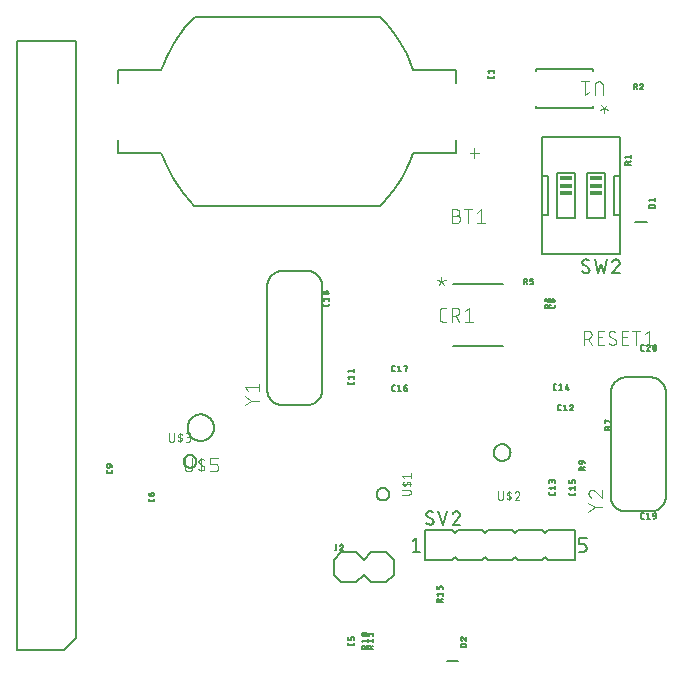
<source format=gbr>
G04 EAGLE Gerber X2 export*
%TF.Part,Single*%
%TF.FileFunction,Legend,Top,1*%
%TF.FilePolarity,Positive*%
%TF.GenerationSoftware,Autodesk,EAGLE,8.6.1*%
%TF.CreationDate,2018-11-15T20:20:10Z*%
G75*
%MOMM*%
%FSLAX34Y34*%
%LPD*%
%AMOC8*
5,1,8,0,0,1.08239X$1,22.5*%
G01*
%ADD10C,0.127000*%
%ADD11C,0.152400*%
%ADD12C,0.076200*%
%ADD13C,0.101600*%
%ADD14R,1.016000X0.381000*%
%ADD15C,0.203200*%


D10*
X444035Y560894D02*
X444035Y559822D01*
X444033Y559757D01*
X444027Y559693D01*
X444017Y559629D01*
X444004Y559565D01*
X443986Y559503D01*
X443965Y559442D01*
X443941Y559382D01*
X443912Y559324D01*
X443880Y559267D01*
X443845Y559213D01*
X443807Y559161D01*
X443765Y559111D01*
X443721Y559064D01*
X443674Y559020D01*
X443624Y558978D01*
X443572Y558940D01*
X443518Y558905D01*
X443461Y558873D01*
X443403Y558844D01*
X443343Y558820D01*
X443282Y558799D01*
X443220Y558781D01*
X443156Y558768D01*
X443092Y558758D01*
X443028Y558752D01*
X442963Y558750D01*
X442963Y558749D02*
X440281Y558749D01*
X440216Y558751D01*
X440152Y558757D01*
X440088Y558767D01*
X440024Y558780D01*
X439962Y558798D01*
X439901Y558819D01*
X439841Y558844D01*
X439782Y558872D01*
X439726Y558904D01*
X439671Y558939D01*
X439619Y558977D01*
X439569Y559019D01*
X439522Y559063D01*
X439478Y559110D01*
X439436Y559160D01*
X439398Y559212D01*
X439363Y559267D01*
X439331Y559323D01*
X439303Y559382D01*
X439278Y559441D01*
X439257Y559503D01*
X439239Y559565D01*
X439226Y559629D01*
X439216Y559693D01*
X439210Y559757D01*
X439208Y559822D01*
X439209Y559822D02*
X439209Y560894D01*
X440281Y563350D02*
X439209Y564690D01*
X444035Y564690D01*
X444035Y563350D02*
X444035Y566031D01*
X444035Y560894D02*
X444035Y559822D01*
X444033Y559757D01*
X444027Y559693D01*
X444017Y559629D01*
X444004Y559565D01*
X443986Y559503D01*
X443965Y559442D01*
X443941Y559382D01*
X443912Y559324D01*
X443880Y559267D01*
X443845Y559213D01*
X443807Y559161D01*
X443765Y559111D01*
X443721Y559064D01*
X443674Y559020D01*
X443624Y558978D01*
X443572Y558940D01*
X443518Y558905D01*
X443461Y558873D01*
X443403Y558844D01*
X443343Y558820D01*
X443282Y558799D01*
X443220Y558781D01*
X443156Y558768D01*
X443092Y558758D01*
X443028Y558752D01*
X442963Y558750D01*
X442963Y558749D02*
X440281Y558749D01*
X440216Y558751D01*
X440152Y558757D01*
X440088Y558767D01*
X440024Y558780D01*
X439962Y558798D01*
X439901Y558819D01*
X439841Y558844D01*
X439782Y558872D01*
X439726Y558904D01*
X439671Y558939D01*
X439619Y558977D01*
X439569Y559019D01*
X439522Y559063D01*
X439478Y559110D01*
X439436Y559160D01*
X439398Y559212D01*
X439363Y559267D01*
X439331Y559323D01*
X439303Y559382D01*
X439278Y559441D01*
X439257Y559503D01*
X439239Y559565D01*
X439226Y559629D01*
X439216Y559693D01*
X439210Y559757D01*
X439208Y559822D01*
X439209Y559822D02*
X439209Y560894D01*
X440281Y563350D02*
X439209Y564690D01*
X444035Y564690D01*
X444035Y563350D02*
X444035Y566031D01*
D11*
X452076Y332234D02*
X409404Y332234D01*
X409404Y385066D02*
X452076Y385066D01*
D12*
X399717Y387042D02*
X399717Y391021D01*
X399717Y387042D02*
X402038Y384057D01*
X399717Y387042D02*
X397395Y384057D01*
X399717Y387042D02*
X403364Y388368D01*
X399717Y387042D02*
X396069Y388368D01*
X401008Y352681D02*
X403661Y352681D01*
X401008Y352681D02*
X400906Y352683D01*
X400805Y352689D01*
X400704Y352699D01*
X400603Y352712D01*
X400503Y352730D01*
X400404Y352751D01*
X400305Y352776D01*
X400208Y352805D01*
X400111Y352837D01*
X400016Y352873D01*
X399923Y352913D01*
X399831Y352956D01*
X399741Y353003D01*
X399652Y353054D01*
X399566Y353107D01*
X399482Y353164D01*
X399400Y353224D01*
X399320Y353287D01*
X399243Y353353D01*
X399168Y353422D01*
X399096Y353494D01*
X399027Y353569D01*
X398961Y353646D01*
X398898Y353726D01*
X398838Y353808D01*
X398781Y353892D01*
X398728Y353978D01*
X398677Y354067D01*
X398630Y354157D01*
X398587Y354249D01*
X398547Y354342D01*
X398511Y354437D01*
X398479Y354534D01*
X398450Y354631D01*
X398425Y354730D01*
X398404Y354829D01*
X398386Y354929D01*
X398373Y355030D01*
X398363Y355131D01*
X398357Y355232D01*
X398355Y355334D01*
X398355Y361966D01*
X398357Y362068D01*
X398363Y362169D01*
X398373Y362270D01*
X398386Y362371D01*
X398404Y362471D01*
X398425Y362570D01*
X398450Y362669D01*
X398479Y362766D01*
X398511Y362863D01*
X398547Y362958D01*
X398587Y363051D01*
X398630Y363143D01*
X398677Y363233D01*
X398728Y363322D01*
X398781Y363408D01*
X398838Y363492D01*
X398898Y363574D01*
X398961Y363654D01*
X399027Y363731D01*
X399096Y363806D01*
X399168Y363878D01*
X399243Y363947D01*
X399320Y364013D01*
X399400Y364076D01*
X399482Y364136D01*
X399566Y364193D01*
X399652Y364246D01*
X399741Y364297D01*
X399831Y364344D01*
X399923Y364387D01*
X400016Y364427D01*
X400111Y364463D01*
X400208Y364495D01*
X400305Y364524D01*
X400403Y364549D01*
X400503Y364570D01*
X400603Y364588D01*
X400704Y364601D01*
X400805Y364611D01*
X400906Y364617D01*
X401008Y364619D01*
X403661Y364619D01*
X408354Y364619D02*
X408354Y352681D01*
X408354Y364619D02*
X411671Y364619D01*
X411785Y364617D01*
X411900Y364611D01*
X412014Y364601D01*
X412127Y364587D01*
X412241Y364570D01*
X412353Y364548D01*
X412465Y364523D01*
X412575Y364493D01*
X412685Y364460D01*
X412793Y364423D01*
X412900Y364383D01*
X413006Y364338D01*
X413110Y364291D01*
X413212Y364239D01*
X413312Y364184D01*
X413411Y364126D01*
X413507Y364064D01*
X413602Y363999D01*
X413693Y363931D01*
X413783Y363859D01*
X413870Y363785D01*
X413954Y363708D01*
X414036Y363627D01*
X414115Y363544D01*
X414191Y363459D01*
X414264Y363370D01*
X414333Y363280D01*
X414400Y363187D01*
X414463Y363091D01*
X414523Y362994D01*
X414580Y362894D01*
X414633Y362793D01*
X414683Y362690D01*
X414729Y362585D01*
X414772Y362479D01*
X414810Y362371D01*
X414845Y362262D01*
X414876Y362152D01*
X414904Y362041D01*
X414927Y361929D01*
X414947Y361816D01*
X414963Y361703D01*
X414975Y361589D01*
X414983Y361475D01*
X414987Y361360D01*
X414987Y361246D01*
X414983Y361131D01*
X414975Y361017D01*
X414963Y360903D01*
X414947Y360790D01*
X414927Y360677D01*
X414904Y360565D01*
X414876Y360454D01*
X414845Y360344D01*
X414810Y360235D01*
X414772Y360127D01*
X414729Y360021D01*
X414683Y359916D01*
X414633Y359813D01*
X414580Y359712D01*
X414523Y359612D01*
X414463Y359515D01*
X414400Y359419D01*
X414333Y359326D01*
X414264Y359236D01*
X414191Y359147D01*
X414115Y359062D01*
X414036Y358979D01*
X413954Y358898D01*
X413870Y358821D01*
X413783Y358747D01*
X413693Y358675D01*
X413602Y358607D01*
X413507Y358542D01*
X413411Y358480D01*
X413312Y358422D01*
X413212Y358367D01*
X413110Y358315D01*
X413006Y358268D01*
X412900Y358223D01*
X412793Y358183D01*
X412685Y358146D01*
X412575Y358113D01*
X412465Y358083D01*
X412353Y358058D01*
X412241Y358036D01*
X412127Y358019D01*
X412014Y358005D01*
X411900Y357995D01*
X411785Y357989D01*
X411671Y357987D01*
X408354Y357987D01*
X412334Y357987D02*
X414987Y352681D01*
X419720Y361966D02*
X423036Y364619D01*
X423036Y352681D01*
X419720Y352681D02*
X426352Y352681D01*
X403661Y352681D02*
X401008Y352681D01*
X400906Y352683D01*
X400805Y352689D01*
X400704Y352699D01*
X400603Y352712D01*
X400503Y352730D01*
X400404Y352751D01*
X400305Y352776D01*
X400208Y352805D01*
X400111Y352837D01*
X400016Y352873D01*
X399923Y352913D01*
X399831Y352956D01*
X399741Y353003D01*
X399652Y353054D01*
X399566Y353107D01*
X399482Y353164D01*
X399400Y353224D01*
X399320Y353287D01*
X399243Y353353D01*
X399168Y353422D01*
X399096Y353494D01*
X399027Y353569D01*
X398961Y353646D01*
X398898Y353726D01*
X398838Y353808D01*
X398781Y353892D01*
X398728Y353978D01*
X398677Y354067D01*
X398630Y354157D01*
X398587Y354249D01*
X398547Y354342D01*
X398511Y354437D01*
X398479Y354534D01*
X398450Y354631D01*
X398425Y354730D01*
X398404Y354829D01*
X398386Y354929D01*
X398373Y355030D01*
X398363Y355131D01*
X398357Y355232D01*
X398355Y355334D01*
X398355Y361966D01*
X398357Y362068D01*
X398363Y362169D01*
X398373Y362270D01*
X398386Y362371D01*
X398404Y362471D01*
X398425Y362570D01*
X398450Y362669D01*
X398479Y362766D01*
X398511Y362863D01*
X398547Y362958D01*
X398587Y363051D01*
X398630Y363143D01*
X398677Y363233D01*
X398728Y363322D01*
X398781Y363408D01*
X398838Y363492D01*
X398898Y363574D01*
X398961Y363654D01*
X399027Y363731D01*
X399096Y363806D01*
X399168Y363878D01*
X399243Y363947D01*
X399320Y364013D01*
X399400Y364076D01*
X399482Y364136D01*
X399566Y364193D01*
X399652Y364246D01*
X399741Y364297D01*
X399831Y364344D01*
X399923Y364387D01*
X400016Y364427D01*
X400111Y364463D01*
X400208Y364495D01*
X400305Y364524D01*
X400403Y364549D01*
X400503Y364570D01*
X400603Y364588D01*
X400704Y364601D01*
X400805Y364611D01*
X400906Y364617D01*
X401008Y364619D01*
X403661Y364619D01*
X408354Y364619D02*
X408354Y352681D01*
X408354Y364619D02*
X411671Y364619D01*
X411785Y364617D01*
X411900Y364611D01*
X412014Y364601D01*
X412127Y364587D01*
X412241Y364570D01*
X412353Y364548D01*
X412465Y364523D01*
X412575Y364493D01*
X412685Y364460D01*
X412793Y364423D01*
X412900Y364383D01*
X413006Y364338D01*
X413110Y364291D01*
X413212Y364239D01*
X413312Y364184D01*
X413411Y364126D01*
X413507Y364064D01*
X413602Y363999D01*
X413693Y363931D01*
X413783Y363859D01*
X413870Y363785D01*
X413954Y363708D01*
X414036Y363627D01*
X414115Y363544D01*
X414191Y363459D01*
X414264Y363370D01*
X414333Y363280D01*
X414400Y363187D01*
X414463Y363091D01*
X414523Y362994D01*
X414580Y362894D01*
X414633Y362793D01*
X414683Y362690D01*
X414729Y362585D01*
X414772Y362479D01*
X414810Y362371D01*
X414845Y362262D01*
X414876Y362152D01*
X414904Y362041D01*
X414927Y361929D01*
X414947Y361816D01*
X414963Y361703D01*
X414975Y361589D01*
X414983Y361475D01*
X414987Y361360D01*
X414987Y361246D01*
X414983Y361131D01*
X414975Y361017D01*
X414963Y360903D01*
X414947Y360790D01*
X414927Y360677D01*
X414904Y360565D01*
X414876Y360454D01*
X414845Y360344D01*
X414810Y360235D01*
X414772Y360127D01*
X414729Y360021D01*
X414683Y359916D01*
X414633Y359813D01*
X414580Y359712D01*
X414523Y359612D01*
X414463Y359515D01*
X414400Y359419D01*
X414333Y359326D01*
X414264Y359236D01*
X414191Y359147D01*
X414115Y359062D01*
X414036Y358979D01*
X413954Y358898D01*
X413870Y358821D01*
X413783Y358747D01*
X413693Y358675D01*
X413602Y358607D01*
X413507Y358542D01*
X413411Y358480D01*
X413312Y358422D01*
X413212Y358367D01*
X413110Y358315D01*
X413006Y358268D01*
X412900Y358223D01*
X412793Y358183D01*
X412685Y358146D01*
X412575Y358113D01*
X412465Y358083D01*
X412353Y358058D01*
X412241Y358036D01*
X412127Y358019D01*
X412014Y358005D01*
X411900Y357995D01*
X411785Y357989D01*
X411671Y357987D01*
X408354Y357987D01*
X412334Y357987D02*
X414987Y352681D01*
X419720Y361966D02*
X423036Y364619D01*
X423036Y352681D01*
X419720Y352681D02*
X426352Y352681D01*
D10*
X555349Y485748D02*
X560175Y485748D01*
X555349Y485748D02*
X555349Y487089D01*
X555351Y487160D01*
X555357Y487232D01*
X555366Y487302D01*
X555379Y487372D01*
X555396Y487442D01*
X555417Y487510D01*
X555441Y487577D01*
X555469Y487643D01*
X555500Y487707D01*
X555535Y487770D01*
X555573Y487830D01*
X555614Y487889D01*
X555658Y487945D01*
X555705Y487999D01*
X555754Y488050D01*
X555807Y488098D01*
X555862Y488144D01*
X555919Y488186D01*
X555979Y488226D01*
X556040Y488262D01*
X556104Y488295D01*
X556169Y488324D01*
X556235Y488350D01*
X556303Y488373D01*
X556372Y488392D01*
X556442Y488407D01*
X556512Y488418D01*
X556583Y488426D01*
X556654Y488430D01*
X556726Y488430D01*
X556797Y488426D01*
X556868Y488418D01*
X556938Y488407D01*
X557008Y488392D01*
X557077Y488373D01*
X557145Y488350D01*
X557211Y488324D01*
X557276Y488295D01*
X557340Y488262D01*
X557401Y488226D01*
X557461Y488186D01*
X557518Y488144D01*
X557573Y488098D01*
X557626Y488050D01*
X557675Y487999D01*
X557722Y487945D01*
X557766Y487889D01*
X557807Y487830D01*
X557845Y487770D01*
X557880Y487707D01*
X557911Y487643D01*
X557939Y487577D01*
X557963Y487510D01*
X557984Y487442D01*
X558001Y487372D01*
X558014Y487302D01*
X558023Y487232D01*
X558029Y487160D01*
X558031Y487089D01*
X558030Y487089D02*
X558030Y485748D01*
X558030Y487357D02*
X560175Y488429D01*
X556421Y491171D02*
X555349Y492511D01*
X560175Y492511D01*
X560175Y491171D02*
X560175Y493852D01*
X560175Y485748D02*
X555349Y485748D01*
X555349Y487089D01*
X555351Y487160D01*
X555357Y487232D01*
X555366Y487302D01*
X555379Y487372D01*
X555396Y487442D01*
X555417Y487510D01*
X555441Y487577D01*
X555469Y487643D01*
X555500Y487707D01*
X555535Y487770D01*
X555573Y487830D01*
X555614Y487889D01*
X555658Y487945D01*
X555705Y487999D01*
X555754Y488050D01*
X555807Y488098D01*
X555862Y488144D01*
X555919Y488186D01*
X555979Y488226D01*
X556040Y488262D01*
X556104Y488295D01*
X556169Y488324D01*
X556235Y488350D01*
X556303Y488373D01*
X556372Y488392D01*
X556442Y488407D01*
X556512Y488418D01*
X556583Y488426D01*
X556654Y488430D01*
X556726Y488430D01*
X556797Y488426D01*
X556868Y488418D01*
X556938Y488407D01*
X557008Y488392D01*
X557077Y488373D01*
X557145Y488350D01*
X557211Y488324D01*
X557276Y488295D01*
X557340Y488262D01*
X557401Y488226D01*
X557461Y488186D01*
X557518Y488144D01*
X557573Y488098D01*
X557626Y488050D01*
X557675Y487999D01*
X557722Y487945D01*
X557766Y487889D01*
X557807Y487830D01*
X557845Y487770D01*
X557880Y487707D01*
X557911Y487643D01*
X557939Y487577D01*
X557963Y487510D01*
X557984Y487442D01*
X558001Y487372D01*
X558014Y487302D01*
X558023Y487232D01*
X558029Y487160D01*
X558031Y487089D01*
X558030Y487089D02*
X558030Y485748D01*
X558030Y487357D02*
X560175Y488429D01*
X556421Y491171D02*
X555349Y492511D01*
X560175Y492511D01*
X560175Y491171D02*
X560175Y493852D01*
X562488Y549519D02*
X562488Y554345D01*
X563829Y554345D01*
X563900Y554343D01*
X563972Y554337D01*
X564042Y554328D01*
X564112Y554315D01*
X564182Y554298D01*
X564250Y554277D01*
X564317Y554253D01*
X564383Y554225D01*
X564447Y554194D01*
X564510Y554159D01*
X564570Y554121D01*
X564629Y554080D01*
X564685Y554036D01*
X564739Y553989D01*
X564790Y553940D01*
X564838Y553887D01*
X564884Y553832D01*
X564926Y553775D01*
X564966Y553715D01*
X565002Y553654D01*
X565035Y553590D01*
X565064Y553525D01*
X565090Y553459D01*
X565113Y553391D01*
X565132Y553322D01*
X565147Y553252D01*
X565158Y553182D01*
X565166Y553111D01*
X565170Y553040D01*
X565170Y552968D01*
X565166Y552897D01*
X565158Y552826D01*
X565147Y552756D01*
X565132Y552686D01*
X565113Y552617D01*
X565090Y552549D01*
X565064Y552483D01*
X565035Y552418D01*
X565002Y552354D01*
X564966Y552293D01*
X564926Y552233D01*
X564884Y552176D01*
X564838Y552121D01*
X564790Y552068D01*
X564739Y552019D01*
X564685Y551972D01*
X564629Y551928D01*
X564570Y551887D01*
X564510Y551849D01*
X564447Y551814D01*
X564383Y551783D01*
X564317Y551755D01*
X564250Y551731D01*
X564182Y551710D01*
X564112Y551693D01*
X564042Y551680D01*
X563972Y551671D01*
X563900Y551665D01*
X563829Y551663D01*
X563829Y551664D02*
X562488Y551664D01*
X564097Y551664D02*
X565169Y549519D01*
X569385Y554345D02*
X569453Y554343D01*
X569520Y554337D01*
X569587Y554328D01*
X569654Y554315D01*
X569719Y554298D01*
X569784Y554277D01*
X569847Y554253D01*
X569909Y554225D01*
X569969Y554194D01*
X570027Y554160D01*
X570083Y554122D01*
X570138Y554082D01*
X570189Y554038D01*
X570238Y553991D01*
X570285Y553942D01*
X570329Y553891D01*
X570369Y553836D01*
X570407Y553780D01*
X570441Y553722D01*
X570472Y553662D01*
X570500Y553600D01*
X570524Y553537D01*
X570545Y553472D01*
X570562Y553407D01*
X570575Y553340D01*
X570584Y553273D01*
X570590Y553206D01*
X570592Y553138D01*
X569385Y554345D02*
X569307Y554343D01*
X569229Y554337D01*
X569152Y554327D01*
X569075Y554314D01*
X568999Y554296D01*
X568924Y554275D01*
X568850Y554250D01*
X568778Y554221D01*
X568707Y554189D01*
X568638Y554153D01*
X568570Y554114D01*
X568505Y554071D01*
X568442Y554025D01*
X568381Y553976D01*
X568323Y553924D01*
X568268Y553869D01*
X568215Y553812D01*
X568166Y553752D01*
X568119Y553689D01*
X568076Y553625D01*
X568036Y553558D01*
X567999Y553489D01*
X567966Y553418D01*
X567936Y553346D01*
X567910Y553273D01*
X570190Y552200D02*
X570239Y552249D01*
X570286Y552301D01*
X570329Y552356D01*
X570370Y552413D01*
X570408Y552472D01*
X570442Y552533D01*
X570473Y552596D01*
X570501Y552660D01*
X570525Y552726D01*
X570545Y552792D01*
X570562Y552860D01*
X570575Y552929D01*
X570584Y552998D01*
X570590Y553068D01*
X570592Y553138D01*
X570190Y552200D02*
X567911Y549519D01*
X570592Y549519D01*
X562488Y549519D02*
X562488Y554345D01*
X563829Y554345D01*
X563900Y554343D01*
X563972Y554337D01*
X564042Y554328D01*
X564112Y554315D01*
X564182Y554298D01*
X564250Y554277D01*
X564317Y554253D01*
X564383Y554225D01*
X564447Y554194D01*
X564510Y554159D01*
X564570Y554121D01*
X564629Y554080D01*
X564685Y554036D01*
X564739Y553989D01*
X564790Y553940D01*
X564838Y553887D01*
X564884Y553832D01*
X564926Y553775D01*
X564966Y553715D01*
X565002Y553654D01*
X565035Y553590D01*
X565064Y553525D01*
X565090Y553459D01*
X565113Y553391D01*
X565132Y553322D01*
X565147Y553252D01*
X565158Y553182D01*
X565166Y553111D01*
X565170Y553040D01*
X565170Y552968D01*
X565166Y552897D01*
X565158Y552826D01*
X565147Y552756D01*
X565132Y552686D01*
X565113Y552617D01*
X565090Y552549D01*
X565064Y552483D01*
X565035Y552418D01*
X565002Y552354D01*
X564966Y552293D01*
X564926Y552233D01*
X564884Y552176D01*
X564838Y552121D01*
X564790Y552068D01*
X564739Y552019D01*
X564685Y551972D01*
X564629Y551928D01*
X564570Y551887D01*
X564510Y551849D01*
X564447Y551814D01*
X564383Y551783D01*
X564317Y551755D01*
X564250Y551731D01*
X564182Y551710D01*
X564112Y551693D01*
X564042Y551680D01*
X563972Y551671D01*
X563900Y551665D01*
X563829Y551663D01*
X563829Y551664D02*
X562488Y551664D01*
X564097Y551664D02*
X565169Y549519D01*
X569385Y554345D02*
X569453Y554343D01*
X569520Y554337D01*
X569587Y554328D01*
X569654Y554315D01*
X569719Y554298D01*
X569784Y554277D01*
X569847Y554253D01*
X569909Y554225D01*
X569969Y554194D01*
X570027Y554160D01*
X570083Y554122D01*
X570138Y554082D01*
X570189Y554038D01*
X570238Y553991D01*
X570285Y553942D01*
X570329Y553891D01*
X570369Y553836D01*
X570407Y553780D01*
X570441Y553722D01*
X570472Y553662D01*
X570500Y553600D01*
X570524Y553537D01*
X570545Y553472D01*
X570562Y553407D01*
X570575Y553340D01*
X570584Y553273D01*
X570590Y553206D01*
X570592Y553138D01*
X569385Y554345D02*
X569307Y554343D01*
X569229Y554337D01*
X569152Y554327D01*
X569075Y554314D01*
X568999Y554296D01*
X568924Y554275D01*
X568850Y554250D01*
X568778Y554221D01*
X568707Y554189D01*
X568638Y554153D01*
X568570Y554114D01*
X568505Y554071D01*
X568442Y554025D01*
X568381Y553976D01*
X568323Y553924D01*
X568268Y553869D01*
X568215Y553812D01*
X568166Y553752D01*
X568119Y553689D01*
X568076Y553625D01*
X568036Y553558D01*
X567999Y553489D01*
X567966Y553418D01*
X567936Y553346D01*
X567910Y553273D01*
X570190Y552200D02*
X570239Y552249D01*
X570286Y552301D01*
X570329Y552356D01*
X570370Y552413D01*
X570408Y552472D01*
X570442Y552533D01*
X570473Y552596D01*
X570501Y552660D01*
X570525Y552726D01*
X570545Y552792D01*
X570562Y552860D01*
X570575Y552929D01*
X570584Y552998D01*
X570590Y553068D01*
X570592Y553138D01*
X570190Y552200D02*
X567911Y549519D01*
X570592Y549519D01*
D11*
X527756Y567014D02*
X480004Y567014D01*
X480004Y564982D01*
X480004Y533486D02*
X527756Y533486D01*
X527756Y535518D01*
X527756Y564982D02*
X527756Y567014D01*
X480004Y535518D02*
X480004Y533486D01*
D12*
X537443Y533288D02*
X537443Y529309D01*
X537443Y533288D02*
X535122Y536273D01*
X537443Y533288D02*
X539765Y536273D01*
X537443Y533288D02*
X533796Y531962D01*
X537443Y533288D02*
X541091Y531962D01*
X536265Y544281D02*
X536265Y552903D01*
X536263Y553017D01*
X536257Y553132D01*
X536247Y553246D01*
X536233Y553359D01*
X536216Y553473D01*
X536194Y553585D01*
X536169Y553697D01*
X536139Y553807D01*
X536106Y553917D01*
X536069Y554025D01*
X536029Y554132D01*
X535984Y554238D01*
X535937Y554342D01*
X535885Y554444D01*
X535830Y554544D01*
X535772Y554643D01*
X535710Y554739D01*
X535645Y554834D01*
X535577Y554925D01*
X535505Y555015D01*
X535431Y555102D01*
X535354Y555186D01*
X535273Y555268D01*
X535190Y555347D01*
X535105Y555423D01*
X535016Y555496D01*
X534926Y555565D01*
X534833Y555632D01*
X534737Y555695D01*
X534640Y555755D01*
X534540Y555812D01*
X534439Y555865D01*
X534336Y555915D01*
X534231Y555961D01*
X534125Y556004D01*
X534017Y556042D01*
X533908Y556077D01*
X533798Y556108D01*
X533687Y556136D01*
X533575Y556159D01*
X533462Y556179D01*
X533349Y556195D01*
X533235Y556207D01*
X533121Y556215D01*
X533006Y556219D01*
X532892Y556219D01*
X532777Y556215D01*
X532663Y556207D01*
X532549Y556195D01*
X532436Y556179D01*
X532323Y556159D01*
X532211Y556136D01*
X532100Y556108D01*
X531990Y556077D01*
X531881Y556042D01*
X531773Y556004D01*
X531667Y555961D01*
X531562Y555915D01*
X531459Y555865D01*
X531358Y555812D01*
X531258Y555755D01*
X531161Y555695D01*
X531065Y555632D01*
X530972Y555565D01*
X530882Y555496D01*
X530793Y555423D01*
X530708Y555347D01*
X530625Y555268D01*
X530544Y555186D01*
X530467Y555102D01*
X530393Y555015D01*
X530321Y554925D01*
X530253Y554834D01*
X530188Y554739D01*
X530126Y554643D01*
X530068Y554544D01*
X530013Y554444D01*
X529961Y554342D01*
X529914Y554238D01*
X529869Y554132D01*
X529829Y554025D01*
X529792Y553917D01*
X529759Y553807D01*
X529729Y553697D01*
X529704Y553585D01*
X529682Y553473D01*
X529665Y553359D01*
X529651Y553246D01*
X529641Y553132D01*
X529635Y553017D01*
X529633Y552903D01*
X529633Y544281D01*
X524454Y546934D02*
X521138Y544281D01*
X521138Y556219D01*
X524454Y556219D02*
X517822Y556219D01*
X536265Y552903D02*
X536265Y544281D01*
X536265Y552903D02*
X536263Y553017D01*
X536257Y553132D01*
X536247Y553246D01*
X536233Y553359D01*
X536216Y553473D01*
X536194Y553585D01*
X536169Y553697D01*
X536139Y553807D01*
X536106Y553917D01*
X536069Y554025D01*
X536029Y554132D01*
X535984Y554238D01*
X535937Y554342D01*
X535885Y554444D01*
X535830Y554544D01*
X535772Y554643D01*
X535710Y554739D01*
X535645Y554834D01*
X535577Y554925D01*
X535505Y555015D01*
X535431Y555102D01*
X535354Y555186D01*
X535273Y555268D01*
X535190Y555347D01*
X535105Y555423D01*
X535016Y555496D01*
X534926Y555565D01*
X534833Y555632D01*
X534737Y555695D01*
X534640Y555755D01*
X534540Y555812D01*
X534439Y555865D01*
X534336Y555915D01*
X534231Y555961D01*
X534125Y556004D01*
X534017Y556042D01*
X533908Y556077D01*
X533798Y556108D01*
X533687Y556136D01*
X533575Y556159D01*
X533462Y556179D01*
X533349Y556195D01*
X533235Y556207D01*
X533121Y556215D01*
X533006Y556219D01*
X532892Y556219D01*
X532777Y556215D01*
X532663Y556207D01*
X532549Y556195D01*
X532436Y556179D01*
X532323Y556159D01*
X532211Y556136D01*
X532100Y556108D01*
X531990Y556077D01*
X531881Y556042D01*
X531773Y556004D01*
X531667Y555961D01*
X531562Y555915D01*
X531459Y555865D01*
X531358Y555812D01*
X531258Y555755D01*
X531161Y555695D01*
X531065Y555632D01*
X530972Y555565D01*
X530882Y555496D01*
X530793Y555423D01*
X530708Y555347D01*
X530625Y555268D01*
X530544Y555186D01*
X530467Y555102D01*
X530393Y555015D01*
X530321Y554925D01*
X530253Y554834D01*
X530188Y554739D01*
X530126Y554643D01*
X530068Y554544D01*
X530013Y554444D01*
X529961Y554342D01*
X529914Y554238D01*
X529869Y554132D01*
X529829Y554025D01*
X529792Y553917D01*
X529759Y553807D01*
X529729Y553697D01*
X529704Y553585D01*
X529682Y553473D01*
X529665Y553359D01*
X529651Y553246D01*
X529641Y553132D01*
X529635Y553017D01*
X529633Y552903D01*
X529633Y544281D01*
X524454Y546934D02*
X521138Y544281D01*
X521138Y556219D01*
X524454Y556219D02*
X517822Y556219D01*
D10*
X500713Y277749D02*
X499640Y277749D01*
X499575Y277751D01*
X499511Y277757D01*
X499447Y277767D01*
X499383Y277780D01*
X499321Y277798D01*
X499260Y277819D01*
X499200Y277843D01*
X499142Y277872D01*
X499085Y277904D01*
X499031Y277939D01*
X498979Y277977D01*
X498929Y278019D01*
X498882Y278063D01*
X498838Y278110D01*
X498796Y278160D01*
X498758Y278212D01*
X498723Y278266D01*
X498691Y278323D01*
X498662Y278381D01*
X498638Y278441D01*
X498617Y278502D01*
X498599Y278564D01*
X498586Y278628D01*
X498576Y278692D01*
X498570Y278756D01*
X498568Y278821D01*
X498568Y281503D01*
X498570Y281568D01*
X498576Y281632D01*
X498586Y281696D01*
X498599Y281760D01*
X498617Y281822D01*
X498638Y281883D01*
X498662Y281943D01*
X498691Y282001D01*
X498723Y282058D01*
X498758Y282112D01*
X498796Y282164D01*
X498838Y282214D01*
X498882Y282261D01*
X498929Y282305D01*
X498979Y282347D01*
X499031Y282385D01*
X499085Y282420D01*
X499142Y282452D01*
X499200Y282481D01*
X499260Y282505D01*
X499321Y282526D01*
X499383Y282544D01*
X499447Y282557D01*
X499511Y282567D01*
X499575Y282573D01*
X499640Y282575D01*
X500713Y282575D01*
X503169Y281503D02*
X504509Y282575D01*
X504509Y277749D01*
X503169Y277749D02*
X505850Y277749D01*
X510130Y282575D02*
X510198Y282573D01*
X510265Y282567D01*
X510332Y282558D01*
X510399Y282545D01*
X510464Y282528D01*
X510529Y282507D01*
X510592Y282483D01*
X510654Y282455D01*
X510714Y282424D01*
X510772Y282390D01*
X510828Y282352D01*
X510883Y282312D01*
X510934Y282268D01*
X510983Y282221D01*
X511030Y282172D01*
X511074Y282121D01*
X511114Y282066D01*
X511152Y282010D01*
X511186Y281952D01*
X511217Y281892D01*
X511245Y281830D01*
X511269Y281767D01*
X511290Y281702D01*
X511307Y281637D01*
X511320Y281570D01*
X511329Y281503D01*
X511335Y281436D01*
X511337Y281368D01*
X510130Y282575D02*
X510052Y282573D01*
X509974Y282567D01*
X509897Y282557D01*
X509820Y282544D01*
X509744Y282526D01*
X509669Y282505D01*
X509595Y282480D01*
X509523Y282451D01*
X509452Y282419D01*
X509383Y282383D01*
X509315Y282344D01*
X509250Y282301D01*
X509187Y282255D01*
X509126Y282206D01*
X509068Y282154D01*
X509013Y282099D01*
X508960Y282042D01*
X508911Y281982D01*
X508864Y281919D01*
X508821Y281855D01*
X508781Y281788D01*
X508744Y281719D01*
X508711Y281648D01*
X508681Y281576D01*
X508655Y281503D01*
X510934Y280430D02*
X510983Y280479D01*
X511030Y280531D01*
X511073Y280586D01*
X511114Y280643D01*
X511152Y280702D01*
X511186Y280763D01*
X511217Y280826D01*
X511245Y280890D01*
X511269Y280956D01*
X511289Y281022D01*
X511306Y281090D01*
X511319Y281159D01*
X511328Y281228D01*
X511334Y281298D01*
X511336Y281368D01*
X510934Y280430D02*
X508655Y277749D01*
X511336Y277749D01*
X500713Y277749D02*
X499640Y277749D01*
X499575Y277751D01*
X499511Y277757D01*
X499447Y277767D01*
X499383Y277780D01*
X499321Y277798D01*
X499260Y277819D01*
X499200Y277843D01*
X499142Y277872D01*
X499085Y277904D01*
X499031Y277939D01*
X498979Y277977D01*
X498929Y278019D01*
X498882Y278063D01*
X498838Y278110D01*
X498796Y278160D01*
X498758Y278212D01*
X498723Y278266D01*
X498691Y278323D01*
X498662Y278381D01*
X498638Y278441D01*
X498617Y278502D01*
X498599Y278564D01*
X498586Y278628D01*
X498576Y278692D01*
X498570Y278756D01*
X498568Y278821D01*
X498568Y281503D01*
X498570Y281568D01*
X498576Y281632D01*
X498586Y281696D01*
X498599Y281760D01*
X498617Y281822D01*
X498638Y281883D01*
X498662Y281943D01*
X498691Y282001D01*
X498723Y282058D01*
X498758Y282112D01*
X498796Y282164D01*
X498838Y282214D01*
X498882Y282261D01*
X498929Y282305D01*
X498979Y282347D01*
X499031Y282385D01*
X499085Y282420D01*
X499142Y282452D01*
X499200Y282481D01*
X499260Y282505D01*
X499321Y282526D01*
X499383Y282544D01*
X499447Y282557D01*
X499511Y282567D01*
X499575Y282573D01*
X499640Y282575D01*
X500713Y282575D01*
X503169Y281503D02*
X504509Y282575D01*
X504509Y277749D01*
X503169Y277749D02*
X505850Y277749D01*
X510130Y282575D02*
X510198Y282573D01*
X510265Y282567D01*
X510332Y282558D01*
X510399Y282545D01*
X510464Y282528D01*
X510529Y282507D01*
X510592Y282483D01*
X510654Y282455D01*
X510714Y282424D01*
X510772Y282390D01*
X510828Y282352D01*
X510883Y282312D01*
X510934Y282268D01*
X510983Y282221D01*
X511030Y282172D01*
X511074Y282121D01*
X511114Y282066D01*
X511152Y282010D01*
X511186Y281952D01*
X511217Y281892D01*
X511245Y281830D01*
X511269Y281767D01*
X511290Y281702D01*
X511307Y281637D01*
X511320Y281570D01*
X511329Y281503D01*
X511335Y281436D01*
X511337Y281368D01*
X510130Y282575D02*
X510052Y282573D01*
X509974Y282567D01*
X509897Y282557D01*
X509820Y282544D01*
X509744Y282526D01*
X509669Y282505D01*
X509595Y282480D01*
X509523Y282451D01*
X509452Y282419D01*
X509383Y282383D01*
X509315Y282344D01*
X509250Y282301D01*
X509187Y282255D01*
X509126Y282206D01*
X509068Y282154D01*
X509013Y282099D01*
X508960Y282042D01*
X508911Y281982D01*
X508864Y281919D01*
X508821Y281855D01*
X508781Y281788D01*
X508744Y281719D01*
X508711Y281648D01*
X508681Y281576D01*
X508655Y281503D01*
X510934Y280430D02*
X510983Y280479D01*
X511030Y280531D01*
X511073Y280586D01*
X511114Y280643D01*
X511152Y280702D01*
X511186Y280763D01*
X511217Y280826D01*
X511245Y280890D01*
X511269Y280956D01*
X511289Y281022D01*
X511306Y281090D01*
X511319Y281159D01*
X511328Y281228D01*
X511334Y281298D01*
X511336Y281368D01*
X510934Y280430D02*
X508655Y277749D01*
X511336Y277749D01*
X495935Y208359D02*
X495935Y207286D01*
X495933Y207221D01*
X495927Y207157D01*
X495917Y207093D01*
X495904Y207029D01*
X495886Y206967D01*
X495865Y206906D01*
X495841Y206846D01*
X495812Y206788D01*
X495780Y206731D01*
X495745Y206677D01*
X495707Y206625D01*
X495665Y206575D01*
X495621Y206528D01*
X495574Y206484D01*
X495524Y206442D01*
X495472Y206404D01*
X495418Y206369D01*
X495361Y206337D01*
X495303Y206308D01*
X495243Y206284D01*
X495182Y206263D01*
X495120Y206245D01*
X495056Y206232D01*
X494992Y206222D01*
X494928Y206216D01*
X494863Y206214D01*
X492181Y206214D01*
X492181Y206213D02*
X492116Y206215D01*
X492052Y206221D01*
X491988Y206231D01*
X491924Y206244D01*
X491862Y206262D01*
X491801Y206283D01*
X491741Y206308D01*
X491682Y206336D01*
X491626Y206368D01*
X491571Y206403D01*
X491519Y206441D01*
X491469Y206483D01*
X491422Y206527D01*
X491378Y206574D01*
X491336Y206624D01*
X491298Y206676D01*
X491263Y206731D01*
X491231Y206787D01*
X491203Y206846D01*
X491178Y206905D01*
X491157Y206967D01*
X491139Y207029D01*
X491126Y207093D01*
X491116Y207157D01*
X491110Y207221D01*
X491108Y207286D01*
X491109Y207286D02*
X491109Y208359D01*
X492181Y210815D02*
X491109Y212155D01*
X495935Y212155D01*
X495935Y210815D02*
X495935Y213496D01*
X495935Y216301D02*
X495935Y217642D01*
X495933Y217713D01*
X495927Y217785D01*
X495918Y217855D01*
X495905Y217925D01*
X495888Y217995D01*
X495867Y218063D01*
X495843Y218130D01*
X495815Y218196D01*
X495784Y218260D01*
X495749Y218323D01*
X495711Y218383D01*
X495670Y218442D01*
X495626Y218498D01*
X495579Y218552D01*
X495530Y218603D01*
X495477Y218651D01*
X495422Y218697D01*
X495365Y218739D01*
X495305Y218779D01*
X495244Y218815D01*
X495180Y218848D01*
X495115Y218877D01*
X495049Y218903D01*
X494981Y218926D01*
X494912Y218945D01*
X494842Y218960D01*
X494772Y218971D01*
X494701Y218979D01*
X494630Y218983D01*
X494558Y218983D01*
X494487Y218979D01*
X494416Y218971D01*
X494346Y218960D01*
X494276Y218945D01*
X494207Y218926D01*
X494139Y218903D01*
X494073Y218877D01*
X494008Y218848D01*
X493944Y218815D01*
X493883Y218779D01*
X493823Y218739D01*
X493766Y218697D01*
X493711Y218651D01*
X493658Y218603D01*
X493609Y218552D01*
X493562Y218498D01*
X493518Y218442D01*
X493477Y218383D01*
X493439Y218323D01*
X493404Y218260D01*
X493373Y218196D01*
X493345Y218130D01*
X493321Y218063D01*
X493300Y217995D01*
X493283Y217925D01*
X493270Y217855D01*
X493261Y217785D01*
X493255Y217713D01*
X493253Y217642D01*
X491109Y217910D02*
X491109Y216301D01*
X491109Y217910D02*
X491111Y217975D01*
X491117Y218039D01*
X491127Y218103D01*
X491140Y218167D01*
X491158Y218229D01*
X491179Y218290D01*
X491203Y218350D01*
X491232Y218408D01*
X491264Y218465D01*
X491299Y218519D01*
X491337Y218571D01*
X491379Y218621D01*
X491423Y218668D01*
X491470Y218712D01*
X491520Y218754D01*
X491572Y218792D01*
X491626Y218827D01*
X491683Y218859D01*
X491741Y218888D01*
X491801Y218912D01*
X491862Y218933D01*
X491924Y218951D01*
X491988Y218964D01*
X492052Y218974D01*
X492116Y218980D01*
X492181Y218982D01*
X492246Y218980D01*
X492310Y218974D01*
X492374Y218964D01*
X492438Y218951D01*
X492500Y218933D01*
X492561Y218912D01*
X492621Y218888D01*
X492679Y218859D01*
X492736Y218827D01*
X492790Y218792D01*
X492842Y218754D01*
X492892Y218712D01*
X492939Y218668D01*
X492983Y218621D01*
X493025Y218571D01*
X493063Y218519D01*
X493098Y218465D01*
X493130Y218408D01*
X493159Y218350D01*
X493183Y218290D01*
X493204Y218229D01*
X493222Y218167D01*
X493235Y218103D01*
X493245Y218039D01*
X493251Y217975D01*
X493253Y217910D01*
X493254Y217910D02*
X493254Y216837D01*
X495935Y208359D02*
X495935Y207286D01*
X495933Y207221D01*
X495927Y207157D01*
X495917Y207093D01*
X495904Y207029D01*
X495886Y206967D01*
X495865Y206906D01*
X495841Y206846D01*
X495812Y206788D01*
X495780Y206731D01*
X495745Y206677D01*
X495707Y206625D01*
X495665Y206575D01*
X495621Y206528D01*
X495574Y206484D01*
X495524Y206442D01*
X495472Y206404D01*
X495418Y206369D01*
X495361Y206337D01*
X495303Y206308D01*
X495243Y206284D01*
X495182Y206263D01*
X495120Y206245D01*
X495056Y206232D01*
X494992Y206222D01*
X494928Y206216D01*
X494863Y206214D01*
X492181Y206214D01*
X492181Y206213D02*
X492116Y206215D01*
X492052Y206221D01*
X491988Y206231D01*
X491924Y206244D01*
X491862Y206262D01*
X491801Y206283D01*
X491741Y206308D01*
X491682Y206336D01*
X491626Y206368D01*
X491571Y206403D01*
X491519Y206441D01*
X491469Y206483D01*
X491422Y206527D01*
X491378Y206574D01*
X491336Y206624D01*
X491298Y206676D01*
X491263Y206731D01*
X491231Y206787D01*
X491203Y206846D01*
X491178Y206905D01*
X491157Y206967D01*
X491139Y207029D01*
X491126Y207093D01*
X491116Y207157D01*
X491110Y207221D01*
X491108Y207286D01*
X491109Y207286D02*
X491109Y208359D01*
X492181Y210815D02*
X491109Y212155D01*
X495935Y212155D01*
X495935Y210815D02*
X495935Y213496D01*
X495935Y216301D02*
X495935Y217642D01*
X495933Y217713D01*
X495927Y217785D01*
X495918Y217855D01*
X495905Y217925D01*
X495888Y217995D01*
X495867Y218063D01*
X495843Y218130D01*
X495815Y218196D01*
X495784Y218260D01*
X495749Y218323D01*
X495711Y218383D01*
X495670Y218442D01*
X495626Y218498D01*
X495579Y218552D01*
X495530Y218603D01*
X495477Y218651D01*
X495422Y218697D01*
X495365Y218739D01*
X495305Y218779D01*
X495244Y218815D01*
X495180Y218848D01*
X495115Y218877D01*
X495049Y218903D01*
X494981Y218926D01*
X494912Y218945D01*
X494842Y218960D01*
X494772Y218971D01*
X494701Y218979D01*
X494630Y218983D01*
X494558Y218983D01*
X494487Y218979D01*
X494416Y218971D01*
X494346Y218960D01*
X494276Y218945D01*
X494207Y218926D01*
X494139Y218903D01*
X494073Y218877D01*
X494008Y218848D01*
X493944Y218815D01*
X493883Y218779D01*
X493823Y218739D01*
X493766Y218697D01*
X493711Y218651D01*
X493658Y218603D01*
X493609Y218552D01*
X493562Y218498D01*
X493518Y218442D01*
X493477Y218383D01*
X493439Y218323D01*
X493404Y218260D01*
X493373Y218196D01*
X493345Y218130D01*
X493321Y218063D01*
X493300Y217995D01*
X493283Y217925D01*
X493270Y217855D01*
X493261Y217785D01*
X493255Y217713D01*
X493253Y217642D01*
X491109Y217910D02*
X491109Y216301D01*
X491109Y217910D02*
X491111Y217975D01*
X491117Y218039D01*
X491127Y218103D01*
X491140Y218167D01*
X491158Y218229D01*
X491179Y218290D01*
X491203Y218350D01*
X491232Y218408D01*
X491264Y218465D01*
X491299Y218519D01*
X491337Y218571D01*
X491379Y218621D01*
X491423Y218668D01*
X491470Y218712D01*
X491520Y218754D01*
X491572Y218792D01*
X491626Y218827D01*
X491683Y218859D01*
X491741Y218888D01*
X491801Y218912D01*
X491862Y218933D01*
X491924Y218951D01*
X491988Y218964D01*
X492052Y218974D01*
X492116Y218980D01*
X492181Y218982D01*
X492246Y218980D01*
X492310Y218974D01*
X492374Y218964D01*
X492438Y218951D01*
X492500Y218933D01*
X492561Y218912D01*
X492621Y218888D01*
X492679Y218859D01*
X492736Y218827D01*
X492790Y218792D01*
X492842Y218754D01*
X492892Y218712D01*
X492939Y218668D01*
X492983Y218621D01*
X493025Y218571D01*
X493063Y218519D01*
X493098Y218465D01*
X493130Y218408D01*
X493159Y218350D01*
X493183Y218290D01*
X493204Y218229D01*
X493222Y218167D01*
X493235Y218103D01*
X493245Y218039D01*
X493251Y217975D01*
X493253Y217910D01*
X493254Y217910D02*
X493254Y216837D01*
X495830Y295021D02*
X496903Y295021D01*
X495830Y295021D02*
X495765Y295023D01*
X495701Y295029D01*
X495637Y295039D01*
X495573Y295052D01*
X495511Y295070D01*
X495450Y295091D01*
X495390Y295115D01*
X495332Y295144D01*
X495275Y295176D01*
X495221Y295211D01*
X495169Y295249D01*
X495119Y295291D01*
X495072Y295335D01*
X495028Y295382D01*
X494986Y295432D01*
X494948Y295484D01*
X494913Y295538D01*
X494881Y295595D01*
X494852Y295653D01*
X494828Y295713D01*
X494807Y295774D01*
X494789Y295836D01*
X494776Y295900D01*
X494766Y295964D01*
X494760Y296028D01*
X494758Y296093D01*
X494758Y298775D01*
X494760Y298840D01*
X494766Y298904D01*
X494776Y298968D01*
X494789Y299032D01*
X494807Y299094D01*
X494828Y299155D01*
X494852Y299215D01*
X494881Y299273D01*
X494913Y299330D01*
X494948Y299384D01*
X494986Y299436D01*
X495028Y299486D01*
X495072Y299533D01*
X495119Y299577D01*
X495169Y299619D01*
X495221Y299657D01*
X495275Y299692D01*
X495332Y299724D01*
X495390Y299753D01*
X495450Y299777D01*
X495511Y299798D01*
X495573Y299816D01*
X495637Y299829D01*
X495701Y299839D01*
X495765Y299845D01*
X495830Y299847D01*
X496903Y299847D01*
X499359Y298775D02*
X500699Y299847D01*
X500699Y295021D01*
X499359Y295021D02*
X502040Y295021D01*
X504845Y296093D02*
X505917Y299847D01*
X504845Y296093D02*
X507526Y296093D01*
X506722Y297166D02*
X506722Y295021D01*
X496903Y295021D02*
X495830Y295021D01*
X495765Y295023D01*
X495701Y295029D01*
X495637Y295039D01*
X495573Y295052D01*
X495511Y295070D01*
X495450Y295091D01*
X495390Y295115D01*
X495332Y295144D01*
X495275Y295176D01*
X495221Y295211D01*
X495169Y295249D01*
X495119Y295291D01*
X495072Y295335D01*
X495028Y295382D01*
X494986Y295432D01*
X494948Y295484D01*
X494913Y295538D01*
X494881Y295595D01*
X494852Y295653D01*
X494828Y295713D01*
X494807Y295774D01*
X494789Y295836D01*
X494776Y295900D01*
X494766Y295964D01*
X494760Y296028D01*
X494758Y296093D01*
X494758Y298775D01*
X494760Y298840D01*
X494766Y298904D01*
X494776Y298968D01*
X494789Y299032D01*
X494807Y299094D01*
X494828Y299155D01*
X494852Y299215D01*
X494881Y299273D01*
X494913Y299330D01*
X494948Y299384D01*
X494986Y299436D01*
X495028Y299486D01*
X495072Y299533D01*
X495119Y299577D01*
X495169Y299619D01*
X495221Y299657D01*
X495275Y299692D01*
X495332Y299724D01*
X495390Y299753D01*
X495450Y299777D01*
X495511Y299798D01*
X495573Y299816D01*
X495637Y299829D01*
X495701Y299839D01*
X495765Y299845D01*
X495830Y299847D01*
X496903Y299847D01*
X499359Y298775D02*
X500699Y299847D01*
X500699Y295021D01*
X499359Y295021D02*
X502040Y295021D01*
X504845Y296093D02*
X505917Y299847D01*
X504845Y296093D02*
X507526Y296093D01*
X506722Y297166D02*
X506722Y295021D01*
X512953Y208105D02*
X512953Y207032D01*
X512951Y206967D01*
X512945Y206903D01*
X512935Y206839D01*
X512922Y206775D01*
X512904Y206713D01*
X512883Y206652D01*
X512859Y206592D01*
X512830Y206534D01*
X512798Y206477D01*
X512763Y206423D01*
X512725Y206371D01*
X512683Y206321D01*
X512639Y206274D01*
X512592Y206230D01*
X512542Y206188D01*
X512490Y206150D01*
X512436Y206115D01*
X512379Y206083D01*
X512321Y206054D01*
X512261Y206030D01*
X512200Y206009D01*
X512138Y205991D01*
X512074Y205978D01*
X512010Y205968D01*
X511946Y205962D01*
X511881Y205960D01*
X509199Y205960D01*
X509199Y205959D02*
X509134Y205961D01*
X509070Y205967D01*
X509006Y205977D01*
X508942Y205990D01*
X508880Y206008D01*
X508819Y206029D01*
X508759Y206054D01*
X508700Y206082D01*
X508644Y206114D01*
X508589Y206149D01*
X508537Y206187D01*
X508487Y206229D01*
X508440Y206273D01*
X508396Y206320D01*
X508354Y206370D01*
X508316Y206422D01*
X508281Y206477D01*
X508249Y206533D01*
X508221Y206592D01*
X508196Y206651D01*
X508175Y206713D01*
X508157Y206775D01*
X508144Y206839D01*
X508134Y206903D01*
X508128Y206967D01*
X508126Y207032D01*
X508127Y207032D02*
X508127Y208105D01*
X509199Y210561D02*
X508127Y211901D01*
X512953Y211901D01*
X512953Y210561D02*
X512953Y213242D01*
X512953Y216047D02*
X512953Y217656D01*
X512951Y217721D01*
X512945Y217785D01*
X512935Y217849D01*
X512922Y217913D01*
X512904Y217975D01*
X512883Y218036D01*
X512859Y218096D01*
X512830Y218154D01*
X512798Y218211D01*
X512763Y218265D01*
X512725Y218317D01*
X512683Y218367D01*
X512639Y218414D01*
X512592Y218458D01*
X512542Y218500D01*
X512490Y218538D01*
X512436Y218573D01*
X512379Y218605D01*
X512321Y218634D01*
X512261Y218658D01*
X512200Y218679D01*
X512138Y218697D01*
X512074Y218710D01*
X512010Y218720D01*
X511946Y218726D01*
X511881Y218728D01*
X511344Y218728D01*
X511279Y218726D01*
X511215Y218720D01*
X511151Y218710D01*
X511087Y218697D01*
X511025Y218679D01*
X510964Y218658D01*
X510904Y218634D01*
X510846Y218605D01*
X510789Y218573D01*
X510735Y218538D01*
X510683Y218500D01*
X510633Y218458D01*
X510586Y218414D01*
X510542Y218367D01*
X510500Y218317D01*
X510462Y218265D01*
X510427Y218211D01*
X510395Y218154D01*
X510366Y218096D01*
X510342Y218036D01*
X510321Y217975D01*
X510303Y217913D01*
X510290Y217849D01*
X510280Y217785D01*
X510274Y217721D01*
X510272Y217656D01*
X510272Y216047D01*
X508127Y216047D01*
X508127Y218728D01*
X512953Y208105D02*
X512953Y207032D01*
X512951Y206967D01*
X512945Y206903D01*
X512935Y206839D01*
X512922Y206775D01*
X512904Y206713D01*
X512883Y206652D01*
X512859Y206592D01*
X512830Y206534D01*
X512798Y206477D01*
X512763Y206423D01*
X512725Y206371D01*
X512683Y206321D01*
X512639Y206274D01*
X512592Y206230D01*
X512542Y206188D01*
X512490Y206150D01*
X512436Y206115D01*
X512379Y206083D01*
X512321Y206054D01*
X512261Y206030D01*
X512200Y206009D01*
X512138Y205991D01*
X512074Y205978D01*
X512010Y205968D01*
X511946Y205962D01*
X511881Y205960D01*
X509199Y205960D01*
X509199Y205959D02*
X509134Y205961D01*
X509070Y205967D01*
X509006Y205977D01*
X508942Y205990D01*
X508880Y206008D01*
X508819Y206029D01*
X508759Y206054D01*
X508700Y206082D01*
X508644Y206114D01*
X508589Y206149D01*
X508537Y206187D01*
X508487Y206229D01*
X508440Y206273D01*
X508396Y206320D01*
X508354Y206370D01*
X508316Y206422D01*
X508281Y206477D01*
X508249Y206533D01*
X508221Y206592D01*
X508196Y206651D01*
X508175Y206713D01*
X508157Y206775D01*
X508144Y206839D01*
X508134Y206903D01*
X508128Y206967D01*
X508126Y207032D01*
X508127Y207032D02*
X508127Y208105D01*
X509199Y210561D02*
X508127Y211901D01*
X512953Y211901D01*
X512953Y210561D02*
X512953Y213242D01*
X512953Y216047D02*
X512953Y217656D01*
X512951Y217721D01*
X512945Y217785D01*
X512935Y217849D01*
X512922Y217913D01*
X512904Y217975D01*
X512883Y218036D01*
X512859Y218096D01*
X512830Y218154D01*
X512798Y218211D01*
X512763Y218265D01*
X512725Y218317D01*
X512683Y218367D01*
X512639Y218414D01*
X512592Y218458D01*
X512542Y218500D01*
X512490Y218538D01*
X512436Y218573D01*
X512379Y218605D01*
X512321Y218634D01*
X512261Y218658D01*
X512200Y218679D01*
X512138Y218697D01*
X512074Y218710D01*
X512010Y218720D01*
X511946Y218726D01*
X511881Y218728D01*
X511344Y218728D01*
X511279Y218726D01*
X511215Y218720D01*
X511151Y218710D01*
X511087Y218697D01*
X511025Y218679D01*
X510964Y218658D01*
X510904Y218634D01*
X510846Y218605D01*
X510789Y218573D01*
X510735Y218538D01*
X510683Y218500D01*
X510633Y218458D01*
X510586Y218414D01*
X510542Y218367D01*
X510500Y218317D01*
X510462Y218265D01*
X510427Y218211D01*
X510395Y218154D01*
X510366Y218096D01*
X510342Y218036D01*
X510321Y217975D01*
X510303Y217913D01*
X510290Y217849D01*
X510280Y217785D01*
X510274Y217721D01*
X510272Y217656D01*
X510272Y216047D01*
X508127Y216047D01*
X508127Y218728D01*
X360251Y294259D02*
X359178Y294259D01*
X359113Y294261D01*
X359049Y294267D01*
X358985Y294277D01*
X358921Y294290D01*
X358859Y294308D01*
X358798Y294329D01*
X358738Y294353D01*
X358680Y294382D01*
X358623Y294414D01*
X358569Y294449D01*
X358517Y294487D01*
X358467Y294529D01*
X358420Y294573D01*
X358376Y294620D01*
X358334Y294670D01*
X358296Y294722D01*
X358261Y294776D01*
X358229Y294833D01*
X358200Y294891D01*
X358176Y294951D01*
X358155Y295012D01*
X358137Y295074D01*
X358124Y295138D01*
X358114Y295202D01*
X358108Y295266D01*
X358106Y295331D01*
X358106Y298013D01*
X358108Y298078D01*
X358114Y298142D01*
X358124Y298206D01*
X358137Y298270D01*
X358155Y298332D01*
X358176Y298393D01*
X358200Y298453D01*
X358229Y298511D01*
X358261Y298568D01*
X358296Y298622D01*
X358334Y298674D01*
X358376Y298724D01*
X358420Y298771D01*
X358467Y298815D01*
X358517Y298857D01*
X358569Y298895D01*
X358623Y298930D01*
X358680Y298962D01*
X358738Y298991D01*
X358798Y299015D01*
X358859Y299036D01*
X358921Y299054D01*
X358985Y299067D01*
X359049Y299077D01*
X359113Y299083D01*
X359178Y299085D01*
X360251Y299085D01*
X362707Y298013D02*
X364047Y299085D01*
X364047Y294259D01*
X362707Y294259D02*
X365388Y294259D01*
X368193Y296940D02*
X369802Y296940D01*
X369867Y296938D01*
X369931Y296932D01*
X369995Y296922D01*
X370059Y296909D01*
X370121Y296891D01*
X370182Y296870D01*
X370242Y296846D01*
X370300Y296817D01*
X370357Y296785D01*
X370411Y296750D01*
X370463Y296712D01*
X370513Y296670D01*
X370560Y296626D01*
X370604Y296579D01*
X370646Y296529D01*
X370684Y296477D01*
X370719Y296423D01*
X370751Y296366D01*
X370780Y296308D01*
X370804Y296248D01*
X370825Y296187D01*
X370843Y296125D01*
X370856Y296061D01*
X370866Y295997D01*
X370872Y295933D01*
X370874Y295868D01*
X370874Y295600D01*
X370875Y295600D02*
X370873Y295529D01*
X370867Y295457D01*
X370858Y295387D01*
X370845Y295317D01*
X370828Y295247D01*
X370807Y295179D01*
X370783Y295112D01*
X370755Y295046D01*
X370724Y294982D01*
X370689Y294919D01*
X370651Y294859D01*
X370610Y294800D01*
X370566Y294744D01*
X370519Y294690D01*
X370470Y294639D01*
X370417Y294591D01*
X370362Y294545D01*
X370305Y294503D01*
X370245Y294463D01*
X370184Y294427D01*
X370120Y294394D01*
X370055Y294365D01*
X369989Y294339D01*
X369921Y294316D01*
X369852Y294297D01*
X369782Y294282D01*
X369712Y294271D01*
X369641Y294263D01*
X369570Y294259D01*
X369498Y294259D01*
X369427Y294263D01*
X369356Y294271D01*
X369286Y294282D01*
X369216Y294297D01*
X369147Y294316D01*
X369079Y294339D01*
X369013Y294365D01*
X368948Y294394D01*
X368884Y294427D01*
X368823Y294463D01*
X368763Y294503D01*
X368706Y294545D01*
X368651Y294591D01*
X368598Y294639D01*
X368549Y294690D01*
X368502Y294744D01*
X368458Y294800D01*
X368417Y294859D01*
X368379Y294919D01*
X368344Y294982D01*
X368313Y295046D01*
X368285Y295112D01*
X368261Y295179D01*
X368240Y295247D01*
X368223Y295317D01*
X368210Y295387D01*
X368201Y295457D01*
X368195Y295529D01*
X368193Y295600D01*
X368193Y296940D01*
X368195Y297031D01*
X368201Y297122D01*
X368210Y297212D01*
X368224Y297303D01*
X368241Y297392D01*
X368262Y297480D01*
X368287Y297568D01*
X368316Y297655D01*
X368348Y297740D01*
X368383Y297824D01*
X368423Y297906D01*
X368465Y297986D01*
X368511Y298065D01*
X368561Y298141D01*
X368613Y298215D01*
X368669Y298288D01*
X368728Y298357D01*
X368789Y298424D01*
X368854Y298489D01*
X368921Y298550D01*
X368990Y298609D01*
X369062Y298665D01*
X369137Y298717D01*
X369213Y298767D01*
X369292Y298813D01*
X369372Y298855D01*
X369454Y298895D01*
X369538Y298930D01*
X369623Y298962D01*
X369710Y298991D01*
X369797Y299016D01*
X369886Y299037D01*
X369975Y299054D01*
X370066Y299068D01*
X370156Y299077D01*
X370247Y299083D01*
X370338Y299085D01*
X360251Y294259D02*
X359178Y294259D01*
X359113Y294261D01*
X359049Y294267D01*
X358985Y294277D01*
X358921Y294290D01*
X358859Y294308D01*
X358798Y294329D01*
X358738Y294353D01*
X358680Y294382D01*
X358623Y294414D01*
X358569Y294449D01*
X358517Y294487D01*
X358467Y294529D01*
X358420Y294573D01*
X358376Y294620D01*
X358334Y294670D01*
X358296Y294722D01*
X358261Y294776D01*
X358229Y294833D01*
X358200Y294891D01*
X358176Y294951D01*
X358155Y295012D01*
X358137Y295074D01*
X358124Y295138D01*
X358114Y295202D01*
X358108Y295266D01*
X358106Y295331D01*
X358106Y298013D01*
X358108Y298078D01*
X358114Y298142D01*
X358124Y298206D01*
X358137Y298270D01*
X358155Y298332D01*
X358176Y298393D01*
X358200Y298453D01*
X358229Y298511D01*
X358261Y298568D01*
X358296Y298622D01*
X358334Y298674D01*
X358376Y298724D01*
X358420Y298771D01*
X358467Y298815D01*
X358517Y298857D01*
X358569Y298895D01*
X358623Y298930D01*
X358680Y298962D01*
X358738Y298991D01*
X358798Y299015D01*
X358859Y299036D01*
X358921Y299054D01*
X358985Y299067D01*
X359049Y299077D01*
X359113Y299083D01*
X359178Y299085D01*
X360251Y299085D01*
X362707Y298013D02*
X364047Y299085D01*
X364047Y294259D01*
X362707Y294259D02*
X365388Y294259D01*
X368193Y296940D02*
X369802Y296940D01*
X369867Y296938D01*
X369931Y296932D01*
X369995Y296922D01*
X370059Y296909D01*
X370121Y296891D01*
X370182Y296870D01*
X370242Y296846D01*
X370300Y296817D01*
X370357Y296785D01*
X370411Y296750D01*
X370463Y296712D01*
X370513Y296670D01*
X370560Y296626D01*
X370604Y296579D01*
X370646Y296529D01*
X370684Y296477D01*
X370719Y296423D01*
X370751Y296366D01*
X370780Y296308D01*
X370804Y296248D01*
X370825Y296187D01*
X370843Y296125D01*
X370856Y296061D01*
X370866Y295997D01*
X370872Y295933D01*
X370874Y295868D01*
X370874Y295600D01*
X370875Y295600D02*
X370873Y295529D01*
X370867Y295457D01*
X370858Y295387D01*
X370845Y295317D01*
X370828Y295247D01*
X370807Y295179D01*
X370783Y295112D01*
X370755Y295046D01*
X370724Y294982D01*
X370689Y294919D01*
X370651Y294859D01*
X370610Y294800D01*
X370566Y294744D01*
X370519Y294690D01*
X370470Y294639D01*
X370417Y294591D01*
X370362Y294545D01*
X370305Y294503D01*
X370245Y294463D01*
X370184Y294427D01*
X370120Y294394D01*
X370055Y294365D01*
X369989Y294339D01*
X369921Y294316D01*
X369852Y294297D01*
X369782Y294282D01*
X369712Y294271D01*
X369641Y294263D01*
X369570Y294259D01*
X369498Y294259D01*
X369427Y294263D01*
X369356Y294271D01*
X369286Y294282D01*
X369216Y294297D01*
X369147Y294316D01*
X369079Y294339D01*
X369013Y294365D01*
X368948Y294394D01*
X368884Y294427D01*
X368823Y294463D01*
X368763Y294503D01*
X368706Y294545D01*
X368651Y294591D01*
X368598Y294639D01*
X368549Y294690D01*
X368502Y294744D01*
X368458Y294800D01*
X368417Y294859D01*
X368379Y294919D01*
X368344Y294982D01*
X368313Y295046D01*
X368285Y295112D01*
X368261Y295179D01*
X368240Y295247D01*
X368223Y295317D01*
X368210Y295387D01*
X368201Y295457D01*
X368195Y295529D01*
X368193Y295600D01*
X368193Y296940D01*
X368195Y297031D01*
X368201Y297122D01*
X368210Y297212D01*
X368224Y297303D01*
X368241Y297392D01*
X368262Y297480D01*
X368287Y297568D01*
X368316Y297655D01*
X368348Y297740D01*
X368383Y297824D01*
X368423Y297906D01*
X368465Y297986D01*
X368511Y298065D01*
X368561Y298141D01*
X368613Y298215D01*
X368669Y298288D01*
X368728Y298357D01*
X368789Y298424D01*
X368854Y298489D01*
X368921Y298550D01*
X368990Y298609D01*
X369062Y298665D01*
X369137Y298717D01*
X369213Y298767D01*
X369292Y298813D01*
X369372Y298855D01*
X369454Y298895D01*
X369538Y298930D01*
X369623Y298962D01*
X369710Y298991D01*
X369797Y299016D01*
X369886Y299037D01*
X369975Y299054D01*
X370066Y299068D01*
X370156Y299077D01*
X370247Y299083D01*
X370338Y299085D01*
X360251Y310769D02*
X359178Y310769D01*
X359113Y310771D01*
X359049Y310777D01*
X358985Y310787D01*
X358921Y310800D01*
X358859Y310818D01*
X358798Y310839D01*
X358738Y310863D01*
X358680Y310892D01*
X358623Y310924D01*
X358569Y310959D01*
X358517Y310997D01*
X358467Y311039D01*
X358420Y311083D01*
X358376Y311130D01*
X358334Y311180D01*
X358296Y311232D01*
X358261Y311286D01*
X358229Y311343D01*
X358200Y311401D01*
X358176Y311461D01*
X358155Y311522D01*
X358137Y311584D01*
X358124Y311648D01*
X358114Y311712D01*
X358108Y311776D01*
X358106Y311841D01*
X358106Y314523D01*
X358108Y314588D01*
X358114Y314652D01*
X358124Y314716D01*
X358137Y314780D01*
X358155Y314842D01*
X358176Y314903D01*
X358200Y314963D01*
X358229Y315021D01*
X358261Y315078D01*
X358296Y315132D01*
X358334Y315184D01*
X358376Y315234D01*
X358420Y315281D01*
X358467Y315325D01*
X358517Y315367D01*
X358569Y315405D01*
X358623Y315440D01*
X358680Y315472D01*
X358738Y315501D01*
X358798Y315525D01*
X358859Y315546D01*
X358921Y315564D01*
X358985Y315577D01*
X359049Y315587D01*
X359113Y315593D01*
X359178Y315595D01*
X360251Y315595D01*
X362707Y314523D02*
X364047Y315595D01*
X364047Y310769D01*
X362707Y310769D02*
X365388Y310769D01*
X368193Y315059D02*
X368193Y315595D01*
X370874Y315595D01*
X369534Y310769D01*
X360251Y310769D02*
X359178Y310769D01*
X359113Y310771D01*
X359049Y310777D01*
X358985Y310787D01*
X358921Y310800D01*
X358859Y310818D01*
X358798Y310839D01*
X358738Y310863D01*
X358680Y310892D01*
X358623Y310924D01*
X358569Y310959D01*
X358517Y310997D01*
X358467Y311039D01*
X358420Y311083D01*
X358376Y311130D01*
X358334Y311180D01*
X358296Y311232D01*
X358261Y311286D01*
X358229Y311343D01*
X358200Y311401D01*
X358176Y311461D01*
X358155Y311522D01*
X358137Y311584D01*
X358124Y311648D01*
X358114Y311712D01*
X358108Y311776D01*
X358106Y311841D01*
X358106Y314523D01*
X358108Y314588D01*
X358114Y314652D01*
X358124Y314716D01*
X358137Y314780D01*
X358155Y314842D01*
X358176Y314903D01*
X358200Y314963D01*
X358229Y315021D01*
X358261Y315078D01*
X358296Y315132D01*
X358334Y315184D01*
X358376Y315234D01*
X358420Y315281D01*
X358467Y315325D01*
X358517Y315367D01*
X358569Y315405D01*
X358623Y315440D01*
X358680Y315472D01*
X358738Y315501D01*
X358798Y315525D01*
X358859Y315546D01*
X358921Y315564D01*
X358985Y315577D01*
X359049Y315587D01*
X359113Y315593D01*
X359178Y315595D01*
X360251Y315595D01*
X362707Y314523D02*
X364047Y315595D01*
X364047Y310769D01*
X362707Y310769D02*
X365388Y310769D01*
X368193Y315059D02*
X368193Y315595D01*
X370874Y315595D01*
X369534Y310769D01*
X569998Y186055D02*
X571071Y186055D01*
X569998Y186055D02*
X569933Y186057D01*
X569869Y186063D01*
X569805Y186073D01*
X569741Y186086D01*
X569679Y186104D01*
X569618Y186125D01*
X569558Y186149D01*
X569500Y186178D01*
X569443Y186210D01*
X569389Y186245D01*
X569337Y186283D01*
X569287Y186325D01*
X569240Y186369D01*
X569196Y186416D01*
X569154Y186466D01*
X569116Y186518D01*
X569081Y186572D01*
X569049Y186629D01*
X569020Y186687D01*
X568996Y186747D01*
X568975Y186808D01*
X568957Y186870D01*
X568944Y186934D01*
X568934Y186998D01*
X568928Y187062D01*
X568926Y187127D01*
X568926Y189809D01*
X568928Y189874D01*
X568934Y189938D01*
X568944Y190002D01*
X568957Y190066D01*
X568975Y190128D01*
X568996Y190189D01*
X569020Y190249D01*
X569049Y190307D01*
X569081Y190364D01*
X569116Y190418D01*
X569154Y190470D01*
X569196Y190520D01*
X569240Y190567D01*
X569287Y190611D01*
X569337Y190653D01*
X569389Y190691D01*
X569443Y190726D01*
X569500Y190758D01*
X569558Y190787D01*
X569618Y190811D01*
X569679Y190832D01*
X569741Y190850D01*
X569805Y190863D01*
X569869Y190873D01*
X569933Y190879D01*
X569998Y190881D01*
X571071Y190881D01*
X573527Y189809D02*
X574867Y190881D01*
X574867Y186055D01*
X573527Y186055D02*
X576208Y186055D01*
X580085Y188200D02*
X581694Y188200D01*
X580085Y188200D02*
X580020Y188202D01*
X579956Y188208D01*
X579892Y188218D01*
X579828Y188231D01*
X579766Y188249D01*
X579705Y188270D01*
X579645Y188294D01*
X579587Y188323D01*
X579530Y188355D01*
X579476Y188390D01*
X579424Y188428D01*
X579374Y188470D01*
X579327Y188514D01*
X579283Y188561D01*
X579241Y188611D01*
X579203Y188663D01*
X579168Y188717D01*
X579136Y188774D01*
X579107Y188832D01*
X579083Y188892D01*
X579062Y188953D01*
X579044Y189015D01*
X579031Y189079D01*
X579021Y189143D01*
X579015Y189207D01*
X579013Y189272D01*
X579013Y189540D01*
X579015Y189611D01*
X579021Y189683D01*
X579030Y189753D01*
X579043Y189823D01*
X579060Y189893D01*
X579081Y189961D01*
X579105Y190028D01*
X579133Y190094D01*
X579164Y190158D01*
X579199Y190221D01*
X579237Y190281D01*
X579278Y190340D01*
X579322Y190396D01*
X579369Y190450D01*
X579418Y190501D01*
X579471Y190549D01*
X579526Y190595D01*
X579583Y190637D01*
X579643Y190677D01*
X579704Y190713D01*
X579768Y190746D01*
X579833Y190775D01*
X579899Y190801D01*
X579967Y190824D01*
X580036Y190843D01*
X580106Y190858D01*
X580176Y190869D01*
X580247Y190877D01*
X580318Y190881D01*
X580390Y190881D01*
X580461Y190877D01*
X580532Y190869D01*
X580602Y190858D01*
X580672Y190843D01*
X580741Y190824D01*
X580809Y190801D01*
X580875Y190775D01*
X580940Y190746D01*
X581004Y190713D01*
X581065Y190677D01*
X581125Y190637D01*
X581182Y190595D01*
X581237Y190549D01*
X581290Y190501D01*
X581339Y190450D01*
X581386Y190396D01*
X581430Y190340D01*
X581471Y190281D01*
X581509Y190221D01*
X581544Y190158D01*
X581575Y190094D01*
X581603Y190028D01*
X581627Y189961D01*
X581648Y189893D01*
X581665Y189823D01*
X581678Y189753D01*
X581687Y189683D01*
X581693Y189611D01*
X581695Y189540D01*
X581694Y189540D02*
X581694Y188200D01*
X581692Y188109D01*
X581686Y188018D01*
X581677Y187928D01*
X581663Y187837D01*
X581646Y187748D01*
X581625Y187660D01*
X581600Y187572D01*
X581571Y187485D01*
X581539Y187400D01*
X581504Y187316D01*
X581464Y187234D01*
X581422Y187154D01*
X581376Y187075D01*
X581326Y186999D01*
X581274Y186925D01*
X581218Y186852D01*
X581159Y186783D01*
X581098Y186716D01*
X581033Y186651D01*
X580966Y186590D01*
X580897Y186531D01*
X580824Y186475D01*
X580750Y186423D01*
X580674Y186373D01*
X580595Y186327D01*
X580515Y186285D01*
X580433Y186245D01*
X580349Y186210D01*
X580264Y186178D01*
X580177Y186149D01*
X580089Y186124D01*
X580001Y186103D01*
X579912Y186086D01*
X579821Y186072D01*
X579731Y186063D01*
X579640Y186057D01*
X579549Y186055D01*
X571071Y186055D02*
X569998Y186055D01*
X569933Y186057D01*
X569869Y186063D01*
X569805Y186073D01*
X569741Y186086D01*
X569679Y186104D01*
X569618Y186125D01*
X569558Y186149D01*
X569500Y186178D01*
X569443Y186210D01*
X569389Y186245D01*
X569337Y186283D01*
X569287Y186325D01*
X569240Y186369D01*
X569196Y186416D01*
X569154Y186466D01*
X569116Y186518D01*
X569081Y186572D01*
X569049Y186629D01*
X569020Y186687D01*
X568996Y186747D01*
X568975Y186808D01*
X568957Y186870D01*
X568944Y186934D01*
X568934Y186998D01*
X568928Y187062D01*
X568926Y187127D01*
X568926Y189809D01*
X568928Y189874D01*
X568934Y189938D01*
X568944Y190002D01*
X568957Y190066D01*
X568975Y190128D01*
X568996Y190189D01*
X569020Y190249D01*
X569049Y190307D01*
X569081Y190364D01*
X569116Y190418D01*
X569154Y190470D01*
X569196Y190520D01*
X569240Y190567D01*
X569287Y190611D01*
X569337Y190653D01*
X569389Y190691D01*
X569443Y190726D01*
X569500Y190758D01*
X569558Y190787D01*
X569618Y190811D01*
X569679Y190832D01*
X569741Y190850D01*
X569805Y190863D01*
X569869Y190873D01*
X569933Y190879D01*
X569998Y190881D01*
X571071Y190881D01*
X573527Y189809D02*
X574867Y190881D01*
X574867Y186055D01*
X573527Y186055D02*
X576208Y186055D01*
X580085Y188200D02*
X581694Y188200D01*
X580085Y188200D02*
X580020Y188202D01*
X579956Y188208D01*
X579892Y188218D01*
X579828Y188231D01*
X579766Y188249D01*
X579705Y188270D01*
X579645Y188294D01*
X579587Y188323D01*
X579530Y188355D01*
X579476Y188390D01*
X579424Y188428D01*
X579374Y188470D01*
X579327Y188514D01*
X579283Y188561D01*
X579241Y188611D01*
X579203Y188663D01*
X579168Y188717D01*
X579136Y188774D01*
X579107Y188832D01*
X579083Y188892D01*
X579062Y188953D01*
X579044Y189015D01*
X579031Y189079D01*
X579021Y189143D01*
X579015Y189207D01*
X579013Y189272D01*
X579013Y189540D01*
X579015Y189611D01*
X579021Y189683D01*
X579030Y189753D01*
X579043Y189823D01*
X579060Y189893D01*
X579081Y189961D01*
X579105Y190028D01*
X579133Y190094D01*
X579164Y190158D01*
X579199Y190221D01*
X579237Y190281D01*
X579278Y190340D01*
X579322Y190396D01*
X579369Y190450D01*
X579418Y190501D01*
X579471Y190549D01*
X579526Y190595D01*
X579583Y190637D01*
X579643Y190677D01*
X579704Y190713D01*
X579768Y190746D01*
X579833Y190775D01*
X579899Y190801D01*
X579967Y190824D01*
X580036Y190843D01*
X580106Y190858D01*
X580176Y190869D01*
X580247Y190877D01*
X580318Y190881D01*
X580390Y190881D01*
X580461Y190877D01*
X580532Y190869D01*
X580602Y190858D01*
X580672Y190843D01*
X580741Y190824D01*
X580809Y190801D01*
X580875Y190775D01*
X580940Y190746D01*
X581004Y190713D01*
X581065Y190677D01*
X581125Y190637D01*
X581182Y190595D01*
X581237Y190549D01*
X581290Y190501D01*
X581339Y190450D01*
X581386Y190396D01*
X581430Y190340D01*
X581471Y190281D01*
X581509Y190221D01*
X581544Y190158D01*
X581575Y190094D01*
X581603Y190028D01*
X581627Y189961D01*
X581648Y189893D01*
X581665Y189823D01*
X581678Y189753D01*
X581687Y189683D01*
X581693Y189611D01*
X581695Y189540D01*
X581694Y189540D02*
X581694Y188200D01*
X581692Y188109D01*
X581686Y188018D01*
X581677Y187928D01*
X581663Y187837D01*
X581646Y187748D01*
X581625Y187660D01*
X581600Y187572D01*
X581571Y187485D01*
X581539Y187400D01*
X581504Y187316D01*
X581464Y187234D01*
X581422Y187154D01*
X581376Y187075D01*
X581326Y186999D01*
X581274Y186925D01*
X581218Y186852D01*
X581159Y186783D01*
X581098Y186716D01*
X581033Y186651D01*
X580966Y186590D01*
X580897Y186531D01*
X580824Y186475D01*
X580750Y186423D01*
X580674Y186373D01*
X580595Y186327D01*
X580515Y186285D01*
X580433Y186245D01*
X580349Y186210D01*
X580264Y186178D01*
X580177Y186149D01*
X580089Y186124D01*
X580001Y186103D01*
X579912Y186086D01*
X579821Y186072D01*
X579731Y186063D01*
X579640Y186057D01*
X579549Y186055D01*
X571071Y328295D02*
X569998Y328295D01*
X569933Y328297D01*
X569869Y328303D01*
X569805Y328313D01*
X569741Y328326D01*
X569679Y328344D01*
X569618Y328365D01*
X569558Y328389D01*
X569500Y328418D01*
X569443Y328450D01*
X569389Y328485D01*
X569337Y328523D01*
X569287Y328565D01*
X569240Y328609D01*
X569196Y328656D01*
X569154Y328706D01*
X569116Y328758D01*
X569081Y328812D01*
X569049Y328869D01*
X569020Y328927D01*
X568996Y328987D01*
X568975Y329048D01*
X568957Y329110D01*
X568944Y329174D01*
X568934Y329238D01*
X568928Y329302D01*
X568926Y329367D01*
X568926Y332049D01*
X568928Y332114D01*
X568934Y332178D01*
X568944Y332242D01*
X568957Y332306D01*
X568975Y332368D01*
X568996Y332429D01*
X569020Y332489D01*
X569049Y332547D01*
X569081Y332604D01*
X569116Y332658D01*
X569154Y332710D01*
X569196Y332760D01*
X569240Y332807D01*
X569287Y332851D01*
X569337Y332893D01*
X569389Y332931D01*
X569443Y332966D01*
X569500Y332998D01*
X569558Y333027D01*
X569618Y333051D01*
X569679Y333072D01*
X569741Y333090D01*
X569805Y333103D01*
X569869Y333113D01*
X569933Y333119D01*
X569998Y333121D01*
X571071Y333121D01*
X575001Y333121D02*
X575069Y333119D01*
X575136Y333113D01*
X575203Y333104D01*
X575270Y333091D01*
X575335Y333074D01*
X575400Y333053D01*
X575463Y333029D01*
X575525Y333001D01*
X575585Y332970D01*
X575643Y332936D01*
X575699Y332898D01*
X575754Y332858D01*
X575805Y332814D01*
X575854Y332767D01*
X575901Y332718D01*
X575945Y332667D01*
X575985Y332612D01*
X576023Y332556D01*
X576057Y332498D01*
X576088Y332438D01*
X576116Y332376D01*
X576140Y332313D01*
X576161Y332248D01*
X576178Y332183D01*
X576191Y332116D01*
X576200Y332049D01*
X576206Y331982D01*
X576208Y331914D01*
X575001Y333121D02*
X574923Y333119D01*
X574845Y333113D01*
X574768Y333103D01*
X574691Y333090D01*
X574615Y333072D01*
X574540Y333051D01*
X574466Y333026D01*
X574394Y332997D01*
X574323Y332965D01*
X574254Y332929D01*
X574186Y332890D01*
X574121Y332847D01*
X574058Y332801D01*
X573997Y332752D01*
X573939Y332700D01*
X573884Y332645D01*
X573831Y332588D01*
X573782Y332528D01*
X573735Y332465D01*
X573692Y332401D01*
X573652Y332334D01*
X573615Y332265D01*
X573582Y332194D01*
X573552Y332122D01*
X573526Y332049D01*
X575806Y330976D02*
X575855Y331025D01*
X575902Y331077D01*
X575945Y331132D01*
X575986Y331189D01*
X576024Y331248D01*
X576058Y331309D01*
X576089Y331372D01*
X576117Y331436D01*
X576141Y331502D01*
X576161Y331568D01*
X576178Y331636D01*
X576191Y331705D01*
X576200Y331774D01*
X576206Y331844D01*
X576208Y331914D01*
X575806Y330976D02*
X573527Y328295D01*
X576208Y328295D01*
X579013Y330708D02*
X579015Y330828D01*
X579020Y330948D01*
X579029Y331068D01*
X579042Y331188D01*
X579058Y331307D01*
X579078Y331426D01*
X579102Y331544D01*
X579129Y331661D01*
X579159Y331777D01*
X579193Y331892D01*
X579231Y332007D01*
X579272Y332120D01*
X579316Y332231D01*
X579364Y332342D01*
X579415Y332451D01*
X579416Y332451D02*
X579437Y332508D01*
X579463Y332564D01*
X579491Y332619D01*
X579523Y332671D01*
X579559Y332722D01*
X579597Y332770D01*
X579638Y332816D01*
X579682Y332859D01*
X579728Y332899D01*
X579777Y332936D01*
X579829Y332970D01*
X579882Y333001D01*
X579937Y333029D01*
X579993Y333053D01*
X580051Y333074D01*
X580110Y333091D01*
X580170Y333104D01*
X580231Y333113D01*
X580293Y333119D01*
X580354Y333121D01*
X580415Y333119D01*
X580477Y333113D01*
X580538Y333104D01*
X580598Y333091D01*
X580657Y333074D01*
X580715Y333053D01*
X580771Y333029D01*
X580826Y333001D01*
X580879Y332970D01*
X580931Y332936D01*
X580980Y332899D01*
X581026Y332859D01*
X581070Y332816D01*
X581111Y332770D01*
X581149Y332722D01*
X581185Y332671D01*
X581217Y332619D01*
X581245Y332564D01*
X581271Y332508D01*
X581292Y332451D01*
X581343Y332342D01*
X581391Y332231D01*
X581435Y332120D01*
X581476Y332007D01*
X581514Y331892D01*
X581548Y331777D01*
X581578Y331661D01*
X581605Y331544D01*
X581629Y331426D01*
X581649Y331307D01*
X581665Y331188D01*
X581678Y331068D01*
X581687Y330948D01*
X581692Y330828D01*
X581694Y330708D01*
X579013Y330708D02*
X579015Y330588D01*
X579020Y330468D01*
X579029Y330348D01*
X579042Y330228D01*
X579058Y330109D01*
X579078Y329990D01*
X579102Y329872D01*
X579129Y329755D01*
X579159Y329639D01*
X579193Y329524D01*
X579231Y329409D01*
X579272Y329296D01*
X579316Y329185D01*
X579364Y329074D01*
X579415Y328965D01*
X579416Y328965D02*
X579437Y328908D01*
X579463Y328852D01*
X579491Y328797D01*
X579523Y328745D01*
X579559Y328694D01*
X579597Y328646D01*
X579638Y328600D01*
X579682Y328557D01*
X579728Y328517D01*
X579777Y328480D01*
X579829Y328446D01*
X579882Y328415D01*
X579937Y328387D01*
X579993Y328363D01*
X580051Y328342D01*
X580110Y328325D01*
X580170Y328312D01*
X580231Y328303D01*
X580293Y328297D01*
X580354Y328295D01*
X581292Y328965D02*
X581343Y329074D01*
X581391Y329185D01*
X581435Y329296D01*
X581476Y329409D01*
X581514Y329524D01*
X581548Y329639D01*
X581578Y329755D01*
X581605Y329872D01*
X581629Y329990D01*
X581649Y330109D01*
X581665Y330228D01*
X581678Y330348D01*
X581687Y330468D01*
X581692Y330588D01*
X581694Y330708D01*
X581292Y328965D02*
X581271Y328908D01*
X581245Y328852D01*
X581217Y328797D01*
X581185Y328745D01*
X581149Y328694D01*
X581111Y328646D01*
X581070Y328600D01*
X581026Y328557D01*
X580979Y328517D01*
X580931Y328480D01*
X580879Y328446D01*
X580826Y328415D01*
X580771Y328387D01*
X580715Y328363D01*
X580657Y328342D01*
X580598Y328325D01*
X580538Y328312D01*
X580477Y328303D01*
X580415Y328297D01*
X580354Y328295D01*
X579281Y329367D02*
X581426Y332049D01*
X571071Y328295D02*
X569998Y328295D01*
X569933Y328297D01*
X569869Y328303D01*
X569805Y328313D01*
X569741Y328326D01*
X569679Y328344D01*
X569618Y328365D01*
X569558Y328389D01*
X569500Y328418D01*
X569443Y328450D01*
X569389Y328485D01*
X569337Y328523D01*
X569287Y328565D01*
X569240Y328609D01*
X569196Y328656D01*
X569154Y328706D01*
X569116Y328758D01*
X569081Y328812D01*
X569049Y328869D01*
X569020Y328927D01*
X568996Y328987D01*
X568975Y329048D01*
X568957Y329110D01*
X568944Y329174D01*
X568934Y329238D01*
X568928Y329302D01*
X568926Y329367D01*
X568926Y332049D01*
X568928Y332114D01*
X568934Y332178D01*
X568944Y332242D01*
X568957Y332306D01*
X568975Y332368D01*
X568996Y332429D01*
X569020Y332489D01*
X569049Y332547D01*
X569081Y332604D01*
X569116Y332658D01*
X569154Y332710D01*
X569196Y332760D01*
X569240Y332807D01*
X569287Y332851D01*
X569337Y332893D01*
X569389Y332931D01*
X569443Y332966D01*
X569500Y332998D01*
X569558Y333027D01*
X569618Y333051D01*
X569679Y333072D01*
X569741Y333090D01*
X569805Y333103D01*
X569869Y333113D01*
X569933Y333119D01*
X569998Y333121D01*
X571071Y333121D01*
X575001Y333121D02*
X575069Y333119D01*
X575136Y333113D01*
X575203Y333104D01*
X575270Y333091D01*
X575335Y333074D01*
X575400Y333053D01*
X575463Y333029D01*
X575525Y333001D01*
X575585Y332970D01*
X575643Y332936D01*
X575699Y332898D01*
X575754Y332858D01*
X575805Y332814D01*
X575854Y332767D01*
X575901Y332718D01*
X575945Y332667D01*
X575985Y332612D01*
X576023Y332556D01*
X576057Y332498D01*
X576088Y332438D01*
X576116Y332376D01*
X576140Y332313D01*
X576161Y332248D01*
X576178Y332183D01*
X576191Y332116D01*
X576200Y332049D01*
X576206Y331982D01*
X576208Y331914D01*
X575001Y333121D02*
X574923Y333119D01*
X574845Y333113D01*
X574768Y333103D01*
X574691Y333090D01*
X574615Y333072D01*
X574540Y333051D01*
X574466Y333026D01*
X574394Y332997D01*
X574323Y332965D01*
X574254Y332929D01*
X574186Y332890D01*
X574121Y332847D01*
X574058Y332801D01*
X573997Y332752D01*
X573939Y332700D01*
X573884Y332645D01*
X573831Y332588D01*
X573782Y332528D01*
X573735Y332465D01*
X573692Y332401D01*
X573652Y332334D01*
X573615Y332265D01*
X573582Y332194D01*
X573552Y332122D01*
X573526Y332049D01*
X575806Y330976D02*
X575855Y331025D01*
X575902Y331077D01*
X575945Y331132D01*
X575986Y331189D01*
X576024Y331248D01*
X576058Y331309D01*
X576089Y331372D01*
X576117Y331436D01*
X576141Y331502D01*
X576161Y331568D01*
X576178Y331636D01*
X576191Y331705D01*
X576200Y331774D01*
X576206Y331844D01*
X576208Y331914D01*
X575806Y330976D02*
X573527Y328295D01*
X576208Y328295D01*
X579013Y330708D02*
X579015Y330828D01*
X579020Y330948D01*
X579029Y331068D01*
X579042Y331188D01*
X579058Y331307D01*
X579078Y331426D01*
X579102Y331544D01*
X579129Y331661D01*
X579159Y331777D01*
X579193Y331892D01*
X579231Y332007D01*
X579272Y332120D01*
X579316Y332231D01*
X579364Y332342D01*
X579415Y332451D01*
X579416Y332451D02*
X579437Y332508D01*
X579463Y332564D01*
X579491Y332619D01*
X579523Y332671D01*
X579559Y332722D01*
X579597Y332770D01*
X579638Y332816D01*
X579682Y332859D01*
X579728Y332899D01*
X579777Y332936D01*
X579829Y332970D01*
X579882Y333001D01*
X579937Y333029D01*
X579993Y333053D01*
X580051Y333074D01*
X580110Y333091D01*
X580170Y333104D01*
X580231Y333113D01*
X580293Y333119D01*
X580354Y333121D01*
X580415Y333119D01*
X580477Y333113D01*
X580538Y333104D01*
X580598Y333091D01*
X580657Y333074D01*
X580715Y333053D01*
X580771Y333029D01*
X580826Y333001D01*
X580879Y332970D01*
X580931Y332936D01*
X580980Y332899D01*
X581026Y332859D01*
X581070Y332816D01*
X581111Y332770D01*
X581149Y332722D01*
X581185Y332671D01*
X581217Y332619D01*
X581245Y332564D01*
X581271Y332508D01*
X581292Y332451D01*
X581343Y332342D01*
X581391Y332231D01*
X581435Y332120D01*
X581476Y332007D01*
X581514Y331892D01*
X581548Y331777D01*
X581578Y331661D01*
X581605Y331544D01*
X581629Y331426D01*
X581649Y331307D01*
X581665Y331188D01*
X581678Y331068D01*
X581687Y330948D01*
X581692Y330828D01*
X581694Y330708D01*
X579013Y330708D02*
X579015Y330588D01*
X579020Y330468D01*
X579029Y330348D01*
X579042Y330228D01*
X579058Y330109D01*
X579078Y329990D01*
X579102Y329872D01*
X579129Y329755D01*
X579159Y329639D01*
X579193Y329524D01*
X579231Y329409D01*
X579272Y329296D01*
X579316Y329185D01*
X579364Y329074D01*
X579415Y328965D01*
X579416Y328965D02*
X579437Y328908D01*
X579463Y328852D01*
X579491Y328797D01*
X579523Y328745D01*
X579559Y328694D01*
X579597Y328646D01*
X579638Y328600D01*
X579682Y328557D01*
X579728Y328517D01*
X579777Y328480D01*
X579829Y328446D01*
X579882Y328415D01*
X579937Y328387D01*
X579993Y328363D01*
X580051Y328342D01*
X580110Y328325D01*
X580170Y328312D01*
X580231Y328303D01*
X580293Y328297D01*
X580354Y328295D01*
X581292Y328965D02*
X581343Y329074D01*
X581391Y329185D01*
X581435Y329296D01*
X581476Y329409D01*
X581514Y329524D01*
X581548Y329639D01*
X581578Y329755D01*
X581605Y329872D01*
X581629Y329990D01*
X581649Y330109D01*
X581665Y330228D01*
X581678Y330348D01*
X581687Y330468D01*
X581692Y330588D01*
X581694Y330708D01*
X581292Y328965D02*
X581271Y328908D01*
X581245Y328852D01*
X581217Y328797D01*
X581185Y328745D01*
X581149Y328694D01*
X581111Y328646D01*
X581070Y328600D01*
X581026Y328557D01*
X580979Y328517D01*
X580931Y328480D01*
X580879Y328446D01*
X580826Y328415D01*
X580771Y328387D01*
X580715Y328363D01*
X580657Y328342D01*
X580598Y328325D01*
X580538Y328312D01*
X580477Y328303D01*
X580415Y328297D01*
X580354Y328295D01*
X579281Y329367D02*
X581426Y332049D01*
D11*
X386080Y176530D02*
X386080Y151130D01*
X408940Y151130D01*
X411480Y153670D01*
X414020Y151130D01*
X434340Y151130D01*
X436880Y153670D01*
X439420Y151130D01*
X459740Y151130D01*
X462280Y153670D01*
X464820Y151130D01*
X485140Y151130D01*
X487680Y153670D01*
X490220Y151130D01*
X513080Y151130D01*
X513080Y176530D01*
X490220Y176530D01*
X487680Y173990D01*
X485140Y176530D01*
X464820Y176530D01*
X462280Y173990D01*
X459740Y176530D01*
X439420Y176530D01*
X436880Y173990D01*
X434340Y176530D01*
X414020Y176530D01*
X411480Y173990D01*
X408940Y176530D01*
X386080Y176530D01*
D10*
X390525Y180975D02*
X390625Y180977D01*
X390724Y180983D01*
X390824Y180993D01*
X390922Y181006D01*
X391021Y181024D01*
X391118Y181045D01*
X391214Y181070D01*
X391310Y181099D01*
X391404Y181132D01*
X391497Y181168D01*
X391588Y181208D01*
X391678Y181252D01*
X391766Y181299D01*
X391852Y181349D01*
X391936Y181403D01*
X392018Y181460D01*
X392097Y181520D01*
X392175Y181584D01*
X392249Y181650D01*
X392321Y181719D01*
X392390Y181791D01*
X392456Y181865D01*
X392520Y181943D01*
X392580Y182022D01*
X392637Y182104D01*
X392691Y182188D01*
X392741Y182274D01*
X392788Y182362D01*
X392832Y182452D01*
X392872Y182543D01*
X392908Y182636D01*
X392941Y182730D01*
X392970Y182826D01*
X392995Y182922D01*
X393016Y183019D01*
X393034Y183118D01*
X393047Y183216D01*
X393057Y183316D01*
X393063Y183415D01*
X393065Y183515D01*
X390525Y180975D02*
X390384Y180977D01*
X390243Y180982D01*
X390102Y180992D01*
X389961Y181005D01*
X389821Y181021D01*
X389681Y181042D01*
X389542Y181066D01*
X389403Y181094D01*
X389266Y181125D01*
X389129Y181160D01*
X388993Y181198D01*
X388858Y181240D01*
X388725Y181286D01*
X388592Y181335D01*
X388461Y181388D01*
X388332Y181444D01*
X388203Y181503D01*
X388077Y181566D01*
X387952Y181632D01*
X387829Y181701D01*
X387708Y181774D01*
X387589Y181850D01*
X387471Y181929D01*
X387356Y182010D01*
X387244Y182095D01*
X387133Y182183D01*
X387025Y182274D01*
X386919Y182367D01*
X386816Y182464D01*
X386715Y182563D01*
X387033Y189865D02*
X387035Y189965D01*
X387041Y190064D01*
X387051Y190164D01*
X387064Y190262D01*
X387082Y190361D01*
X387103Y190458D01*
X387128Y190554D01*
X387157Y190650D01*
X387190Y190744D01*
X387226Y190837D01*
X387266Y190928D01*
X387310Y191018D01*
X387357Y191106D01*
X387407Y191192D01*
X387461Y191276D01*
X387518Y191358D01*
X387578Y191437D01*
X387642Y191515D01*
X387708Y191589D01*
X387777Y191661D01*
X387849Y191730D01*
X387923Y191796D01*
X388001Y191860D01*
X388080Y191920D01*
X388162Y191977D01*
X388246Y192031D01*
X388332Y192081D01*
X388420Y192128D01*
X388510Y192172D01*
X388601Y192212D01*
X388694Y192248D01*
X388788Y192281D01*
X388884Y192310D01*
X388980Y192335D01*
X389077Y192356D01*
X389176Y192374D01*
X389274Y192387D01*
X389374Y192397D01*
X389473Y192403D01*
X389573Y192405D01*
X389573Y192406D02*
X389706Y192404D01*
X389839Y192399D01*
X389972Y192389D01*
X390105Y192376D01*
X390237Y192359D01*
X390369Y192339D01*
X390500Y192315D01*
X390630Y192287D01*
X390760Y192256D01*
X390888Y192221D01*
X391016Y192182D01*
X391142Y192140D01*
X391267Y192094D01*
X391391Y192045D01*
X391514Y191993D01*
X391635Y191937D01*
X391754Y191877D01*
X391872Y191815D01*
X391987Y191749D01*
X392101Y191680D01*
X392213Y191607D01*
X392323Y191532D01*
X392431Y191453D01*
X388302Y187642D02*
X388218Y187694D01*
X388135Y187749D01*
X388055Y187808D01*
X387977Y187869D01*
X387902Y187933D01*
X387829Y188001D01*
X387758Y188071D01*
X387691Y188143D01*
X387626Y188218D01*
X387564Y188296D01*
X387505Y188376D01*
X387449Y188458D01*
X387397Y188542D01*
X387348Y188628D01*
X387302Y188716D01*
X387259Y188806D01*
X387220Y188897D01*
X387185Y188990D01*
X387153Y189084D01*
X387125Y189179D01*
X387100Y189275D01*
X387080Y189372D01*
X387062Y189470D01*
X387049Y189568D01*
X387040Y189667D01*
X387034Y189766D01*
X387032Y189865D01*
X391795Y185738D02*
X391879Y185686D01*
X391962Y185631D01*
X392042Y185572D01*
X392120Y185511D01*
X392195Y185447D01*
X392268Y185379D01*
X392339Y185309D01*
X392406Y185237D01*
X392471Y185162D01*
X392533Y185084D01*
X392592Y185004D01*
X392648Y184922D01*
X392700Y184838D01*
X392749Y184752D01*
X392795Y184664D01*
X392838Y184574D01*
X392877Y184483D01*
X392912Y184390D01*
X392944Y184296D01*
X392972Y184201D01*
X392997Y184105D01*
X393017Y184008D01*
X393035Y183910D01*
X393048Y183812D01*
X393057Y183713D01*
X393063Y183614D01*
X393065Y183515D01*
X391795Y185738D02*
X388303Y187643D01*
X397129Y192405D02*
X400939Y180975D01*
X404749Y192405D01*
X412687Y192406D02*
X412791Y192404D01*
X412896Y192398D01*
X413000Y192389D01*
X413103Y192376D01*
X413206Y192358D01*
X413308Y192338D01*
X413410Y192313D01*
X413510Y192285D01*
X413610Y192253D01*
X413708Y192217D01*
X413805Y192178D01*
X413900Y192136D01*
X413994Y192090D01*
X414086Y192040D01*
X414176Y191988D01*
X414264Y191932D01*
X414350Y191872D01*
X414434Y191810D01*
X414515Y191745D01*
X414594Y191677D01*
X414671Y191605D01*
X414744Y191532D01*
X414816Y191455D01*
X414884Y191376D01*
X414949Y191295D01*
X415011Y191211D01*
X415071Y191125D01*
X415127Y191037D01*
X415179Y190947D01*
X415229Y190855D01*
X415275Y190761D01*
X415317Y190666D01*
X415356Y190569D01*
X415392Y190471D01*
X415424Y190371D01*
X415452Y190271D01*
X415477Y190169D01*
X415497Y190067D01*
X415515Y189964D01*
X415528Y189861D01*
X415537Y189757D01*
X415543Y189652D01*
X415545Y189548D01*
X412687Y192405D02*
X412569Y192403D01*
X412450Y192397D01*
X412332Y192388D01*
X412215Y192375D01*
X412098Y192357D01*
X411981Y192337D01*
X411865Y192312D01*
X411750Y192284D01*
X411637Y192251D01*
X411524Y192216D01*
X411412Y192176D01*
X411302Y192134D01*
X411193Y192087D01*
X411085Y192037D01*
X410980Y191984D01*
X410876Y191927D01*
X410774Y191867D01*
X410674Y191804D01*
X410576Y191737D01*
X410480Y191668D01*
X410387Y191595D01*
X410296Y191519D01*
X410207Y191441D01*
X410121Y191359D01*
X410038Y191275D01*
X409957Y191189D01*
X409880Y191099D01*
X409805Y191008D01*
X409733Y190914D01*
X409664Y190817D01*
X409599Y190719D01*
X409536Y190618D01*
X409477Y190515D01*
X409421Y190411D01*
X409369Y190305D01*
X409320Y190197D01*
X409275Y190088D01*
X409233Y189977D01*
X409195Y189865D01*
X414592Y187326D02*
X414668Y187401D01*
X414743Y187480D01*
X414814Y187561D01*
X414883Y187645D01*
X414948Y187731D01*
X415010Y187819D01*
X415070Y187909D01*
X415126Y188001D01*
X415179Y188096D01*
X415228Y188192D01*
X415274Y188290D01*
X415317Y188389D01*
X415356Y188490D01*
X415391Y188592D01*
X415423Y188695D01*
X415451Y188799D01*
X415476Y188904D01*
X415497Y189011D01*
X415514Y189117D01*
X415527Y189224D01*
X415536Y189332D01*
X415542Y189440D01*
X415544Y189548D01*
X414592Y187325D02*
X409194Y180975D01*
X415544Y180975D01*
X378460Y169545D02*
X375285Y167005D01*
X378460Y169545D02*
X378460Y158115D01*
X375285Y158115D02*
X381635Y158115D01*
X516255Y158115D02*
X520065Y158115D01*
X520165Y158117D01*
X520264Y158123D01*
X520364Y158133D01*
X520462Y158146D01*
X520561Y158164D01*
X520658Y158185D01*
X520754Y158210D01*
X520850Y158239D01*
X520944Y158272D01*
X521037Y158308D01*
X521128Y158348D01*
X521218Y158392D01*
X521306Y158439D01*
X521392Y158489D01*
X521476Y158543D01*
X521558Y158600D01*
X521637Y158660D01*
X521715Y158724D01*
X521789Y158790D01*
X521861Y158859D01*
X521930Y158931D01*
X521996Y159005D01*
X522060Y159083D01*
X522120Y159162D01*
X522177Y159244D01*
X522231Y159328D01*
X522281Y159414D01*
X522328Y159502D01*
X522372Y159592D01*
X522412Y159683D01*
X522448Y159776D01*
X522481Y159870D01*
X522510Y159966D01*
X522535Y160062D01*
X522556Y160159D01*
X522574Y160258D01*
X522587Y160356D01*
X522597Y160456D01*
X522603Y160555D01*
X522605Y160655D01*
X522605Y161925D01*
X522603Y162025D01*
X522597Y162124D01*
X522587Y162224D01*
X522574Y162322D01*
X522556Y162421D01*
X522535Y162518D01*
X522510Y162614D01*
X522481Y162710D01*
X522448Y162804D01*
X522412Y162897D01*
X522372Y162988D01*
X522328Y163078D01*
X522281Y163166D01*
X522231Y163252D01*
X522177Y163336D01*
X522120Y163418D01*
X522060Y163497D01*
X521996Y163575D01*
X521930Y163649D01*
X521861Y163721D01*
X521789Y163790D01*
X521715Y163856D01*
X521637Y163920D01*
X521558Y163980D01*
X521476Y164037D01*
X521392Y164091D01*
X521306Y164141D01*
X521218Y164188D01*
X521128Y164232D01*
X521037Y164272D01*
X520944Y164308D01*
X520850Y164341D01*
X520754Y164370D01*
X520658Y164395D01*
X520561Y164416D01*
X520462Y164434D01*
X520364Y164447D01*
X520264Y164457D01*
X520165Y164463D01*
X520065Y164465D01*
X516255Y164465D01*
X516255Y169545D01*
X522605Y169545D01*
X393065Y183515D02*
X393063Y183415D01*
X393057Y183316D01*
X393047Y183216D01*
X393034Y183118D01*
X393016Y183019D01*
X392995Y182922D01*
X392970Y182826D01*
X392941Y182730D01*
X392908Y182636D01*
X392872Y182543D01*
X392832Y182452D01*
X392788Y182362D01*
X392741Y182274D01*
X392691Y182188D01*
X392637Y182104D01*
X392580Y182022D01*
X392520Y181943D01*
X392456Y181865D01*
X392390Y181791D01*
X392321Y181719D01*
X392249Y181650D01*
X392175Y181584D01*
X392097Y181520D01*
X392018Y181460D01*
X391936Y181403D01*
X391852Y181349D01*
X391766Y181299D01*
X391678Y181252D01*
X391588Y181208D01*
X391497Y181168D01*
X391404Y181132D01*
X391310Y181099D01*
X391214Y181070D01*
X391118Y181045D01*
X391021Y181024D01*
X390922Y181006D01*
X390824Y180993D01*
X390724Y180983D01*
X390625Y180977D01*
X390525Y180975D01*
X390384Y180977D01*
X390243Y180982D01*
X390102Y180992D01*
X389961Y181005D01*
X389821Y181021D01*
X389681Y181042D01*
X389542Y181066D01*
X389403Y181094D01*
X389266Y181125D01*
X389129Y181160D01*
X388993Y181198D01*
X388858Y181240D01*
X388725Y181286D01*
X388592Y181335D01*
X388461Y181388D01*
X388332Y181444D01*
X388203Y181503D01*
X388077Y181566D01*
X387952Y181632D01*
X387829Y181701D01*
X387708Y181774D01*
X387589Y181850D01*
X387471Y181929D01*
X387356Y182010D01*
X387244Y182095D01*
X387133Y182183D01*
X387025Y182274D01*
X386919Y182367D01*
X386816Y182464D01*
X386715Y182563D01*
X387033Y189865D02*
X387035Y189965D01*
X387041Y190064D01*
X387051Y190164D01*
X387064Y190262D01*
X387082Y190361D01*
X387103Y190458D01*
X387128Y190554D01*
X387157Y190650D01*
X387190Y190744D01*
X387226Y190837D01*
X387266Y190928D01*
X387310Y191018D01*
X387357Y191106D01*
X387407Y191192D01*
X387461Y191276D01*
X387518Y191358D01*
X387578Y191437D01*
X387642Y191515D01*
X387708Y191589D01*
X387777Y191661D01*
X387849Y191730D01*
X387923Y191796D01*
X388001Y191860D01*
X388080Y191920D01*
X388162Y191977D01*
X388246Y192031D01*
X388332Y192081D01*
X388420Y192128D01*
X388510Y192172D01*
X388601Y192212D01*
X388694Y192248D01*
X388788Y192281D01*
X388884Y192310D01*
X388980Y192335D01*
X389077Y192356D01*
X389176Y192374D01*
X389274Y192387D01*
X389374Y192397D01*
X389473Y192403D01*
X389573Y192405D01*
X389573Y192406D02*
X389706Y192404D01*
X389839Y192399D01*
X389972Y192389D01*
X390105Y192376D01*
X390237Y192359D01*
X390369Y192339D01*
X390500Y192315D01*
X390630Y192287D01*
X390760Y192256D01*
X390888Y192221D01*
X391016Y192182D01*
X391142Y192140D01*
X391267Y192094D01*
X391391Y192045D01*
X391514Y191993D01*
X391635Y191937D01*
X391754Y191877D01*
X391872Y191815D01*
X391987Y191749D01*
X392101Y191680D01*
X392213Y191607D01*
X392323Y191532D01*
X392431Y191453D01*
X388302Y187642D02*
X388218Y187694D01*
X388135Y187749D01*
X388055Y187808D01*
X387977Y187869D01*
X387902Y187933D01*
X387829Y188001D01*
X387758Y188071D01*
X387691Y188143D01*
X387626Y188218D01*
X387564Y188296D01*
X387505Y188376D01*
X387449Y188458D01*
X387397Y188542D01*
X387348Y188628D01*
X387302Y188716D01*
X387259Y188806D01*
X387220Y188897D01*
X387185Y188990D01*
X387153Y189084D01*
X387125Y189179D01*
X387100Y189275D01*
X387080Y189372D01*
X387062Y189470D01*
X387049Y189568D01*
X387040Y189667D01*
X387034Y189766D01*
X387032Y189865D01*
X391795Y185738D02*
X391879Y185686D01*
X391962Y185631D01*
X392042Y185572D01*
X392120Y185511D01*
X392195Y185447D01*
X392268Y185379D01*
X392339Y185309D01*
X392406Y185237D01*
X392471Y185162D01*
X392533Y185084D01*
X392592Y185004D01*
X392648Y184922D01*
X392700Y184838D01*
X392749Y184752D01*
X392795Y184664D01*
X392838Y184574D01*
X392877Y184483D01*
X392912Y184390D01*
X392944Y184296D01*
X392972Y184201D01*
X392997Y184105D01*
X393017Y184008D01*
X393035Y183910D01*
X393048Y183812D01*
X393057Y183713D01*
X393063Y183614D01*
X393065Y183515D01*
X391795Y185738D02*
X388303Y187643D01*
X397129Y192405D02*
X400939Y180975D01*
X404749Y192405D01*
X412687Y192406D02*
X412791Y192404D01*
X412896Y192398D01*
X413000Y192389D01*
X413103Y192376D01*
X413206Y192358D01*
X413308Y192338D01*
X413410Y192313D01*
X413510Y192285D01*
X413610Y192253D01*
X413708Y192217D01*
X413805Y192178D01*
X413900Y192136D01*
X413994Y192090D01*
X414086Y192040D01*
X414176Y191988D01*
X414264Y191932D01*
X414350Y191872D01*
X414434Y191810D01*
X414515Y191745D01*
X414594Y191677D01*
X414671Y191605D01*
X414744Y191532D01*
X414816Y191455D01*
X414884Y191376D01*
X414949Y191295D01*
X415011Y191211D01*
X415071Y191125D01*
X415127Y191037D01*
X415179Y190947D01*
X415229Y190855D01*
X415275Y190761D01*
X415317Y190666D01*
X415356Y190569D01*
X415392Y190471D01*
X415424Y190371D01*
X415452Y190271D01*
X415477Y190169D01*
X415497Y190067D01*
X415515Y189964D01*
X415528Y189861D01*
X415537Y189757D01*
X415543Y189652D01*
X415545Y189548D01*
X412687Y192405D02*
X412569Y192403D01*
X412450Y192397D01*
X412332Y192388D01*
X412215Y192375D01*
X412098Y192357D01*
X411981Y192337D01*
X411865Y192312D01*
X411750Y192284D01*
X411637Y192251D01*
X411524Y192216D01*
X411412Y192176D01*
X411302Y192134D01*
X411193Y192087D01*
X411085Y192037D01*
X410980Y191984D01*
X410876Y191927D01*
X410774Y191867D01*
X410674Y191804D01*
X410576Y191737D01*
X410480Y191668D01*
X410387Y191595D01*
X410296Y191519D01*
X410207Y191441D01*
X410121Y191359D01*
X410038Y191275D01*
X409957Y191189D01*
X409880Y191099D01*
X409805Y191008D01*
X409733Y190914D01*
X409664Y190817D01*
X409599Y190719D01*
X409536Y190618D01*
X409477Y190515D01*
X409421Y190411D01*
X409369Y190305D01*
X409320Y190197D01*
X409275Y190088D01*
X409233Y189977D01*
X409195Y189865D01*
X414592Y187326D02*
X414668Y187401D01*
X414743Y187480D01*
X414814Y187561D01*
X414883Y187645D01*
X414948Y187731D01*
X415010Y187819D01*
X415070Y187909D01*
X415126Y188001D01*
X415179Y188096D01*
X415228Y188192D01*
X415274Y188290D01*
X415317Y188389D01*
X415356Y188490D01*
X415391Y188592D01*
X415423Y188695D01*
X415451Y188799D01*
X415476Y188904D01*
X415497Y189011D01*
X415514Y189117D01*
X415527Y189224D01*
X415536Y189332D01*
X415542Y189440D01*
X415544Y189548D01*
X414592Y187325D02*
X409194Y180975D01*
X415544Y180975D01*
X444099Y242100D02*
X444101Y242274D01*
X444108Y242447D01*
X444118Y242620D01*
X444133Y242793D01*
X444152Y242966D01*
X444176Y243138D01*
X444203Y243309D01*
X444235Y243479D01*
X444271Y243649D01*
X444311Y243818D01*
X444355Y243986D01*
X444403Y244153D01*
X444456Y244318D01*
X444512Y244482D01*
X444573Y244645D01*
X444637Y244806D01*
X444706Y244965D01*
X444778Y245123D01*
X444854Y245279D01*
X444934Y245433D01*
X445018Y245585D01*
X445105Y245735D01*
X445196Y245883D01*
X445291Y246028D01*
X445389Y246172D01*
X445491Y246312D01*
X445596Y246450D01*
X445704Y246586D01*
X445816Y246719D01*
X445931Y246849D01*
X446049Y246976D01*
X446170Y247100D01*
X446294Y247221D01*
X446421Y247339D01*
X446551Y247454D01*
X446684Y247566D01*
X446820Y247674D01*
X446958Y247779D01*
X447098Y247881D01*
X447242Y247979D01*
X447387Y248074D01*
X447535Y248165D01*
X447685Y248252D01*
X447837Y248336D01*
X447991Y248416D01*
X448147Y248492D01*
X448305Y248564D01*
X448464Y248633D01*
X448625Y248697D01*
X448788Y248758D01*
X448952Y248814D01*
X449117Y248867D01*
X449284Y248915D01*
X449452Y248959D01*
X449621Y248999D01*
X449791Y249035D01*
X449961Y249067D01*
X450132Y249094D01*
X450304Y249118D01*
X450477Y249137D01*
X450650Y249152D01*
X450823Y249162D01*
X450996Y249169D01*
X451170Y249171D01*
X451344Y249169D01*
X451517Y249162D01*
X451690Y249152D01*
X451863Y249137D01*
X452036Y249118D01*
X452208Y249094D01*
X452379Y249067D01*
X452549Y249035D01*
X452719Y248999D01*
X452888Y248959D01*
X453056Y248915D01*
X453223Y248867D01*
X453388Y248814D01*
X453552Y248758D01*
X453715Y248697D01*
X453876Y248633D01*
X454035Y248564D01*
X454193Y248492D01*
X454349Y248416D01*
X454503Y248336D01*
X454655Y248252D01*
X454805Y248165D01*
X454953Y248074D01*
X455098Y247979D01*
X455242Y247881D01*
X455382Y247779D01*
X455520Y247674D01*
X455656Y247566D01*
X455789Y247454D01*
X455919Y247339D01*
X456046Y247221D01*
X456170Y247100D01*
X456291Y246976D01*
X456409Y246849D01*
X456524Y246719D01*
X456636Y246586D01*
X456744Y246450D01*
X456849Y246312D01*
X456951Y246172D01*
X457049Y246028D01*
X457144Y245883D01*
X457235Y245735D01*
X457322Y245585D01*
X457406Y245433D01*
X457486Y245279D01*
X457562Y245123D01*
X457634Y244965D01*
X457703Y244806D01*
X457767Y244645D01*
X457828Y244482D01*
X457884Y244318D01*
X457937Y244153D01*
X457985Y243986D01*
X458029Y243818D01*
X458069Y243649D01*
X458105Y243479D01*
X458137Y243309D01*
X458164Y243138D01*
X458188Y242966D01*
X458207Y242793D01*
X458222Y242620D01*
X458232Y242447D01*
X458239Y242274D01*
X458241Y242100D01*
X458239Y241926D01*
X458232Y241753D01*
X458222Y241580D01*
X458207Y241407D01*
X458188Y241234D01*
X458164Y241062D01*
X458137Y240891D01*
X458105Y240721D01*
X458069Y240551D01*
X458029Y240382D01*
X457985Y240214D01*
X457937Y240047D01*
X457884Y239882D01*
X457828Y239718D01*
X457767Y239555D01*
X457703Y239394D01*
X457634Y239235D01*
X457562Y239077D01*
X457486Y238921D01*
X457406Y238767D01*
X457322Y238615D01*
X457235Y238465D01*
X457144Y238317D01*
X457049Y238172D01*
X456951Y238028D01*
X456849Y237888D01*
X456744Y237750D01*
X456636Y237614D01*
X456524Y237481D01*
X456409Y237351D01*
X456291Y237224D01*
X456170Y237100D01*
X456046Y236979D01*
X455919Y236861D01*
X455789Y236746D01*
X455656Y236634D01*
X455520Y236526D01*
X455382Y236421D01*
X455242Y236319D01*
X455098Y236221D01*
X454953Y236126D01*
X454805Y236035D01*
X454655Y235948D01*
X454503Y235864D01*
X454349Y235784D01*
X454193Y235708D01*
X454035Y235636D01*
X453876Y235567D01*
X453715Y235503D01*
X453552Y235442D01*
X453388Y235386D01*
X453223Y235333D01*
X453056Y235285D01*
X452888Y235241D01*
X452719Y235201D01*
X452549Y235165D01*
X452379Y235133D01*
X452208Y235106D01*
X452036Y235082D01*
X451863Y235063D01*
X451690Y235048D01*
X451517Y235038D01*
X451344Y235031D01*
X451170Y235029D01*
X450996Y235031D01*
X450823Y235038D01*
X450650Y235048D01*
X450477Y235063D01*
X450304Y235082D01*
X450132Y235106D01*
X449961Y235133D01*
X449791Y235165D01*
X449621Y235201D01*
X449452Y235241D01*
X449284Y235285D01*
X449117Y235333D01*
X448952Y235386D01*
X448788Y235442D01*
X448625Y235503D01*
X448464Y235567D01*
X448305Y235636D01*
X448147Y235708D01*
X447991Y235784D01*
X447837Y235864D01*
X447685Y235948D01*
X447535Y236035D01*
X447387Y236126D01*
X447242Y236221D01*
X447098Y236319D01*
X446958Y236421D01*
X446820Y236526D01*
X446684Y236634D01*
X446551Y236746D01*
X446421Y236861D01*
X446294Y236979D01*
X446170Y237100D01*
X446049Y237224D01*
X445931Y237351D01*
X445816Y237481D01*
X445704Y237614D01*
X445596Y237750D01*
X445491Y237888D01*
X445389Y238028D01*
X445291Y238172D01*
X445196Y238317D01*
X445105Y238465D01*
X445018Y238615D01*
X444934Y238767D01*
X444854Y238921D01*
X444778Y239077D01*
X444706Y239235D01*
X444637Y239394D01*
X444573Y239555D01*
X444512Y239718D01*
X444456Y239882D01*
X444403Y240047D01*
X444355Y240214D01*
X444311Y240382D01*
X444271Y240551D01*
X444235Y240721D01*
X444203Y240891D01*
X444176Y241062D01*
X444152Y241234D01*
X444133Y241407D01*
X444118Y241580D01*
X444108Y241753D01*
X444101Y241926D01*
X444099Y242100D01*
D12*
X447798Y209219D02*
X447798Y203899D01*
X447800Y203810D01*
X447806Y203721D01*
X447816Y203632D01*
X447829Y203544D01*
X447846Y203456D01*
X447868Y203369D01*
X447893Y203284D01*
X447921Y203199D01*
X447954Y203116D01*
X447990Y203034D01*
X448029Y202954D01*
X448072Y202876D01*
X448118Y202800D01*
X448168Y202725D01*
X448221Y202653D01*
X448277Y202584D01*
X448336Y202517D01*
X448397Y202452D01*
X448462Y202391D01*
X448529Y202332D01*
X448598Y202276D01*
X448670Y202223D01*
X448745Y202173D01*
X448821Y202127D01*
X448899Y202084D01*
X448979Y202045D01*
X449061Y202009D01*
X449144Y201976D01*
X449229Y201948D01*
X449314Y201923D01*
X449401Y201901D01*
X449489Y201884D01*
X449577Y201871D01*
X449666Y201861D01*
X449755Y201855D01*
X449844Y201853D01*
X449933Y201855D01*
X450022Y201861D01*
X450111Y201871D01*
X450199Y201884D01*
X450287Y201901D01*
X450374Y201923D01*
X450459Y201948D01*
X450544Y201976D01*
X450627Y202009D01*
X450709Y202045D01*
X450789Y202084D01*
X450867Y202127D01*
X450943Y202173D01*
X451018Y202223D01*
X451090Y202276D01*
X451159Y202332D01*
X451226Y202391D01*
X451291Y202452D01*
X451352Y202517D01*
X451411Y202584D01*
X451467Y202653D01*
X451520Y202725D01*
X451570Y202800D01*
X451616Y202876D01*
X451659Y202954D01*
X451698Y203034D01*
X451734Y203116D01*
X451767Y203199D01*
X451795Y203284D01*
X451820Y203369D01*
X451842Y203456D01*
X451859Y203544D01*
X451872Y203632D01*
X451882Y203721D01*
X451888Y203810D01*
X451890Y203899D01*
X451890Y209219D01*
X456915Y209219D02*
X456915Y201853D01*
X456915Y205536D02*
X455892Y206150D01*
X455834Y206187D01*
X455779Y206227D01*
X455725Y206271D01*
X455674Y206317D01*
X455626Y206366D01*
X455581Y206418D01*
X455538Y206472D01*
X455499Y206528D01*
X455463Y206587D01*
X455430Y206647D01*
X455401Y206710D01*
X455375Y206773D01*
X455353Y206839D01*
X455335Y206905D01*
X455320Y206972D01*
X455309Y207040D01*
X455302Y207108D01*
X455299Y207177D01*
X455300Y207246D01*
X455305Y207314D01*
X455313Y207383D01*
X455325Y207450D01*
X455341Y207517D01*
X455361Y207583D01*
X455385Y207648D01*
X455412Y207711D01*
X455442Y207773D01*
X455477Y207832D01*
X455514Y207890D01*
X455554Y207946D01*
X455598Y207999D01*
X455644Y208049D01*
X455694Y208097D01*
X455746Y208143D01*
X455800Y208185D01*
X455857Y208224D01*
X455915Y208259D01*
X455976Y208292D01*
X456039Y208321D01*
X456102Y208346D01*
X456168Y208368D01*
X456234Y208386D01*
X456301Y208400D01*
X456411Y208418D01*
X456522Y208433D01*
X456632Y208443D01*
X456744Y208450D01*
X456855Y208453D01*
X456966Y208452D01*
X457077Y208447D01*
X457188Y208439D01*
X457299Y208426D01*
X457409Y208410D01*
X457519Y208390D01*
X457627Y208367D01*
X457735Y208339D01*
X457842Y208308D01*
X457948Y208273D01*
X458052Y208235D01*
X458156Y208193D01*
X458257Y208148D01*
X458357Y208099D01*
X458456Y208047D01*
X458552Y207991D01*
X456915Y205536D02*
X457938Y204922D01*
X457939Y204922D02*
X457997Y204885D01*
X458052Y204845D01*
X458106Y204801D01*
X458157Y204755D01*
X458205Y204706D01*
X458250Y204654D01*
X458293Y204600D01*
X458332Y204544D01*
X458368Y204485D01*
X458401Y204425D01*
X458430Y204362D01*
X458456Y204299D01*
X458478Y204234D01*
X458496Y204167D01*
X458511Y204100D01*
X458522Y204032D01*
X458529Y203964D01*
X458532Y203895D01*
X458531Y203826D01*
X458526Y203758D01*
X458518Y203689D01*
X458506Y203622D01*
X458490Y203555D01*
X458470Y203489D01*
X458446Y203424D01*
X458419Y203361D01*
X458389Y203299D01*
X458355Y203240D01*
X458317Y203182D01*
X458277Y203126D01*
X458233Y203073D01*
X458187Y203023D01*
X458137Y202975D01*
X458085Y202929D01*
X458031Y202887D01*
X457974Y202848D01*
X457916Y202813D01*
X457855Y202780D01*
X457792Y202751D01*
X457729Y202726D01*
X457663Y202704D01*
X457597Y202686D01*
X457530Y202672D01*
X457420Y202654D01*
X457309Y202639D01*
X457199Y202629D01*
X457088Y202622D01*
X456976Y202619D01*
X456865Y202620D01*
X456754Y202625D01*
X456643Y202633D01*
X456532Y202646D01*
X456422Y202662D01*
X456312Y202682D01*
X456204Y202705D01*
X456096Y202733D01*
X455989Y202764D01*
X455883Y202799D01*
X455779Y202837D01*
X455675Y202879D01*
X455574Y202924D01*
X455474Y202973D01*
X455375Y203025D01*
X455279Y203081D01*
X463948Y209220D02*
X464033Y209218D01*
X464118Y209212D01*
X464202Y209202D01*
X464286Y209189D01*
X464370Y209171D01*
X464452Y209150D01*
X464533Y209125D01*
X464613Y209096D01*
X464692Y209063D01*
X464769Y209027D01*
X464844Y208987D01*
X464918Y208944D01*
X464989Y208898D01*
X465058Y208848D01*
X465125Y208795D01*
X465189Y208739D01*
X465250Y208680D01*
X465309Y208619D01*
X465365Y208555D01*
X465418Y208488D01*
X465468Y208419D01*
X465514Y208348D01*
X465557Y208274D01*
X465597Y208199D01*
X465633Y208122D01*
X465666Y208043D01*
X465695Y207963D01*
X465720Y207882D01*
X465741Y207800D01*
X465759Y207716D01*
X465772Y207632D01*
X465782Y207548D01*
X465788Y207463D01*
X465790Y207378D01*
X463948Y209219D02*
X463852Y209217D01*
X463756Y209211D01*
X463661Y209201D01*
X463566Y209188D01*
X463471Y209170D01*
X463378Y209149D01*
X463285Y209124D01*
X463194Y209095D01*
X463103Y209063D01*
X463014Y209027D01*
X462927Y208987D01*
X462841Y208944D01*
X462757Y208898D01*
X462675Y208848D01*
X462595Y208794D01*
X462518Y208738D01*
X462443Y208678D01*
X462370Y208616D01*
X462300Y208550D01*
X462232Y208482D01*
X462167Y208411D01*
X462106Y208338D01*
X462047Y208262D01*
X461991Y208183D01*
X461939Y208103D01*
X461890Y208020D01*
X461844Y207936D01*
X461802Y207850D01*
X461764Y207762D01*
X461729Y207673D01*
X461697Y207582D01*
X465175Y205946D02*
X465235Y206005D01*
X465292Y206067D01*
X465347Y206131D01*
X465398Y206198D01*
X465447Y206267D01*
X465493Y206337D01*
X465536Y206410D01*
X465576Y206484D01*
X465612Y206560D01*
X465645Y206638D01*
X465675Y206717D01*
X465702Y206797D01*
X465725Y206878D01*
X465744Y206960D01*
X465760Y207042D01*
X465773Y207126D01*
X465782Y207210D01*
X465787Y207294D01*
X465789Y207378D01*
X465175Y205945D02*
X461697Y201853D01*
X465789Y201853D01*
X447798Y203899D02*
X447798Y209219D01*
X447798Y203899D02*
X447800Y203810D01*
X447806Y203721D01*
X447816Y203632D01*
X447829Y203544D01*
X447846Y203456D01*
X447868Y203369D01*
X447893Y203284D01*
X447921Y203199D01*
X447954Y203116D01*
X447990Y203034D01*
X448029Y202954D01*
X448072Y202876D01*
X448118Y202800D01*
X448168Y202725D01*
X448221Y202653D01*
X448277Y202584D01*
X448336Y202517D01*
X448397Y202452D01*
X448462Y202391D01*
X448529Y202332D01*
X448598Y202276D01*
X448670Y202223D01*
X448745Y202173D01*
X448821Y202127D01*
X448899Y202084D01*
X448979Y202045D01*
X449061Y202009D01*
X449144Y201976D01*
X449229Y201948D01*
X449314Y201923D01*
X449401Y201901D01*
X449489Y201884D01*
X449577Y201871D01*
X449666Y201861D01*
X449755Y201855D01*
X449844Y201853D01*
X449933Y201855D01*
X450022Y201861D01*
X450111Y201871D01*
X450199Y201884D01*
X450287Y201901D01*
X450374Y201923D01*
X450459Y201948D01*
X450544Y201976D01*
X450627Y202009D01*
X450709Y202045D01*
X450789Y202084D01*
X450867Y202127D01*
X450943Y202173D01*
X451018Y202223D01*
X451090Y202276D01*
X451159Y202332D01*
X451226Y202391D01*
X451291Y202452D01*
X451352Y202517D01*
X451411Y202584D01*
X451467Y202653D01*
X451520Y202725D01*
X451570Y202800D01*
X451616Y202876D01*
X451659Y202954D01*
X451698Y203034D01*
X451734Y203116D01*
X451767Y203199D01*
X451795Y203284D01*
X451820Y203369D01*
X451842Y203456D01*
X451859Y203544D01*
X451872Y203632D01*
X451882Y203721D01*
X451888Y203810D01*
X451890Y203899D01*
X451890Y209219D01*
X456915Y209219D02*
X456915Y201853D01*
X456915Y205536D02*
X455892Y206150D01*
X455834Y206187D01*
X455779Y206227D01*
X455725Y206271D01*
X455674Y206317D01*
X455626Y206366D01*
X455581Y206418D01*
X455538Y206472D01*
X455499Y206528D01*
X455463Y206587D01*
X455430Y206647D01*
X455401Y206710D01*
X455375Y206773D01*
X455353Y206839D01*
X455335Y206905D01*
X455320Y206972D01*
X455309Y207040D01*
X455302Y207108D01*
X455299Y207177D01*
X455300Y207246D01*
X455305Y207314D01*
X455313Y207383D01*
X455325Y207450D01*
X455341Y207517D01*
X455361Y207583D01*
X455385Y207648D01*
X455412Y207711D01*
X455442Y207773D01*
X455477Y207832D01*
X455514Y207890D01*
X455554Y207946D01*
X455598Y207999D01*
X455644Y208049D01*
X455694Y208097D01*
X455746Y208143D01*
X455800Y208185D01*
X455857Y208224D01*
X455915Y208259D01*
X455976Y208292D01*
X456039Y208321D01*
X456102Y208346D01*
X456168Y208368D01*
X456234Y208386D01*
X456301Y208400D01*
X456411Y208418D01*
X456522Y208433D01*
X456632Y208443D01*
X456744Y208450D01*
X456855Y208453D01*
X456966Y208452D01*
X457077Y208447D01*
X457188Y208439D01*
X457299Y208426D01*
X457409Y208410D01*
X457519Y208390D01*
X457627Y208367D01*
X457735Y208339D01*
X457842Y208308D01*
X457948Y208273D01*
X458052Y208235D01*
X458156Y208193D01*
X458257Y208148D01*
X458357Y208099D01*
X458456Y208047D01*
X458552Y207991D01*
X456915Y205536D02*
X457938Y204922D01*
X457939Y204922D02*
X457997Y204885D01*
X458052Y204845D01*
X458106Y204801D01*
X458157Y204755D01*
X458205Y204706D01*
X458250Y204654D01*
X458293Y204600D01*
X458332Y204544D01*
X458368Y204485D01*
X458401Y204425D01*
X458430Y204362D01*
X458456Y204299D01*
X458478Y204234D01*
X458496Y204167D01*
X458511Y204100D01*
X458522Y204032D01*
X458529Y203964D01*
X458532Y203895D01*
X458531Y203826D01*
X458526Y203758D01*
X458518Y203689D01*
X458506Y203622D01*
X458490Y203555D01*
X458470Y203489D01*
X458446Y203424D01*
X458419Y203361D01*
X458389Y203299D01*
X458355Y203240D01*
X458317Y203182D01*
X458277Y203126D01*
X458233Y203073D01*
X458187Y203023D01*
X458137Y202975D01*
X458085Y202929D01*
X458031Y202887D01*
X457974Y202848D01*
X457916Y202813D01*
X457855Y202780D01*
X457792Y202751D01*
X457729Y202726D01*
X457663Y202704D01*
X457597Y202686D01*
X457530Y202672D01*
X457420Y202654D01*
X457309Y202639D01*
X457199Y202629D01*
X457088Y202622D01*
X456976Y202619D01*
X456865Y202620D01*
X456754Y202625D01*
X456643Y202633D01*
X456532Y202646D01*
X456422Y202662D01*
X456312Y202682D01*
X456204Y202705D01*
X456096Y202733D01*
X455989Y202764D01*
X455883Y202799D01*
X455779Y202837D01*
X455675Y202879D01*
X455574Y202924D01*
X455474Y202973D01*
X455375Y203025D01*
X455279Y203081D01*
X463948Y209220D02*
X464033Y209218D01*
X464118Y209212D01*
X464202Y209202D01*
X464286Y209189D01*
X464370Y209171D01*
X464452Y209150D01*
X464533Y209125D01*
X464613Y209096D01*
X464692Y209063D01*
X464769Y209027D01*
X464844Y208987D01*
X464918Y208944D01*
X464989Y208898D01*
X465058Y208848D01*
X465125Y208795D01*
X465189Y208739D01*
X465250Y208680D01*
X465309Y208619D01*
X465365Y208555D01*
X465418Y208488D01*
X465468Y208419D01*
X465514Y208348D01*
X465557Y208274D01*
X465597Y208199D01*
X465633Y208122D01*
X465666Y208043D01*
X465695Y207963D01*
X465720Y207882D01*
X465741Y207800D01*
X465759Y207716D01*
X465772Y207632D01*
X465782Y207548D01*
X465788Y207463D01*
X465790Y207378D01*
X463948Y209219D02*
X463852Y209217D01*
X463756Y209211D01*
X463661Y209201D01*
X463566Y209188D01*
X463471Y209170D01*
X463378Y209149D01*
X463285Y209124D01*
X463194Y209095D01*
X463103Y209063D01*
X463014Y209027D01*
X462927Y208987D01*
X462841Y208944D01*
X462757Y208898D01*
X462675Y208848D01*
X462595Y208794D01*
X462518Y208738D01*
X462443Y208678D01*
X462370Y208616D01*
X462300Y208550D01*
X462232Y208482D01*
X462167Y208411D01*
X462106Y208338D01*
X462047Y208262D01*
X461991Y208183D01*
X461939Y208103D01*
X461890Y208020D01*
X461844Y207936D01*
X461802Y207850D01*
X461764Y207762D01*
X461729Y207673D01*
X461697Y207582D01*
X465175Y205946D02*
X465235Y206005D01*
X465292Y206067D01*
X465347Y206131D01*
X465398Y206198D01*
X465447Y206267D01*
X465493Y206337D01*
X465536Y206410D01*
X465576Y206484D01*
X465612Y206560D01*
X465645Y206638D01*
X465675Y206717D01*
X465702Y206797D01*
X465725Y206878D01*
X465744Y206960D01*
X465760Y207042D01*
X465773Y207126D01*
X465782Y207210D01*
X465787Y207294D01*
X465789Y207378D01*
X465175Y205945D02*
X461697Y201853D01*
X465789Y201853D01*
D10*
X556320Y305670D02*
X576520Y305670D01*
X576833Y305672D01*
X577146Y305667D01*
X577459Y305654D01*
X577771Y305633D01*
X578083Y305605D01*
X578394Y305570D01*
X578704Y305527D01*
X579013Y305476D01*
X579320Y305418D01*
X579626Y305353D01*
X579931Y305280D01*
X580233Y305200D01*
X580534Y305113D01*
X580832Y305018D01*
X581128Y304917D01*
X581422Y304808D01*
X581712Y304692D01*
X582000Y304569D01*
X582285Y304439D01*
X582567Y304302D01*
X582845Y304159D01*
X583119Y304009D01*
X583390Y303852D01*
X583657Y303689D01*
X583920Y303519D01*
X584179Y303343D01*
X584434Y303161D01*
X584684Y302973D01*
X584929Y302779D01*
X585170Y302579D01*
X585406Y302373D01*
X585637Y302161D01*
X585862Y301944D01*
X586082Y301722D01*
X586297Y301494D01*
X586506Y301262D01*
X586710Y301024D01*
X586908Y300781D01*
X587099Y300534D01*
X587285Y300282D01*
X587465Y300026D01*
X587638Y299765D01*
X587805Y299500D01*
X587966Y299232D01*
X588120Y298959D01*
X588268Y298683D01*
X588408Y298404D01*
X588542Y298121D01*
X588669Y297835D01*
X588789Y297546D01*
X588903Y297254D01*
X589009Y296959D01*
X589107Y296662D01*
X589199Y296363D01*
X589283Y296062D01*
X589361Y295758D01*
X589430Y295453D01*
X589493Y295147D01*
X589548Y294838D01*
X589595Y294529D01*
X589635Y294219D01*
X589667Y293907D01*
X589692Y293595D01*
X589710Y293283D01*
X589720Y292970D01*
X589720Y204870D01*
X589710Y204557D01*
X589692Y204245D01*
X589667Y203933D01*
X589635Y203621D01*
X589595Y203311D01*
X589548Y203002D01*
X589493Y202693D01*
X589430Y202387D01*
X589361Y202082D01*
X589283Y201778D01*
X589199Y201477D01*
X589107Y201178D01*
X589009Y200881D01*
X588903Y200586D01*
X588789Y200294D01*
X588669Y200005D01*
X588542Y199719D01*
X588408Y199436D01*
X588268Y199157D01*
X588120Y198881D01*
X587966Y198608D01*
X587805Y198340D01*
X587638Y198075D01*
X587465Y197814D01*
X587285Y197558D01*
X587099Y197306D01*
X586908Y197059D01*
X586710Y196816D01*
X586506Y196578D01*
X586297Y196346D01*
X586082Y196118D01*
X585862Y195896D01*
X585637Y195679D01*
X585406Y195467D01*
X585170Y195261D01*
X584929Y195061D01*
X584684Y194867D01*
X584434Y194679D01*
X584179Y194497D01*
X583920Y194321D01*
X583657Y194151D01*
X583390Y193988D01*
X583119Y193831D01*
X582845Y193681D01*
X582567Y193538D01*
X582285Y193401D01*
X582000Y193271D01*
X581712Y193148D01*
X581422Y193032D01*
X581128Y192923D01*
X580832Y192822D01*
X580534Y192727D01*
X580233Y192640D01*
X579931Y192560D01*
X579626Y192487D01*
X579320Y192422D01*
X579013Y192364D01*
X578704Y192313D01*
X578394Y192270D01*
X578083Y192235D01*
X577771Y192207D01*
X577459Y192186D01*
X577146Y192173D01*
X576833Y192168D01*
X576520Y192170D01*
X556320Y192170D01*
X556007Y192168D01*
X555694Y192173D01*
X555381Y192186D01*
X555069Y192207D01*
X554757Y192235D01*
X554446Y192270D01*
X554136Y192313D01*
X553827Y192364D01*
X553520Y192422D01*
X553214Y192487D01*
X552909Y192560D01*
X552607Y192640D01*
X552306Y192727D01*
X552008Y192822D01*
X551712Y192923D01*
X551418Y193032D01*
X551128Y193148D01*
X550840Y193271D01*
X550555Y193401D01*
X550273Y193538D01*
X549995Y193681D01*
X549721Y193831D01*
X549450Y193988D01*
X549183Y194151D01*
X548920Y194321D01*
X548661Y194497D01*
X548406Y194679D01*
X548156Y194867D01*
X547911Y195061D01*
X547670Y195261D01*
X547434Y195467D01*
X547203Y195679D01*
X546978Y195896D01*
X546758Y196118D01*
X546543Y196346D01*
X546334Y196578D01*
X546130Y196816D01*
X545932Y197059D01*
X545741Y197306D01*
X545555Y197558D01*
X545375Y197814D01*
X545202Y198075D01*
X545035Y198340D01*
X544874Y198608D01*
X544720Y198881D01*
X544572Y199157D01*
X544432Y199436D01*
X544298Y199719D01*
X544171Y200005D01*
X544051Y200294D01*
X543937Y200586D01*
X543831Y200881D01*
X543733Y201178D01*
X543641Y201477D01*
X543557Y201778D01*
X543479Y202082D01*
X543410Y202387D01*
X543347Y202693D01*
X543292Y203002D01*
X543245Y203311D01*
X543205Y203621D01*
X543173Y203933D01*
X543148Y204245D01*
X543130Y204557D01*
X543120Y204870D01*
X543120Y292970D01*
X543130Y293288D01*
X543148Y293605D01*
X543174Y293922D01*
X543207Y294238D01*
X543248Y294553D01*
X543297Y294867D01*
X543354Y295180D01*
X543418Y295492D01*
X543490Y295801D01*
X543569Y296109D01*
X543656Y296415D01*
X543751Y296718D01*
X543852Y297019D01*
X543962Y297318D01*
X544078Y297614D01*
X544202Y297907D01*
X544333Y298196D01*
X544471Y298483D01*
X544616Y298766D01*
X544767Y299045D01*
X544926Y299320D01*
X545091Y299592D01*
X545263Y299859D01*
X545442Y300122D01*
X545627Y300381D01*
X545818Y300635D01*
X546015Y300884D01*
X546218Y301128D01*
X546428Y301368D01*
X546643Y301602D01*
X546864Y301830D01*
X547090Y302054D01*
X547322Y302271D01*
X547559Y302483D01*
X547801Y302689D01*
X548048Y302889D01*
X548300Y303083D01*
X548557Y303270D01*
X548818Y303451D01*
X549083Y303626D01*
X549353Y303794D01*
X549627Y303956D01*
X549905Y304110D01*
X550186Y304258D01*
X550471Y304399D01*
X550759Y304533D01*
X551051Y304660D01*
X551345Y304780D01*
X551643Y304892D01*
X551943Y304997D01*
X552245Y305094D01*
X552550Y305185D01*
X552857Y305267D01*
X553166Y305342D01*
X553477Y305410D01*
X553789Y305470D01*
X554102Y305522D01*
X554417Y305566D01*
X554733Y305603D01*
X555050Y305632D01*
X555367Y305653D01*
X555684Y305666D01*
X556002Y305672D01*
X556320Y305670D01*
D13*
X529716Y195580D02*
X524194Y191681D01*
X529716Y195580D02*
X524194Y199478D01*
X529716Y195580D02*
X535888Y195580D01*
X524193Y207344D02*
X524195Y207451D01*
X524201Y207557D01*
X524211Y207664D01*
X524224Y207770D01*
X524242Y207875D01*
X524263Y207980D01*
X524288Y208084D01*
X524317Y208186D01*
X524350Y208288D01*
X524386Y208389D01*
X524426Y208488D01*
X524469Y208585D01*
X524517Y208681D01*
X524567Y208775D01*
X524621Y208867D01*
X524678Y208957D01*
X524739Y209045D01*
X524803Y209131D01*
X524869Y209214D01*
X524939Y209295D01*
X525012Y209373D01*
X525088Y209449D01*
X525166Y209522D01*
X525247Y209592D01*
X525330Y209658D01*
X525416Y209722D01*
X525504Y209783D01*
X525594Y209840D01*
X525686Y209894D01*
X525780Y209944D01*
X525876Y209992D01*
X525973Y210035D01*
X526072Y210075D01*
X526173Y210111D01*
X526275Y210144D01*
X526377Y210173D01*
X526481Y210198D01*
X526586Y210219D01*
X526691Y210237D01*
X526797Y210250D01*
X526904Y210260D01*
X527010Y210266D01*
X527117Y210268D01*
X524193Y207344D02*
X524195Y207223D01*
X524201Y207102D01*
X524211Y206981D01*
X524224Y206861D01*
X524242Y206741D01*
X524263Y206622D01*
X524288Y206503D01*
X524317Y206386D01*
X524350Y206269D01*
X524387Y206154D01*
X524427Y206040D01*
X524471Y205927D01*
X524518Y205815D01*
X524569Y205705D01*
X524624Y205597D01*
X524682Y205491D01*
X524743Y205387D01*
X524808Y205284D01*
X524876Y205184D01*
X524947Y205086D01*
X525022Y204991D01*
X525099Y204897D01*
X525180Y204807D01*
X525263Y204719D01*
X525349Y204634D01*
X525438Y204551D01*
X525529Y204472D01*
X525623Y204395D01*
X525719Y204322D01*
X525818Y204251D01*
X525919Y204184D01*
X526021Y204120D01*
X526126Y204060D01*
X526233Y204003D01*
X526342Y203949D01*
X526452Y203899D01*
X526564Y203853D01*
X526677Y203810D01*
X526792Y203771D01*
X529391Y209293D02*
X529313Y209371D01*
X529233Y209447D01*
X529150Y209520D01*
X529064Y209590D01*
X528976Y209657D01*
X528886Y209721D01*
X528794Y209782D01*
X528699Y209839D01*
X528603Y209893D01*
X528505Y209944D01*
X528404Y209991D01*
X528303Y210034D01*
X528200Y210074D01*
X528095Y210111D01*
X527990Y210143D01*
X527883Y210172D01*
X527775Y210197D01*
X527667Y210218D01*
X527558Y210236D01*
X527448Y210250D01*
X527338Y210259D01*
X527228Y210265D01*
X527117Y210267D01*
X529391Y209293D02*
X535888Y203770D01*
X535888Y210267D01*
X529716Y195580D02*
X524194Y191681D01*
X529716Y195580D02*
X524194Y199478D01*
X529716Y195580D02*
X535888Y195580D01*
X524193Y207344D02*
X524195Y207451D01*
X524201Y207557D01*
X524211Y207664D01*
X524224Y207770D01*
X524242Y207875D01*
X524263Y207980D01*
X524288Y208084D01*
X524317Y208186D01*
X524350Y208288D01*
X524386Y208389D01*
X524426Y208488D01*
X524469Y208585D01*
X524517Y208681D01*
X524567Y208775D01*
X524621Y208867D01*
X524678Y208957D01*
X524739Y209045D01*
X524803Y209131D01*
X524869Y209214D01*
X524939Y209295D01*
X525012Y209373D01*
X525088Y209449D01*
X525166Y209522D01*
X525247Y209592D01*
X525330Y209658D01*
X525416Y209722D01*
X525504Y209783D01*
X525594Y209840D01*
X525686Y209894D01*
X525780Y209944D01*
X525876Y209992D01*
X525973Y210035D01*
X526072Y210075D01*
X526173Y210111D01*
X526275Y210144D01*
X526377Y210173D01*
X526481Y210198D01*
X526586Y210219D01*
X526691Y210237D01*
X526797Y210250D01*
X526904Y210260D01*
X527010Y210266D01*
X527117Y210268D01*
X524193Y207344D02*
X524195Y207223D01*
X524201Y207102D01*
X524211Y206981D01*
X524224Y206861D01*
X524242Y206741D01*
X524263Y206622D01*
X524288Y206503D01*
X524317Y206386D01*
X524350Y206269D01*
X524387Y206154D01*
X524427Y206040D01*
X524471Y205927D01*
X524518Y205815D01*
X524569Y205705D01*
X524624Y205597D01*
X524682Y205491D01*
X524743Y205387D01*
X524808Y205284D01*
X524876Y205184D01*
X524947Y205086D01*
X525022Y204991D01*
X525099Y204897D01*
X525180Y204807D01*
X525263Y204719D01*
X525349Y204634D01*
X525438Y204551D01*
X525529Y204472D01*
X525623Y204395D01*
X525719Y204322D01*
X525818Y204251D01*
X525919Y204184D01*
X526021Y204120D01*
X526126Y204060D01*
X526233Y204003D01*
X526342Y203949D01*
X526452Y203899D01*
X526564Y203853D01*
X526677Y203810D01*
X526792Y203771D01*
X529391Y209293D02*
X529313Y209371D01*
X529233Y209447D01*
X529150Y209520D01*
X529064Y209590D01*
X528976Y209657D01*
X528886Y209721D01*
X528794Y209782D01*
X528699Y209839D01*
X528603Y209893D01*
X528505Y209944D01*
X528404Y209991D01*
X528303Y210034D01*
X528200Y210074D01*
X528095Y210111D01*
X527990Y210143D01*
X527883Y210172D01*
X527775Y210197D01*
X527667Y210218D01*
X527558Y210236D01*
X527448Y210250D01*
X527338Y210259D01*
X527228Y210265D01*
X527117Y210267D01*
X529391Y209293D02*
X535888Y203770D01*
X535888Y210267D01*
D10*
X537845Y261378D02*
X542671Y261378D01*
X537845Y261378D02*
X537845Y262719D01*
X537847Y262790D01*
X537853Y262862D01*
X537862Y262932D01*
X537875Y263002D01*
X537892Y263072D01*
X537913Y263140D01*
X537937Y263207D01*
X537965Y263273D01*
X537996Y263337D01*
X538031Y263400D01*
X538069Y263460D01*
X538110Y263519D01*
X538154Y263575D01*
X538201Y263629D01*
X538250Y263680D01*
X538303Y263728D01*
X538358Y263774D01*
X538415Y263816D01*
X538475Y263856D01*
X538536Y263892D01*
X538600Y263925D01*
X538665Y263954D01*
X538731Y263980D01*
X538799Y264003D01*
X538868Y264022D01*
X538938Y264037D01*
X539008Y264048D01*
X539079Y264056D01*
X539150Y264060D01*
X539222Y264060D01*
X539293Y264056D01*
X539364Y264048D01*
X539434Y264037D01*
X539504Y264022D01*
X539573Y264003D01*
X539641Y263980D01*
X539707Y263954D01*
X539772Y263925D01*
X539836Y263892D01*
X539897Y263856D01*
X539957Y263816D01*
X540014Y263774D01*
X540069Y263728D01*
X540122Y263680D01*
X540171Y263629D01*
X540218Y263575D01*
X540262Y263519D01*
X540303Y263460D01*
X540341Y263400D01*
X540376Y263337D01*
X540407Y263273D01*
X540435Y263207D01*
X540459Y263140D01*
X540480Y263072D01*
X540497Y263002D01*
X540510Y262932D01*
X540519Y262862D01*
X540525Y262790D01*
X540527Y262719D01*
X540526Y262719D02*
X540526Y261378D01*
X540526Y262987D02*
X542671Y264059D01*
X538381Y266801D02*
X537845Y266801D01*
X537845Y269482D01*
X542671Y268141D01*
X542671Y261378D02*
X537845Y261378D01*
X537845Y262719D01*
X537847Y262790D01*
X537853Y262862D01*
X537862Y262932D01*
X537875Y263002D01*
X537892Y263072D01*
X537913Y263140D01*
X537937Y263207D01*
X537965Y263273D01*
X537996Y263337D01*
X538031Y263400D01*
X538069Y263460D01*
X538110Y263519D01*
X538154Y263575D01*
X538201Y263629D01*
X538250Y263680D01*
X538303Y263728D01*
X538358Y263774D01*
X538415Y263816D01*
X538475Y263856D01*
X538536Y263892D01*
X538600Y263925D01*
X538665Y263954D01*
X538731Y263980D01*
X538799Y264003D01*
X538868Y264022D01*
X538938Y264037D01*
X539008Y264048D01*
X539079Y264056D01*
X539150Y264060D01*
X539222Y264060D01*
X539293Y264056D01*
X539364Y264048D01*
X539434Y264037D01*
X539504Y264022D01*
X539573Y264003D01*
X539641Y263980D01*
X539707Y263954D01*
X539772Y263925D01*
X539836Y263892D01*
X539897Y263856D01*
X539957Y263816D01*
X540014Y263774D01*
X540069Y263728D01*
X540122Y263680D01*
X540171Y263629D01*
X540218Y263575D01*
X540262Y263519D01*
X540303Y263460D01*
X540341Y263400D01*
X540376Y263337D01*
X540407Y263273D01*
X540435Y263207D01*
X540459Y263140D01*
X540480Y263072D01*
X540497Y263002D01*
X540510Y262932D01*
X540519Y262862D01*
X540525Y262790D01*
X540527Y262719D01*
X540526Y262719D02*
X540526Y261378D01*
X540526Y262987D02*
X542671Y264059D01*
X538381Y266801D02*
X537845Y266801D01*
X537845Y269482D01*
X542671Y268141D01*
D13*
X520379Y333248D02*
X520379Y344932D01*
X523624Y344932D01*
X523737Y344930D01*
X523850Y344924D01*
X523963Y344914D01*
X524076Y344900D01*
X524188Y344883D01*
X524299Y344861D01*
X524409Y344836D01*
X524519Y344806D01*
X524627Y344773D01*
X524734Y344736D01*
X524840Y344696D01*
X524944Y344651D01*
X525047Y344603D01*
X525148Y344552D01*
X525247Y344497D01*
X525344Y344439D01*
X525439Y344377D01*
X525532Y344312D01*
X525622Y344244D01*
X525710Y344173D01*
X525796Y344098D01*
X525879Y344021D01*
X525959Y343941D01*
X526036Y343858D01*
X526111Y343772D01*
X526182Y343684D01*
X526250Y343594D01*
X526315Y343501D01*
X526377Y343406D01*
X526435Y343309D01*
X526490Y343210D01*
X526541Y343109D01*
X526589Y343006D01*
X526634Y342902D01*
X526674Y342796D01*
X526711Y342689D01*
X526744Y342581D01*
X526774Y342471D01*
X526799Y342361D01*
X526821Y342250D01*
X526838Y342138D01*
X526852Y342025D01*
X526862Y341912D01*
X526868Y341799D01*
X526870Y341686D01*
X526868Y341573D01*
X526862Y341460D01*
X526852Y341347D01*
X526838Y341234D01*
X526821Y341122D01*
X526799Y341011D01*
X526774Y340901D01*
X526744Y340791D01*
X526711Y340683D01*
X526674Y340576D01*
X526634Y340470D01*
X526589Y340366D01*
X526541Y340263D01*
X526490Y340162D01*
X526435Y340063D01*
X526377Y339966D01*
X526315Y339871D01*
X526250Y339778D01*
X526182Y339688D01*
X526111Y339600D01*
X526036Y339514D01*
X525959Y339431D01*
X525879Y339351D01*
X525796Y339274D01*
X525710Y339199D01*
X525622Y339128D01*
X525532Y339060D01*
X525439Y338995D01*
X525344Y338933D01*
X525247Y338875D01*
X525148Y338820D01*
X525047Y338769D01*
X524944Y338721D01*
X524840Y338676D01*
X524734Y338636D01*
X524627Y338599D01*
X524519Y338566D01*
X524409Y338536D01*
X524299Y338511D01*
X524188Y338489D01*
X524076Y338472D01*
X523963Y338458D01*
X523850Y338448D01*
X523737Y338442D01*
X523624Y338440D01*
X523624Y338441D02*
X520379Y338441D01*
X524273Y338441D02*
X526870Y333248D01*
X532139Y333248D02*
X537331Y333248D01*
X532139Y333248D02*
X532139Y344932D01*
X537331Y344932D01*
X536033Y339739D02*
X532139Y339739D01*
X545155Y333248D02*
X545254Y333250D01*
X545354Y333256D01*
X545453Y333265D01*
X545551Y333278D01*
X545649Y333295D01*
X545747Y333316D01*
X545843Y333341D01*
X545938Y333369D01*
X546032Y333401D01*
X546125Y333436D01*
X546217Y333475D01*
X546307Y333518D01*
X546395Y333563D01*
X546482Y333613D01*
X546566Y333665D01*
X546649Y333721D01*
X546729Y333779D01*
X546807Y333841D01*
X546882Y333906D01*
X546955Y333974D01*
X547025Y334044D01*
X547093Y334117D01*
X547158Y334192D01*
X547220Y334270D01*
X547278Y334350D01*
X547334Y334433D01*
X547386Y334517D01*
X547436Y334604D01*
X547481Y334692D01*
X547524Y334782D01*
X547563Y334874D01*
X547598Y334967D01*
X547630Y335061D01*
X547658Y335156D01*
X547683Y335252D01*
X547704Y335350D01*
X547721Y335448D01*
X547734Y335546D01*
X547743Y335645D01*
X547749Y335745D01*
X547751Y335844D01*
X545155Y333248D02*
X545011Y333250D01*
X544866Y333256D01*
X544722Y333265D01*
X544579Y333278D01*
X544435Y333295D01*
X544292Y333316D01*
X544150Y333341D01*
X544009Y333369D01*
X543868Y333401D01*
X543728Y333437D01*
X543589Y333476D01*
X543451Y333519D01*
X543315Y333566D01*
X543179Y333616D01*
X543045Y333670D01*
X542913Y333727D01*
X542782Y333788D01*
X542653Y333852D01*
X542525Y333920D01*
X542399Y333990D01*
X542275Y334065D01*
X542154Y334142D01*
X542034Y334223D01*
X541916Y334306D01*
X541801Y334393D01*
X541688Y334483D01*
X541577Y334576D01*
X541469Y334671D01*
X541363Y334770D01*
X541260Y334871D01*
X541585Y342336D02*
X541587Y342435D01*
X541593Y342535D01*
X541602Y342634D01*
X541615Y342732D01*
X541632Y342830D01*
X541653Y342928D01*
X541678Y343024D01*
X541706Y343119D01*
X541738Y343213D01*
X541773Y343306D01*
X541812Y343398D01*
X541855Y343488D01*
X541900Y343576D01*
X541950Y343663D01*
X542002Y343747D01*
X542058Y343830D01*
X542116Y343910D01*
X542178Y343988D01*
X542243Y344063D01*
X542311Y344136D01*
X542381Y344206D01*
X542454Y344274D01*
X542529Y344339D01*
X542607Y344401D01*
X542687Y344459D01*
X542770Y344515D01*
X542854Y344567D01*
X542941Y344617D01*
X543029Y344662D01*
X543119Y344705D01*
X543211Y344744D01*
X543304Y344779D01*
X543398Y344811D01*
X543493Y344839D01*
X543590Y344864D01*
X543687Y344885D01*
X543785Y344902D01*
X543883Y344915D01*
X543982Y344924D01*
X544082Y344930D01*
X544181Y344932D01*
X544317Y344930D01*
X544453Y344924D01*
X544589Y344915D01*
X544725Y344902D01*
X544860Y344884D01*
X544994Y344864D01*
X545128Y344839D01*
X545262Y344811D01*
X545394Y344778D01*
X545525Y344743D01*
X545656Y344703D01*
X545785Y344660D01*
X545913Y344614D01*
X546039Y344563D01*
X546165Y344510D01*
X546288Y344452D01*
X546410Y344392D01*
X546530Y344328D01*
X546649Y344260D01*
X546765Y344190D01*
X546879Y344116D01*
X546992Y344039D01*
X547102Y343958D01*
X542882Y340064D02*
X542796Y340117D01*
X542712Y340174D01*
X542630Y340233D01*
X542550Y340296D01*
X542473Y340362D01*
X542398Y340430D01*
X542326Y340502D01*
X542257Y340576D01*
X542191Y340653D01*
X542128Y340732D01*
X542068Y340814D01*
X542011Y340898D01*
X541957Y340984D01*
X541907Y341072D01*
X541860Y341162D01*
X541816Y341253D01*
X541777Y341347D01*
X541740Y341441D01*
X541708Y341537D01*
X541679Y341635D01*
X541654Y341733D01*
X541633Y341832D01*
X541615Y341932D01*
X541602Y342032D01*
X541592Y342133D01*
X541586Y342235D01*
X541584Y342336D01*
X546453Y338116D02*
X546539Y338063D01*
X546623Y338006D01*
X546705Y337947D01*
X546785Y337884D01*
X546862Y337818D01*
X546937Y337750D01*
X547009Y337678D01*
X547078Y337604D01*
X547144Y337527D01*
X547207Y337448D01*
X547267Y337366D01*
X547324Y337282D01*
X547378Y337196D01*
X547428Y337108D01*
X547475Y337018D01*
X547519Y336927D01*
X547558Y336833D01*
X547595Y336739D01*
X547627Y336643D01*
X547656Y336545D01*
X547681Y336447D01*
X547702Y336348D01*
X547720Y336248D01*
X547733Y336148D01*
X547743Y336047D01*
X547749Y335945D01*
X547751Y335844D01*
X546453Y338116D02*
X542883Y340064D01*
X552713Y333248D02*
X557905Y333248D01*
X552713Y333248D02*
X552713Y344932D01*
X557905Y344932D01*
X556607Y339739D02*
X552713Y339739D01*
X564698Y344932D02*
X564698Y333248D01*
X561453Y344932D02*
X567944Y344932D01*
X572121Y342336D02*
X575366Y344932D01*
X575366Y333248D01*
X572121Y333248D02*
X578612Y333248D01*
X520379Y333248D02*
X520379Y344932D01*
X523624Y344932D01*
X523737Y344930D01*
X523850Y344924D01*
X523963Y344914D01*
X524076Y344900D01*
X524188Y344883D01*
X524299Y344861D01*
X524409Y344836D01*
X524519Y344806D01*
X524627Y344773D01*
X524734Y344736D01*
X524840Y344696D01*
X524944Y344651D01*
X525047Y344603D01*
X525148Y344552D01*
X525247Y344497D01*
X525344Y344439D01*
X525439Y344377D01*
X525532Y344312D01*
X525622Y344244D01*
X525710Y344173D01*
X525796Y344098D01*
X525879Y344021D01*
X525959Y343941D01*
X526036Y343858D01*
X526111Y343772D01*
X526182Y343684D01*
X526250Y343594D01*
X526315Y343501D01*
X526377Y343406D01*
X526435Y343309D01*
X526490Y343210D01*
X526541Y343109D01*
X526589Y343006D01*
X526634Y342902D01*
X526674Y342796D01*
X526711Y342689D01*
X526744Y342581D01*
X526774Y342471D01*
X526799Y342361D01*
X526821Y342250D01*
X526838Y342138D01*
X526852Y342025D01*
X526862Y341912D01*
X526868Y341799D01*
X526870Y341686D01*
X526868Y341573D01*
X526862Y341460D01*
X526852Y341347D01*
X526838Y341234D01*
X526821Y341122D01*
X526799Y341011D01*
X526774Y340901D01*
X526744Y340791D01*
X526711Y340683D01*
X526674Y340576D01*
X526634Y340470D01*
X526589Y340366D01*
X526541Y340263D01*
X526490Y340162D01*
X526435Y340063D01*
X526377Y339966D01*
X526315Y339871D01*
X526250Y339778D01*
X526182Y339688D01*
X526111Y339600D01*
X526036Y339514D01*
X525959Y339431D01*
X525879Y339351D01*
X525796Y339274D01*
X525710Y339199D01*
X525622Y339128D01*
X525532Y339060D01*
X525439Y338995D01*
X525344Y338933D01*
X525247Y338875D01*
X525148Y338820D01*
X525047Y338769D01*
X524944Y338721D01*
X524840Y338676D01*
X524734Y338636D01*
X524627Y338599D01*
X524519Y338566D01*
X524409Y338536D01*
X524299Y338511D01*
X524188Y338489D01*
X524076Y338472D01*
X523963Y338458D01*
X523850Y338448D01*
X523737Y338442D01*
X523624Y338440D01*
X523624Y338441D02*
X520379Y338441D01*
X524273Y338441D02*
X526870Y333248D01*
X532139Y333248D02*
X537331Y333248D01*
X532139Y333248D02*
X532139Y344932D01*
X537331Y344932D01*
X536033Y339739D02*
X532139Y339739D01*
X545155Y333248D02*
X545254Y333250D01*
X545354Y333256D01*
X545453Y333265D01*
X545551Y333278D01*
X545649Y333295D01*
X545747Y333316D01*
X545843Y333341D01*
X545938Y333369D01*
X546032Y333401D01*
X546125Y333436D01*
X546217Y333475D01*
X546307Y333518D01*
X546395Y333563D01*
X546482Y333613D01*
X546566Y333665D01*
X546649Y333721D01*
X546729Y333779D01*
X546807Y333841D01*
X546882Y333906D01*
X546955Y333974D01*
X547025Y334044D01*
X547093Y334117D01*
X547158Y334192D01*
X547220Y334270D01*
X547278Y334350D01*
X547334Y334433D01*
X547386Y334517D01*
X547436Y334604D01*
X547481Y334692D01*
X547524Y334782D01*
X547563Y334874D01*
X547598Y334967D01*
X547630Y335061D01*
X547658Y335156D01*
X547683Y335252D01*
X547704Y335350D01*
X547721Y335448D01*
X547734Y335546D01*
X547743Y335645D01*
X547749Y335745D01*
X547751Y335844D01*
X545155Y333248D02*
X545011Y333250D01*
X544866Y333256D01*
X544722Y333265D01*
X544579Y333278D01*
X544435Y333295D01*
X544292Y333316D01*
X544150Y333341D01*
X544009Y333369D01*
X543868Y333401D01*
X543728Y333437D01*
X543589Y333476D01*
X543451Y333519D01*
X543315Y333566D01*
X543179Y333616D01*
X543045Y333670D01*
X542913Y333727D01*
X542782Y333788D01*
X542653Y333852D01*
X542525Y333920D01*
X542399Y333990D01*
X542275Y334065D01*
X542154Y334142D01*
X542034Y334223D01*
X541916Y334306D01*
X541801Y334393D01*
X541688Y334483D01*
X541577Y334576D01*
X541469Y334671D01*
X541363Y334770D01*
X541260Y334871D01*
X541585Y342336D02*
X541587Y342435D01*
X541593Y342535D01*
X541602Y342634D01*
X541615Y342732D01*
X541632Y342830D01*
X541653Y342928D01*
X541678Y343024D01*
X541706Y343119D01*
X541738Y343213D01*
X541773Y343306D01*
X541812Y343398D01*
X541855Y343488D01*
X541900Y343576D01*
X541950Y343663D01*
X542002Y343747D01*
X542058Y343830D01*
X542116Y343910D01*
X542178Y343988D01*
X542243Y344063D01*
X542311Y344136D01*
X542381Y344206D01*
X542454Y344274D01*
X542529Y344339D01*
X542607Y344401D01*
X542687Y344459D01*
X542770Y344515D01*
X542854Y344567D01*
X542941Y344617D01*
X543029Y344662D01*
X543119Y344705D01*
X543211Y344744D01*
X543304Y344779D01*
X543398Y344811D01*
X543493Y344839D01*
X543590Y344864D01*
X543687Y344885D01*
X543785Y344902D01*
X543883Y344915D01*
X543982Y344924D01*
X544082Y344930D01*
X544181Y344932D01*
X544317Y344930D01*
X544453Y344924D01*
X544589Y344915D01*
X544725Y344902D01*
X544860Y344884D01*
X544994Y344864D01*
X545128Y344839D01*
X545262Y344811D01*
X545394Y344778D01*
X545525Y344743D01*
X545656Y344703D01*
X545785Y344660D01*
X545913Y344614D01*
X546039Y344563D01*
X546165Y344510D01*
X546288Y344452D01*
X546410Y344392D01*
X546530Y344328D01*
X546649Y344260D01*
X546765Y344190D01*
X546879Y344116D01*
X546992Y344039D01*
X547102Y343958D01*
X542882Y340064D02*
X542796Y340117D01*
X542712Y340174D01*
X542630Y340233D01*
X542550Y340296D01*
X542473Y340362D01*
X542398Y340430D01*
X542326Y340502D01*
X542257Y340576D01*
X542191Y340653D01*
X542128Y340732D01*
X542068Y340814D01*
X542011Y340898D01*
X541957Y340984D01*
X541907Y341072D01*
X541860Y341162D01*
X541816Y341253D01*
X541777Y341347D01*
X541740Y341441D01*
X541708Y341537D01*
X541679Y341635D01*
X541654Y341733D01*
X541633Y341832D01*
X541615Y341932D01*
X541602Y342032D01*
X541592Y342133D01*
X541586Y342235D01*
X541584Y342336D01*
X546453Y338116D02*
X546539Y338063D01*
X546623Y338006D01*
X546705Y337947D01*
X546785Y337884D01*
X546862Y337818D01*
X546937Y337750D01*
X547009Y337678D01*
X547078Y337604D01*
X547144Y337527D01*
X547207Y337448D01*
X547267Y337366D01*
X547324Y337282D01*
X547378Y337196D01*
X547428Y337108D01*
X547475Y337018D01*
X547519Y336927D01*
X547558Y336833D01*
X547595Y336739D01*
X547627Y336643D01*
X547656Y336545D01*
X547681Y336447D01*
X547702Y336348D01*
X547720Y336248D01*
X547733Y336148D01*
X547743Y336047D01*
X547749Y335945D01*
X547751Y335844D01*
X546453Y338116D02*
X542883Y340064D01*
X552713Y333248D02*
X557905Y333248D01*
X552713Y333248D02*
X552713Y344932D01*
X557905Y344932D01*
X556607Y339739D02*
X552713Y339739D01*
X564698Y344932D02*
X564698Y333248D01*
X561453Y344932D02*
X567944Y344932D01*
X572121Y342336D02*
X575366Y344932D01*
X575366Y333248D01*
X572121Y333248D02*
X578612Y333248D01*
D10*
X492125Y364248D02*
X487299Y364248D01*
X487299Y365589D01*
X487301Y365660D01*
X487307Y365732D01*
X487316Y365802D01*
X487329Y365872D01*
X487346Y365942D01*
X487367Y366010D01*
X487391Y366077D01*
X487419Y366143D01*
X487450Y366207D01*
X487485Y366270D01*
X487523Y366330D01*
X487564Y366389D01*
X487608Y366445D01*
X487655Y366499D01*
X487704Y366550D01*
X487757Y366598D01*
X487812Y366644D01*
X487869Y366686D01*
X487929Y366726D01*
X487990Y366762D01*
X488054Y366795D01*
X488119Y366824D01*
X488185Y366850D01*
X488253Y366873D01*
X488322Y366892D01*
X488392Y366907D01*
X488462Y366918D01*
X488533Y366926D01*
X488604Y366930D01*
X488676Y366930D01*
X488747Y366926D01*
X488818Y366918D01*
X488888Y366907D01*
X488958Y366892D01*
X489027Y366873D01*
X489095Y366850D01*
X489161Y366824D01*
X489226Y366795D01*
X489290Y366762D01*
X489351Y366726D01*
X489411Y366686D01*
X489468Y366644D01*
X489523Y366598D01*
X489576Y366550D01*
X489625Y366499D01*
X489672Y366445D01*
X489716Y366389D01*
X489757Y366330D01*
X489795Y366270D01*
X489830Y366207D01*
X489861Y366143D01*
X489889Y366077D01*
X489913Y366010D01*
X489934Y365942D01*
X489951Y365872D01*
X489964Y365802D01*
X489973Y365732D01*
X489979Y365660D01*
X489981Y365589D01*
X489980Y365589D02*
X489980Y364248D01*
X489980Y365857D02*
X492125Y366929D01*
X490784Y369670D02*
X490713Y369672D01*
X490641Y369678D01*
X490571Y369687D01*
X490501Y369700D01*
X490431Y369717D01*
X490363Y369738D01*
X490296Y369762D01*
X490230Y369790D01*
X490166Y369821D01*
X490103Y369856D01*
X490043Y369894D01*
X489984Y369935D01*
X489928Y369979D01*
X489874Y370026D01*
X489823Y370075D01*
X489775Y370128D01*
X489729Y370183D01*
X489687Y370240D01*
X489647Y370300D01*
X489611Y370361D01*
X489578Y370425D01*
X489549Y370490D01*
X489523Y370556D01*
X489500Y370624D01*
X489481Y370693D01*
X489466Y370763D01*
X489455Y370833D01*
X489447Y370904D01*
X489443Y370975D01*
X489443Y371047D01*
X489447Y371118D01*
X489455Y371189D01*
X489466Y371259D01*
X489481Y371329D01*
X489500Y371398D01*
X489523Y371466D01*
X489549Y371532D01*
X489578Y371597D01*
X489611Y371661D01*
X489647Y371722D01*
X489687Y371782D01*
X489729Y371839D01*
X489775Y371894D01*
X489823Y371947D01*
X489874Y371996D01*
X489928Y372043D01*
X489984Y372087D01*
X490043Y372128D01*
X490103Y372166D01*
X490166Y372201D01*
X490230Y372232D01*
X490296Y372260D01*
X490363Y372284D01*
X490431Y372305D01*
X490501Y372322D01*
X490571Y372335D01*
X490641Y372344D01*
X490713Y372350D01*
X490784Y372352D01*
X490855Y372350D01*
X490927Y372344D01*
X490997Y372335D01*
X491067Y372322D01*
X491137Y372305D01*
X491205Y372284D01*
X491272Y372260D01*
X491338Y372232D01*
X491402Y372201D01*
X491465Y372166D01*
X491525Y372128D01*
X491584Y372087D01*
X491640Y372043D01*
X491694Y371996D01*
X491745Y371947D01*
X491793Y371894D01*
X491839Y371839D01*
X491881Y371782D01*
X491921Y371722D01*
X491957Y371661D01*
X491990Y371597D01*
X492019Y371532D01*
X492045Y371466D01*
X492068Y371398D01*
X492087Y371329D01*
X492102Y371259D01*
X492113Y371189D01*
X492121Y371118D01*
X492125Y371047D01*
X492125Y370975D01*
X492121Y370904D01*
X492113Y370833D01*
X492102Y370763D01*
X492087Y370693D01*
X492068Y370624D01*
X492045Y370556D01*
X492019Y370490D01*
X491990Y370425D01*
X491957Y370361D01*
X491921Y370300D01*
X491881Y370240D01*
X491839Y370183D01*
X491793Y370128D01*
X491745Y370075D01*
X491694Y370026D01*
X491640Y369979D01*
X491584Y369935D01*
X491525Y369894D01*
X491465Y369856D01*
X491402Y369821D01*
X491338Y369790D01*
X491272Y369762D01*
X491205Y369738D01*
X491137Y369717D01*
X491067Y369700D01*
X490997Y369687D01*
X490927Y369678D01*
X490855Y369672D01*
X490784Y369670D01*
X488371Y369939D02*
X488306Y369941D01*
X488242Y369947D01*
X488178Y369957D01*
X488114Y369970D01*
X488052Y369988D01*
X487991Y370009D01*
X487931Y370033D01*
X487873Y370062D01*
X487816Y370094D01*
X487762Y370129D01*
X487710Y370167D01*
X487660Y370209D01*
X487613Y370253D01*
X487569Y370300D01*
X487527Y370350D01*
X487489Y370402D01*
X487454Y370456D01*
X487422Y370513D01*
X487393Y370571D01*
X487369Y370631D01*
X487348Y370692D01*
X487330Y370754D01*
X487317Y370818D01*
X487307Y370882D01*
X487301Y370946D01*
X487299Y371011D01*
X487301Y371076D01*
X487307Y371140D01*
X487317Y371204D01*
X487330Y371268D01*
X487348Y371330D01*
X487369Y371391D01*
X487393Y371451D01*
X487422Y371509D01*
X487454Y371566D01*
X487489Y371620D01*
X487527Y371672D01*
X487569Y371722D01*
X487613Y371769D01*
X487660Y371813D01*
X487710Y371855D01*
X487762Y371893D01*
X487816Y371928D01*
X487873Y371960D01*
X487931Y371989D01*
X487991Y372013D01*
X488052Y372034D01*
X488114Y372052D01*
X488178Y372065D01*
X488242Y372075D01*
X488306Y372081D01*
X488371Y372083D01*
X488436Y372081D01*
X488500Y372075D01*
X488564Y372065D01*
X488628Y372052D01*
X488690Y372034D01*
X488751Y372013D01*
X488811Y371989D01*
X488869Y371960D01*
X488926Y371928D01*
X488980Y371893D01*
X489032Y371855D01*
X489082Y371813D01*
X489129Y371769D01*
X489173Y371722D01*
X489215Y371672D01*
X489253Y371620D01*
X489288Y371566D01*
X489320Y371509D01*
X489349Y371451D01*
X489373Y371391D01*
X489394Y371330D01*
X489412Y371268D01*
X489425Y371204D01*
X489435Y371140D01*
X489441Y371076D01*
X489443Y371011D01*
X489441Y370946D01*
X489435Y370882D01*
X489425Y370818D01*
X489412Y370754D01*
X489394Y370692D01*
X489373Y370631D01*
X489349Y370571D01*
X489320Y370513D01*
X489288Y370456D01*
X489253Y370402D01*
X489215Y370350D01*
X489173Y370300D01*
X489129Y370253D01*
X489082Y370209D01*
X489032Y370167D01*
X488980Y370129D01*
X488926Y370094D01*
X488869Y370062D01*
X488811Y370033D01*
X488751Y370009D01*
X488690Y369988D01*
X488628Y369970D01*
X488564Y369957D01*
X488500Y369947D01*
X488436Y369941D01*
X488371Y369939D01*
X487299Y364248D02*
X492125Y364248D01*
X487299Y364248D02*
X487299Y365589D01*
X487301Y365660D01*
X487307Y365732D01*
X487316Y365802D01*
X487329Y365872D01*
X487346Y365942D01*
X487367Y366010D01*
X487391Y366077D01*
X487419Y366143D01*
X487450Y366207D01*
X487485Y366270D01*
X487523Y366330D01*
X487564Y366389D01*
X487608Y366445D01*
X487655Y366499D01*
X487704Y366550D01*
X487757Y366598D01*
X487812Y366644D01*
X487869Y366686D01*
X487929Y366726D01*
X487990Y366762D01*
X488054Y366795D01*
X488119Y366824D01*
X488185Y366850D01*
X488253Y366873D01*
X488322Y366892D01*
X488392Y366907D01*
X488462Y366918D01*
X488533Y366926D01*
X488604Y366930D01*
X488676Y366930D01*
X488747Y366926D01*
X488818Y366918D01*
X488888Y366907D01*
X488958Y366892D01*
X489027Y366873D01*
X489095Y366850D01*
X489161Y366824D01*
X489226Y366795D01*
X489290Y366762D01*
X489351Y366726D01*
X489411Y366686D01*
X489468Y366644D01*
X489523Y366598D01*
X489576Y366550D01*
X489625Y366499D01*
X489672Y366445D01*
X489716Y366389D01*
X489757Y366330D01*
X489795Y366270D01*
X489830Y366207D01*
X489861Y366143D01*
X489889Y366077D01*
X489913Y366010D01*
X489934Y365942D01*
X489951Y365872D01*
X489964Y365802D01*
X489973Y365732D01*
X489979Y365660D01*
X489981Y365589D01*
X489980Y365589D02*
X489980Y364248D01*
X489980Y365857D02*
X492125Y366929D01*
X490784Y369670D02*
X490713Y369672D01*
X490641Y369678D01*
X490571Y369687D01*
X490501Y369700D01*
X490431Y369717D01*
X490363Y369738D01*
X490296Y369762D01*
X490230Y369790D01*
X490166Y369821D01*
X490103Y369856D01*
X490043Y369894D01*
X489984Y369935D01*
X489928Y369979D01*
X489874Y370026D01*
X489823Y370075D01*
X489775Y370128D01*
X489729Y370183D01*
X489687Y370240D01*
X489647Y370300D01*
X489611Y370361D01*
X489578Y370425D01*
X489549Y370490D01*
X489523Y370556D01*
X489500Y370624D01*
X489481Y370693D01*
X489466Y370763D01*
X489455Y370833D01*
X489447Y370904D01*
X489443Y370975D01*
X489443Y371047D01*
X489447Y371118D01*
X489455Y371189D01*
X489466Y371259D01*
X489481Y371329D01*
X489500Y371398D01*
X489523Y371466D01*
X489549Y371532D01*
X489578Y371597D01*
X489611Y371661D01*
X489647Y371722D01*
X489687Y371782D01*
X489729Y371839D01*
X489775Y371894D01*
X489823Y371947D01*
X489874Y371996D01*
X489928Y372043D01*
X489984Y372087D01*
X490043Y372128D01*
X490103Y372166D01*
X490166Y372201D01*
X490230Y372232D01*
X490296Y372260D01*
X490363Y372284D01*
X490431Y372305D01*
X490501Y372322D01*
X490571Y372335D01*
X490641Y372344D01*
X490713Y372350D01*
X490784Y372352D01*
X490855Y372350D01*
X490927Y372344D01*
X490997Y372335D01*
X491067Y372322D01*
X491137Y372305D01*
X491205Y372284D01*
X491272Y372260D01*
X491338Y372232D01*
X491402Y372201D01*
X491465Y372166D01*
X491525Y372128D01*
X491584Y372087D01*
X491640Y372043D01*
X491694Y371996D01*
X491745Y371947D01*
X491793Y371894D01*
X491839Y371839D01*
X491881Y371782D01*
X491921Y371722D01*
X491957Y371661D01*
X491990Y371597D01*
X492019Y371532D01*
X492045Y371466D01*
X492068Y371398D01*
X492087Y371329D01*
X492102Y371259D01*
X492113Y371189D01*
X492121Y371118D01*
X492125Y371047D01*
X492125Y370975D01*
X492121Y370904D01*
X492113Y370833D01*
X492102Y370763D01*
X492087Y370693D01*
X492068Y370624D01*
X492045Y370556D01*
X492019Y370490D01*
X491990Y370425D01*
X491957Y370361D01*
X491921Y370300D01*
X491881Y370240D01*
X491839Y370183D01*
X491793Y370128D01*
X491745Y370075D01*
X491694Y370026D01*
X491640Y369979D01*
X491584Y369935D01*
X491525Y369894D01*
X491465Y369856D01*
X491402Y369821D01*
X491338Y369790D01*
X491272Y369762D01*
X491205Y369738D01*
X491137Y369717D01*
X491067Y369700D01*
X490997Y369687D01*
X490927Y369678D01*
X490855Y369672D01*
X490784Y369670D01*
X488371Y369939D02*
X488306Y369941D01*
X488242Y369947D01*
X488178Y369957D01*
X488114Y369970D01*
X488052Y369988D01*
X487991Y370009D01*
X487931Y370033D01*
X487873Y370062D01*
X487816Y370094D01*
X487762Y370129D01*
X487710Y370167D01*
X487660Y370209D01*
X487613Y370253D01*
X487569Y370300D01*
X487527Y370350D01*
X487489Y370402D01*
X487454Y370456D01*
X487422Y370513D01*
X487393Y370571D01*
X487369Y370631D01*
X487348Y370692D01*
X487330Y370754D01*
X487317Y370818D01*
X487307Y370882D01*
X487301Y370946D01*
X487299Y371011D01*
X487301Y371076D01*
X487307Y371140D01*
X487317Y371204D01*
X487330Y371268D01*
X487348Y371330D01*
X487369Y371391D01*
X487393Y371451D01*
X487422Y371509D01*
X487454Y371566D01*
X487489Y371620D01*
X487527Y371672D01*
X487569Y371722D01*
X487613Y371769D01*
X487660Y371813D01*
X487710Y371855D01*
X487762Y371893D01*
X487816Y371928D01*
X487873Y371960D01*
X487931Y371989D01*
X487991Y372013D01*
X488052Y372034D01*
X488114Y372052D01*
X488178Y372065D01*
X488242Y372075D01*
X488306Y372081D01*
X488371Y372083D01*
X488436Y372081D01*
X488500Y372075D01*
X488564Y372065D01*
X488628Y372052D01*
X488690Y372034D01*
X488751Y372013D01*
X488811Y371989D01*
X488869Y371960D01*
X488926Y371928D01*
X488980Y371893D01*
X489032Y371855D01*
X489082Y371813D01*
X489129Y371769D01*
X489173Y371722D01*
X489215Y371672D01*
X489253Y371620D01*
X489288Y371566D01*
X489320Y371509D01*
X489349Y371451D01*
X489373Y371391D01*
X489394Y371330D01*
X489412Y371268D01*
X489425Y371204D01*
X489435Y371140D01*
X489441Y371076D01*
X489443Y371011D01*
X489441Y370946D01*
X489435Y370882D01*
X489425Y370818D01*
X489412Y370754D01*
X489394Y370692D01*
X489373Y370631D01*
X489349Y370571D01*
X489320Y370513D01*
X489288Y370456D01*
X489253Y370402D01*
X489215Y370350D01*
X489173Y370300D01*
X489129Y370253D01*
X489082Y370209D01*
X489032Y370167D01*
X488980Y370129D01*
X488926Y370094D01*
X488869Y370062D01*
X488811Y370033D01*
X488751Y370009D01*
X488690Y369988D01*
X488628Y369970D01*
X488564Y369957D01*
X488500Y369947D01*
X488436Y369941D01*
X488371Y369939D01*
X516509Y227088D02*
X521335Y227088D01*
X516509Y227088D02*
X516509Y228429D01*
X516511Y228500D01*
X516517Y228572D01*
X516526Y228642D01*
X516539Y228712D01*
X516556Y228782D01*
X516577Y228850D01*
X516601Y228917D01*
X516629Y228983D01*
X516660Y229047D01*
X516695Y229110D01*
X516733Y229170D01*
X516774Y229229D01*
X516818Y229285D01*
X516865Y229339D01*
X516914Y229390D01*
X516967Y229438D01*
X517022Y229484D01*
X517079Y229526D01*
X517139Y229566D01*
X517200Y229602D01*
X517264Y229635D01*
X517329Y229664D01*
X517395Y229690D01*
X517463Y229713D01*
X517532Y229732D01*
X517602Y229747D01*
X517672Y229758D01*
X517743Y229766D01*
X517814Y229770D01*
X517886Y229770D01*
X517957Y229766D01*
X518028Y229758D01*
X518098Y229747D01*
X518168Y229732D01*
X518237Y229713D01*
X518305Y229690D01*
X518371Y229664D01*
X518436Y229635D01*
X518500Y229602D01*
X518561Y229566D01*
X518621Y229526D01*
X518678Y229484D01*
X518733Y229438D01*
X518786Y229390D01*
X518835Y229339D01*
X518882Y229285D01*
X518926Y229229D01*
X518967Y229170D01*
X519005Y229110D01*
X519040Y229047D01*
X519071Y228983D01*
X519099Y228917D01*
X519123Y228850D01*
X519144Y228782D01*
X519161Y228712D01*
X519174Y228642D01*
X519183Y228572D01*
X519189Y228500D01*
X519191Y228429D01*
X519190Y228429D02*
X519190Y227088D01*
X519190Y228697D02*
X521335Y229769D01*
X519190Y233583D02*
X519190Y235192D01*
X519190Y233583D02*
X519188Y233518D01*
X519182Y233454D01*
X519172Y233390D01*
X519159Y233326D01*
X519141Y233264D01*
X519120Y233203D01*
X519096Y233143D01*
X519067Y233085D01*
X519035Y233028D01*
X519000Y232974D01*
X518962Y232922D01*
X518920Y232872D01*
X518876Y232825D01*
X518829Y232781D01*
X518779Y232739D01*
X518727Y232701D01*
X518673Y232666D01*
X518616Y232634D01*
X518558Y232605D01*
X518498Y232581D01*
X518437Y232560D01*
X518375Y232542D01*
X518311Y232529D01*
X518247Y232519D01*
X518183Y232513D01*
X518118Y232511D01*
X517850Y232511D01*
X517850Y232510D02*
X517779Y232512D01*
X517707Y232518D01*
X517637Y232527D01*
X517567Y232540D01*
X517497Y232557D01*
X517429Y232578D01*
X517362Y232602D01*
X517296Y232630D01*
X517232Y232661D01*
X517169Y232696D01*
X517109Y232734D01*
X517050Y232775D01*
X516994Y232819D01*
X516940Y232866D01*
X516889Y232915D01*
X516841Y232968D01*
X516795Y233023D01*
X516753Y233080D01*
X516713Y233140D01*
X516677Y233201D01*
X516644Y233265D01*
X516615Y233330D01*
X516589Y233396D01*
X516566Y233464D01*
X516547Y233533D01*
X516532Y233603D01*
X516521Y233673D01*
X516513Y233744D01*
X516509Y233815D01*
X516509Y233887D01*
X516513Y233958D01*
X516521Y234029D01*
X516532Y234099D01*
X516547Y234169D01*
X516566Y234238D01*
X516589Y234306D01*
X516615Y234372D01*
X516644Y234437D01*
X516677Y234501D01*
X516713Y234562D01*
X516753Y234622D01*
X516795Y234679D01*
X516841Y234734D01*
X516889Y234787D01*
X516940Y234836D01*
X516994Y234883D01*
X517050Y234927D01*
X517109Y234968D01*
X517169Y235006D01*
X517232Y235041D01*
X517296Y235072D01*
X517362Y235100D01*
X517429Y235124D01*
X517497Y235145D01*
X517567Y235162D01*
X517637Y235175D01*
X517707Y235184D01*
X517779Y235190D01*
X517850Y235192D01*
X519190Y235192D01*
X519281Y235190D01*
X519372Y235184D01*
X519462Y235175D01*
X519553Y235161D01*
X519642Y235144D01*
X519730Y235123D01*
X519818Y235098D01*
X519905Y235069D01*
X519990Y235037D01*
X520074Y235002D01*
X520156Y234962D01*
X520236Y234920D01*
X520315Y234874D01*
X520391Y234824D01*
X520465Y234772D01*
X520538Y234716D01*
X520607Y234657D01*
X520674Y234596D01*
X520739Y234531D01*
X520800Y234464D01*
X520859Y234395D01*
X520915Y234322D01*
X520967Y234248D01*
X521017Y234172D01*
X521063Y234093D01*
X521105Y234013D01*
X521145Y233931D01*
X521180Y233847D01*
X521212Y233762D01*
X521241Y233675D01*
X521266Y233587D01*
X521287Y233499D01*
X521304Y233410D01*
X521318Y233319D01*
X521327Y233229D01*
X521333Y233138D01*
X521335Y233047D01*
X521335Y227088D02*
X516509Y227088D01*
X516509Y228429D01*
X516511Y228500D01*
X516517Y228572D01*
X516526Y228642D01*
X516539Y228712D01*
X516556Y228782D01*
X516577Y228850D01*
X516601Y228917D01*
X516629Y228983D01*
X516660Y229047D01*
X516695Y229110D01*
X516733Y229170D01*
X516774Y229229D01*
X516818Y229285D01*
X516865Y229339D01*
X516914Y229390D01*
X516967Y229438D01*
X517022Y229484D01*
X517079Y229526D01*
X517139Y229566D01*
X517200Y229602D01*
X517264Y229635D01*
X517329Y229664D01*
X517395Y229690D01*
X517463Y229713D01*
X517532Y229732D01*
X517602Y229747D01*
X517672Y229758D01*
X517743Y229766D01*
X517814Y229770D01*
X517886Y229770D01*
X517957Y229766D01*
X518028Y229758D01*
X518098Y229747D01*
X518168Y229732D01*
X518237Y229713D01*
X518305Y229690D01*
X518371Y229664D01*
X518436Y229635D01*
X518500Y229602D01*
X518561Y229566D01*
X518621Y229526D01*
X518678Y229484D01*
X518733Y229438D01*
X518786Y229390D01*
X518835Y229339D01*
X518882Y229285D01*
X518926Y229229D01*
X518967Y229170D01*
X519005Y229110D01*
X519040Y229047D01*
X519071Y228983D01*
X519099Y228917D01*
X519123Y228850D01*
X519144Y228782D01*
X519161Y228712D01*
X519174Y228642D01*
X519183Y228572D01*
X519189Y228500D01*
X519191Y228429D01*
X519190Y228429D02*
X519190Y227088D01*
X519190Y228697D02*
X521335Y229769D01*
X519190Y233583D02*
X519190Y235192D01*
X519190Y233583D02*
X519188Y233518D01*
X519182Y233454D01*
X519172Y233390D01*
X519159Y233326D01*
X519141Y233264D01*
X519120Y233203D01*
X519096Y233143D01*
X519067Y233085D01*
X519035Y233028D01*
X519000Y232974D01*
X518962Y232922D01*
X518920Y232872D01*
X518876Y232825D01*
X518829Y232781D01*
X518779Y232739D01*
X518727Y232701D01*
X518673Y232666D01*
X518616Y232634D01*
X518558Y232605D01*
X518498Y232581D01*
X518437Y232560D01*
X518375Y232542D01*
X518311Y232529D01*
X518247Y232519D01*
X518183Y232513D01*
X518118Y232511D01*
X517850Y232511D01*
X517850Y232510D02*
X517779Y232512D01*
X517707Y232518D01*
X517637Y232527D01*
X517567Y232540D01*
X517497Y232557D01*
X517429Y232578D01*
X517362Y232602D01*
X517296Y232630D01*
X517232Y232661D01*
X517169Y232696D01*
X517109Y232734D01*
X517050Y232775D01*
X516994Y232819D01*
X516940Y232866D01*
X516889Y232915D01*
X516841Y232968D01*
X516795Y233023D01*
X516753Y233080D01*
X516713Y233140D01*
X516677Y233201D01*
X516644Y233265D01*
X516615Y233330D01*
X516589Y233396D01*
X516566Y233464D01*
X516547Y233533D01*
X516532Y233603D01*
X516521Y233673D01*
X516513Y233744D01*
X516509Y233815D01*
X516509Y233887D01*
X516513Y233958D01*
X516521Y234029D01*
X516532Y234099D01*
X516547Y234169D01*
X516566Y234238D01*
X516589Y234306D01*
X516615Y234372D01*
X516644Y234437D01*
X516677Y234501D01*
X516713Y234562D01*
X516753Y234622D01*
X516795Y234679D01*
X516841Y234734D01*
X516889Y234787D01*
X516940Y234836D01*
X516994Y234883D01*
X517050Y234927D01*
X517109Y234968D01*
X517169Y235006D01*
X517232Y235041D01*
X517296Y235072D01*
X517362Y235100D01*
X517429Y235124D01*
X517497Y235145D01*
X517567Y235162D01*
X517637Y235175D01*
X517707Y235184D01*
X517779Y235190D01*
X517850Y235192D01*
X519190Y235192D01*
X519281Y235190D01*
X519372Y235184D01*
X519462Y235175D01*
X519553Y235161D01*
X519642Y235144D01*
X519730Y235123D01*
X519818Y235098D01*
X519905Y235069D01*
X519990Y235037D01*
X520074Y235002D01*
X520156Y234962D01*
X520236Y234920D01*
X520315Y234874D01*
X520391Y234824D01*
X520465Y234772D01*
X520538Y234716D01*
X520607Y234657D01*
X520674Y234596D01*
X520739Y234531D01*
X520800Y234464D01*
X520859Y234395D01*
X520915Y234322D01*
X520967Y234248D01*
X521017Y234172D01*
X521063Y234093D01*
X521105Y234013D01*
X521145Y233931D01*
X521180Y233847D01*
X521212Y233762D01*
X521241Y233675D01*
X521266Y233587D01*
X521287Y233499D01*
X521304Y233410D01*
X521318Y233319D01*
X521327Y233229D01*
X521333Y233138D01*
X521335Y233047D01*
X412240Y495860D02*
X412240Y506860D01*
X412240Y495860D02*
X375740Y495860D01*
X412240Y554860D02*
X412240Y565860D01*
X375740Y565860D01*
X162740Y495860D02*
X126240Y495860D01*
X126240Y506860D01*
X126240Y565860D02*
X162740Y565860D01*
X126240Y565860D02*
X126240Y554860D01*
X162740Y565860D02*
X164550Y570801D01*
X167498Y577773D01*
X168769Y580395D01*
X170644Y584048D01*
X172540Y587429D01*
X174827Y591202D01*
X176821Y594115D01*
X179178Y597466D01*
X182794Y602076D01*
X186204Y606038D01*
X190700Y610788D01*
X373240Y572360D02*
X375740Y565860D01*
X373240Y572360D02*
X370240Y579360D01*
X368240Y583360D01*
X365443Y588246D01*
X361477Y594431D01*
X356240Y601360D01*
X352689Y605594D01*
X347780Y610769D01*
X375740Y495860D02*
X373817Y490521D01*
X369664Y481200D01*
X366100Y474609D01*
X362714Y469052D01*
X358756Y463559D01*
X354507Y458092D01*
X349883Y453088D01*
X347654Y451028D01*
X164240Y491860D02*
X162740Y495860D01*
X164240Y491860D02*
X166342Y486440D01*
X168769Y481244D01*
X172499Y474326D01*
X177496Y466609D01*
X181883Y460744D01*
X187098Y454714D01*
X190562Y451126D01*
X190740Y450860D02*
X347740Y450860D01*
X347740Y610860D02*
X190740Y610860D01*
D13*
X423606Y495674D02*
X431404Y495674D01*
X427505Y491775D02*
X427505Y499574D01*
X412286Y442607D02*
X409038Y442607D01*
X412286Y442607D02*
X412398Y442605D01*
X412510Y442599D01*
X412622Y442590D01*
X412733Y442576D01*
X412844Y442559D01*
X412954Y442538D01*
X413063Y442513D01*
X413172Y442484D01*
X413279Y442451D01*
X413385Y442415D01*
X413490Y442376D01*
X413593Y442332D01*
X413695Y442285D01*
X413795Y442235D01*
X413894Y442181D01*
X413990Y442124D01*
X414085Y442064D01*
X414177Y442000D01*
X414267Y441933D01*
X414355Y441863D01*
X414440Y441790D01*
X414522Y441714D01*
X414602Y441636D01*
X414680Y441554D01*
X414754Y441471D01*
X414825Y441384D01*
X414894Y441295D01*
X414959Y441204D01*
X415021Y441111D01*
X415080Y441015D01*
X415135Y440918D01*
X415188Y440819D01*
X415236Y440718D01*
X415281Y440615D01*
X415323Y440511D01*
X415361Y440405D01*
X415395Y440298D01*
X415426Y440191D01*
X415453Y440082D01*
X415476Y439972D01*
X415495Y439862D01*
X415510Y439751D01*
X415522Y439639D01*
X415530Y439527D01*
X415534Y439415D01*
X415534Y439303D01*
X415530Y439191D01*
X415522Y439079D01*
X415510Y438967D01*
X415495Y438856D01*
X415476Y438746D01*
X415453Y438636D01*
X415426Y438527D01*
X415395Y438420D01*
X415361Y438313D01*
X415323Y438207D01*
X415281Y438103D01*
X415236Y438000D01*
X415188Y437899D01*
X415135Y437800D01*
X415080Y437703D01*
X415021Y437607D01*
X414959Y437514D01*
X414894Y437423D01*
X414825Y437334D01*
X414754Y437247D01*
X414680Y437164D01*
X414602Y437082D01*
X414522Y437004D01*
X414440Y436928D01*
X414355Y436855D01*
X414267Y436785D01*
X414177Y436718D01*
X414085Y436654D01*
X413990Y436594D01*
X413894Y436537D01*
X413795Y436483D01*
X413695Y436433D01*
X413593Y436386D01*
X413490Y436342D01*
X413385Y436303D01*
X413279Y436267D01*
X413172Y436234D01*
X413063Y436205D01*
X412954Y436180D01*
X412844Y436159D01*
X412733Y436142D01*
X412622Y436128D01*
X412510Y436119D01*
X412398Y436113D01*
X412286Y436111D01*
X412286Y436112D02*
X409038Y436112D01*
X409038Y447803D01*
X412286Y447803D01*
X412387Y447801D01*
X412487Y447795D01*
X412588Y447785D01*
X412687Y447772D01*
X412787Y447754D01*
X412885Y447733D01*
X412983Y447708D01*
X413079Y447679D01*
X413175Y447646D01*
X413269Y447610D01*
X413361Y447570D01*
X413452Y447527D01*
X413541Y447480D01*
X413628Y447429D01*
X413714Y447376D01*
X413797Y447319D01*
X413878Y447258D01*
X413956Y447195D01*
X414032Y447129D01*
X414105Y447060D01*
X414176Y446988D01*
X414243Y446913D01*
X414308Y446836D01*
X414370Y446756D01*
X414429Y446674D01*
X414484Y446590D01*
X414536Y446504D01*
X414585Y446416D01*
X414630Y446326D01*
X414672Y446234D01*
X414710Y446141D01*
X414744Y446046D01*
X414775Y445950D01*
X414802Y445853D01*
X414825Y445755D01*
X414845Y445656D01*
X414860Y445557D01*
X414872Y445457D01*
X414880Y445356D01*
X414884Y445255D01*
X414884Y445155D01*
X414880Y445054D01*
X414872Y444953D01*
X414860Y444853D01*
X414845Y444754D01*
X414825Y444655D01*
X414802Y444557D01*
X414775Y444460D01*
X414744Y444364D01*
X414710Y444269D01*
X414672Y444176D01*
X414630Y444084D01*
X414585Y443994D01*
X414536Y443906D01*
X414484Y443820D01*
X414429Y443736D01*
X414370Y443654D01*
X414308Y443574D01*
X414243Y443497D01*
X414176Y443422D01*
X414105Y443350D01*
X414032Y443281D01*
X413956Y443215D01*
X413878Y443152D01*
X413797Y443091D01*
X413714Y443034D01*
X413628Y442981D01*
X413541Y442930D01*
X413452Y442883D01*
X413361Y442840D01*
X413269Y442800D01*
X413175Y442764D01*
X413079Y442731D01*
X412983Y442702D01*
X412885Y442677D01*
X412787Y442656D01*
X412687Y442638D01*
X412588Y442625D01*
X412487Y442615D01*
X412387Y442609D01*
X412286Y442607D01*
X422409Y447803D02*
X422409Y436112D01*
X419162Y447803D02*
X425657Y447803D01*
X429836Y445205D02*
X433083Y447803D01*
X433083Y436112D01*
X429836Y436112D02*
X436331Y436112D01*
X412286Y442607D02*
X409038Y442607D01*
X412286Y442607D02*
X412398Y442605D01*
X412510Y442599D01*
X412622Y442590D01*
X412733Y442576D01*
X412844Y442559D01*
X412954Y442538D01*
X413063Y442513D01*
X413172Y442484D01*
X413279Y442451D01*
X413385Y442415D01*
X413490Y442376D01*
X413593Y442332D01*
X413695Y442285D01*
X413795Y442235D01*
X413894Y442181D01*
X413990Y442124D01*
X414085Y442064D01*
X414177Y442000D01*
X414267Y441933D01*
X414355Y441863D01*
X414440Y441790D01*
X414522Y441714D01*
X414602Y441636D01*
X414680Y441554D01*
X414754Y441471D01*
X414825Y441384D01*
X414894Y441295D01*
X414959Y441204D01*
X415021Y441111D01*
X415080Y441015D01*
X415135Y440918D01*
X415188Y440819D01*
X415236Y440718D01*
X415281Y440615D01*
X415323Y440511D01*
X415361Y440405D01*
X415395Y440298D01*
X415426Y440191D01*
X415453Y440082D01*
X415476Y439972D01*
X415495Y439862D01*
X415510Y439751D01*
X415522Y439639D01*
X415530Y439527D01*
X415534Y439415D01*
X415534Y439303D01*
X415530Y439191D01*
X415522Y439079D01*
X415510Y438967D01*
X415495Y438856D01*
X415476Y438746D01*
X415453Y438636D01*
X415426Y438527D01*
X415395Y438420D01*
X415361Y438313D01*
X415323Y438207D01*
X415281Y438103D01*
X415236Y438000D01*
X415188Y437899D01*
X415135Y437800D01*
X415080Y437703D01*
X415021Y437607D01*
X414959Y437514D01*
X414894Y437423D01*
X414825Y437334D01*
X414754Y437247D01*
X414680Y437164D01*
X414602Y437082D01*
X414522Y437004D01*
X414440Y436928D01*
X414355Y436855D01*
X414267Y436785D01*
X414177Y436718D01*
X414085Y436654D01*
X413990Y436594D01*
X413894Y436537D01*
X413795Y436483D01*
X413695Y436433D01*
X413593Y436386D01*
X413490Y436342D01*
X413385Y436303D01*
X413279Y436267D01*
X413172Y436234D01*
X413063Y436205D01*
X412954Y436180D01*
X412844Y436159D01*
X412733Y436142D01*
X412622Y436128D01*
X412510Y436119D01*
X412398Y436113D01*
X412286Y436111D01*
X412286Y436112D02*
X409038Y436112D01*
X409038Y447803D01*
X412286Y447803D01*
X412387Y447801D01*
X412487Y447795D01*
X412588Y447785D01*
X412687Y447772D01*
X412787Y447754D01*
X412885Y447733D01*
X412983Y447708D01*
X413079Y447679D01*
X413175Y447646D01*
X413269Y447610D01*
X413361Y447570D01*
X413452Y447527D01*
X413541Y447480D01*
X413628Y447429D01*
X413714Y447376D01*
X413797Y447319D01*
X413878Y447258D01*
X413956Y447195D01*
X414032Y447129D01*
X414105Y447060D01*
X414176Y446988D01*
X414243Y446913D01*
X414308Y446836D01*
X414370Y446756D01*
X414429Y446674D01*
X414484Y446590D01*
X414536Y446504D01*
X414585Y446416D01*
X414630Y446326D01*
X414672Y446234D01*
X414710Y446141D01*
X414744Y446046D01*
X414775Y445950D01*
X414802Y445853D01*
X414825Y445755D01*
X414845Y445656D01*
X414860Y445557D01*
X414872Y445457D01*
X414880Y445356D01*
X414884Y445255D01*
X414884Y445155D01*
X414880Y445054D01*
X414872Y444953D01*
X414860Y444853D01*
X414845Y444754D01*
X414825Y444655D01*
X414802Y444557D01*
X414775Y444460D01*
X414744Y444364D01*
X414710Y444269D01*
X414672Y444176D01*
X414630Y444084D01*
X414585Y443994D01*
X414536Y443906D01*
X414484Y443820D01*
X414429Y443736D01*
X414370Y443654D01*
X414308Y443574D01*
X414243Y443497D01*
X414176Y443422D01*
X414105Y443350D01*
X414032Y443281D01*
X413956Y443215D01*
X413878Y443152D01*
X413797Y443091D01*
X413714Y443034D01*
X413628Y442981D01*
X413541Y442930D01*
X413452Y442883D01*
X413361Y442840D01*
X413269Y442800D01*
X413175Y442764D01*
X413079Y442731D01*
X412983Y442702D01*
X412885Y442677D01*
X412787Y442656D01*
X412687Y442638D01*
X412588Y442625D01*
X412487Y442615D01*
X412387Y442609D01*
X412286Y442607D01*
X422409Y447803D02*
X422409Y436112D01*
X419162Y447803D02*
X425657Y447803D01*
X429836Y445205D02*
X433083Y447803D01*
X433083Y436112D01*
X429836Y436112D02*
X436331Y436112D01*
D11*
X485250Y509040D02*
X551290Y509040D01*
X551290Y409980D02*
X485250Y409980D01*
X551290Y409980D02*
X551290Y443000D01*
X551290Y476020D02*
X546210Y476020D01*
X546210Y443000D01*
X551290Y443000D01*
X551290Y476020D02*
X551290Y509040D01*
X551290Y476020D02*
X551290Y443000D01*
X485250Y476020D02*
X485250Y509040D01*
X485250Y443000D02*
X490330Y443000D01*
X490330Y476020D01*
X485250Y476020D01*
X485250Y443000D02*
X485250Y409980D01*
X485250Y443000D02*
X485250Y476020D01*
X513190Y478560D02*
X513190Y440460D01*
X497950Y440460D01*
X497950Y478560D01*
X513190Y478560D01*
X538590Y478560D02*
X538590Y440460D01*
X523350Y440460D01*
X523350Y478560D01*
X538590Y478560D01*
D10*
X525128Y396645D02*
X525126Y396545D01*
X525120Y396446D01*
X525110Y396346D01*
X525097Y396248D01*
X525079Y396149D01*
X525058Y396052D01*
X525033Y395956D01*
X525004Y395860D01*
X524971Y395766D01*
X524935Y395673D01*
X524895Y395582D01*
X524851Y395492D01*
X524804Y395404D01*
X524754Y395318D01*
X524700Y395234D01*
X524643Y395152D01*
X524583Y395073D01*
X524519Y394995D01*
X524453Y394921D01*
X524384Y394849D01*
X524312Y394780D01*
X524238Y394714D01*
X524160Y394650D01*
X524081Y394590D01*
X523999Y394533D01*
X523915Y394479D01*
X523829Y394429D01*
X523741Y394382D01*
X523651Y394338D01*
X523560Y394298D01*
X523467Y394262D01*
X523373Y394229D01*
X523277Y394200D01*
X523181Y394175D01*
X523084Y394154D01*
X522985Y394136D01*
X522887Y394123D01*
X522787Y394113D01*
X522688Y394107D01*
X522588Y394105D01*
X522447Y394107D01*
X522306Y394112D01*
X522165Y394122D01*
X522024Y394135D01*
X521884Y394151D01*
X521744Y394172D01*
X521605Y394196D01*
X521466Y394224D01*
X521329Y394255D01*
X521192Y394290D01*
X521056Y394328D01*
X520921Y394370D01*
X520788Y394416D01*
X520655Y394465D01*
X520524Y394518D01*
X520395Y394574D01*
X520266Y394633D01*
X520140Y394696D01*
X520015Y394762D01*
X519892Y394831D01*
X519771Y394904D01*
X519652Y394980D01*
X519534Y395059D01*
X519419Y395140D01*
X519307Y395225D01*
X519196Y395313D01*
X519088Y395404D01*
X518982Y395497D01*
X518879Y395594D01*
X518778Y395693D01*
X519096Y402995D02*
X519098Y403095D01*
X519104Y403194D01*
X519114Y403294D01*
X519127Y403392D01*
X519145Y403491D01*
X519166Y403588D01*
X519191Y403684D01*
X519220Y403780D01*
X519253Y403874D01*
X519289Y403967D01*
X519329Y404058D01*
X519373Y404148D01*
X519420Y404236D01*
X519470Y404322D01*
X519524Y404406D01*
X519581Y404488D01*
X519641Y404567D01*
X519705Y404645D01*
X519771Y404719D01*
X519840Y404791D01*
X519912Y404860D01*
X519986Y404926D01*
X520064Y404990D01*
X520143Y405050D01*
X520225Y405107D01*
X520309Y405161D01*
X520395Y405211D01*
X520483Y405258D01*
X520573Y405302D01*
X520664Y405342D01*
X520757Y405378D01*
X520851Y405411D01*
X520947Y405440D01*
X521043Y405465D01*
X521140Y405486D01*
X521239Y405504D01*
X521337Y405517D01*
X521437Y405527D01*
X521536Y405533D01*
X521636Y405535D01*
X521636Y405536D02*
X521769Y405534D01*
X521902Y405529D01*
X522035Y405519D01*
X522168Y405506D01*
X522300Y405489D01*
X522432Y405469D01*
X522563Y405445D01*
X522693Y405417D01*
X522823Y405386D01*
X522951Y405351D01*
X523079Y405312D01*
X523205Y405270D01*
X523330Y405224D01*
X523454Y405175D01*
X523577Y405123D01*
X523698Y405067D01*
X523817Y405007D01*
X523935Y404945D01*
X524050Y404879D01*
X524164Y404810D01*
X524276Y404737D01*
X524386Y404662D01*
X524494Y404583D01*
X520365Y400772D02*
X520281Y400824D01*
X520198Y400879D01*
X520118Y400938D01*
X520040Y400999D01*
X519965Y401063D01*
X519892Y401131D01*
X519821Y401201D01*
X519754Y401273D01*
X519689Y401348D01*
X519627Y401426D01*
X519568Y401506D01*
X519512Y401588D01*
X519460Y401672D01*
X519411Y401758D01*
X519365Y401846D01*
X519322Y401936D01*
X519283Y402027D01*
X519248Y402120D01*
X519216Y402214D01*
X519188Y402309D01*
X519163Y402405D01*
X519143Y402502D01*
X519125Y402600D01*
X519112Y402698D01*
X519103Y402797D01*
X519097Y402896D01*
X519095Y402995D01*
X523858Y398868D02*
X523942Y398816D01*
X524025Y398761D01*
X524105Y398702D01*
X524183Y398641D01*
X524258Y398577D01*
X524331Y398509D01*
X524402Y398439D01*
X524469Y398367D01*
X524534Y398292D01*
X524596Y398214D01*
X524655Y398134D01*
X524711Y398052D01*
X524763Y397968D01*
X524812Y397882D01*
X524858Y397794D01*
X524901Y397704D01*
X524940Y397613D01*
X524975Y397520D01*
X525007Y397426D01*
X525035Y397331D01*
X525060Y397235D01*
X525080Y397138D01*
X525098Y397040D01*
X525111Y396942D01*
X525120Y396843D01*
X525126Y396744D01*
X525128Y396645D01*
X523858Y398868D02*
X520366Y400773D01*
X529446Y405535D02*
X531986Y394105D01*
X534526Y401725D01*
X537066Y394105D01*
X539606Y405535D01*
X547798Y405536D02*
X547902Y405534D01*
X548007Y405528D01*
X548111Y405519D01*
X548214Y405506D01*
X548317Y405488D01*
X548419Y405468D01*
X548521Y405443D01*
X548621Y405415D01*
X548721Y405383D01*
X548819Y405347D01*
X548916Y405308D01*
X549011Y405266D01*
X549105Y405220D01*
X549197Y405170D01*
X549287Y405118D01*
X549375Y405062D01*
X549461Y405002D01*
X549545Y404940D01*
X549626Y404875D01*
X549705Y404807D01*
X549782Y404735D01*
X549855Y404662D01*
X549927Y404585D01*
X549995Y404506D01*
X550060Y404425D01*
X550122Y404341D01*
X550182Y404255D01*
X550238Y404167D01*
X550290Y404077D01*
X550340Y403985D01*
X550386Y403891D01*
X550428Y403796D01*
X550467Y403699D01*
X550503Y403601D01*
X550535Y403501D01*
X550563Y403401D01*
X550588Y403299D01*
X550608Y403197D01*
X550626Y403094D01*
X550639Y402991D01*
X550648Y402887D01*
X550654Y402782D01*
X550656Y402678D01*
X547798Y405535D02*
X547680Y405533D01*
X547561Y405527D01*
X547443Y405518D01*
X547326Y405505D01*
X547209Y405487D01*
X547092Y405467D01*
X546976Y405442D01*
X546861Y405414D01*
X546748Y405381D01*
X546635Y405346D01*
X546523Y405306D01*
X546413Y405264D01*
X546304Y405217D01*
X546196Y405167D01*
X546091Y405114D01*
X545987Y405057D01*
X545885Y404997D01*
X545785Y404934D01*
X545687Y404867D01*
X545591Y404798D01*
X545498Y404725D01*
X545407Y404649D01*
X545318Y404571D01*
X545232Y404489D01*
X545149Y404405D01*
X545068Y404319D01*
X544991Y404229D01*
X544916Y404138D01*
X544844Y404044D01*
X544775Y403947D01*
X544710Y403849D01*
X544647Y403748D01*
X544588Y403645D01*
X544532Y403541D01*
X544480Y403435D01*
X544431Y403327D01*
X544386Y403218D01*
X544344Y403107D01*
X544306Y402995D01*
X549703Y400456D02*
X549779Y400531D01*
X549854Y400610D01*
X549925Y400691D01*
X549994Y400775D01*
X550059Y400861D01*
X550121Y400949D01*
X550181Y401039D01*
X550237Y401131D01*
X550290Y401226D01*
X550339Y401322D01*
X550385Y401420D01*
X550428Y401519D01*
X550467Y401620D01*
X550502Y401722D01*
X550534Y401825D01*
X550562Y401929D01*
X550587Y402034D01*
X550608Y402141D01*
X550625Y402247D01*
X550638Y402354D01*
X550647Y402462D01*
X550653Y402570D01*
X550655Y402678D01*
X549703Y400455D02*
X544305Y394105D01*
X550655Y394105D01*
D14*
X505570Y461415D03*
X505570Y467765D03*
X505570Y474115D03*
X530970Y461415D03*
X530970Y467765D03*
X530970Y474115D03*
D10*
X525128Y396645D02*
X525126Y396545D01*
X525120Y396446D01*
X525110Y396346D01*
X525097Y396248D01*
X525079Y396149D01*
X525058Y396052D01*
X525033Y395956D01*
X525004Y395860D01*
X524971Y395766D01*
X524935Y395673D01*
X524895Y395582D01*
X524851Y395492D01*
X524804Y395404D01*
X524754Y395318D01*
X524700Y395234D01*
X524643Y395152D01*
X524583Y395073D01*
X524519Y394995D01*
X524453Y394921D01*
X524384Y394849D01*
X524312Y394780D01*
X524238Y394714D01*
X524160Y394650D01*
X524081Y394590D01*
X523999Y394533D01*
X523915Y394479D01*
X523829Y394429D01*
X523741Y394382D01*
X523651Y394338D01*
X523560Y394298D01*
X523467Y394262D01*
X523373Y394229D01*
X523277Y394200D01*
X523181Y394175D01*
X523084Y394154D01*
X522985Y394136D01*
X522887Y394123D01*
X522787Y394113D01*
X522688Y394107D01*
X522588Y394105D01*
X522447Y394107D01*
X522306Y394112D01*
X522165Y394122D01*
X522024Y394135D01*
X521884Y394151D01*
X521744Y394172D01*
X521605Y394196D01*
X521466Y394224D01*
X521329Y394255D01*
X521192Y394290D01*
X521056Y394328D01*
X520921Y394370D01*
X520788Y394416D01*
X520655Y394465D01*
X520524Y394518D01*
X520395Y394574D01*
X520266Y394633D01*
X520140Y394696D01*
X520015Y394762D01*
X519892Y394831D01*
X519771Y394904D01*
X519652Y394980D01*
X519534Y395059D01*
X519419Y395140D01*
X519307Y395225D01*
X519196Y395313D01*
X519088Y395404D01*
X518982Y395497D01*
X518879Y395594D01*
X518778Y395693D01*
X519096Y402995D02*
X519098Y403095D01*
X519104Y403194D01*
X519114Y403294D01*
X519127Y403392D01*
X519145Y403491D01*
X519166Y403588D01*
X519191Y403684D01*
X519220Y403780D01*
X519253Y403874D01*
X519289Y403967D01*
X519329Y404058D01*
X519373Y404148D01*
X519420Y404236D01*
X519470Y404322D01*
X519524Y404406D01*
X519581Y404488D01*
X519641Y404567D01*
X519705Y404645D01*
X519771Y404719D01*
X519840Y404791D01*
X519912Y404860D01*
X519986Y404926D01*
X520064Y404990D01*
X520143Y405050D01*
X520225Y405107D01*
X520309Y405161D01*
X520395Y405211D01*
X520483Y405258D01*
X520573Y405302D01*
X520664Y405342D01*
X520757Y405378D01*
X520851Y405411D01*
X520947Y405440D01*
X521043Y405465D01*
X521140Y405486D01*
X521239Y405504D01*
X521337Y405517D01*
X521437Y405527D01*
X521536Y405533D01*
X521636Y405535D01*
X521636Y405536D02*
X521769Y405534D01*
X521902Y405529D01*
X522035Y405519D01*
X522168Y405506D01*
X522300Y405489D01*
X522432Y405469D01*
X522563Y405445D01*
X522693Y405417D01*
X522823Y405386D01*
X522951Y405351D01*
X523079Y405312D01*
X523205Y405270D01*
X523330Y405224D01*
X523454Y405175D01*
X523577Y405123D01*
X523698Y405067D01*
X523817Y405007D01*
X523935Y404945D01*
X524050Y404879D01*
X524164Y404810D01*
X524276Y404737D01*
X524386Y404662D01*
X524494Y404583D01*
X520365Y400772D02*
X520281Y400824D01*
X520198Y400879D01*
X520118Y400938D01*
X520040Y400999D01*
X519965Y401063D01*
X519892Y401131D01*
X519821Y401201D01*
X519754Y401273D01*
X519689Y401348D01*
X519627Y401426D01*
X519568Y401506D01*
X519512Y401588D01*
X519460Y401672D01*
X519411Y401758D01*
X519365Y401846D01*
X519322Y401936D01*
X519283Y402027D01*
X519248Y402120D01*
X519216Y402214D01*
X519188Y402309D01*
X519163Y402405D01*
X519143Y402502D01*
X519125Y402600D01*
X519112Y402698D01*
X519103Y402797D01*
X519097Y402896D01*
X519095Y402995D01*
X523858Y398868D02*
X523942Y398816D01*
X524025Y398761D01*
X524105Y398702D01*
X524183Y398641D01*
X524258Y398577D01*
X524331Y398509D01*
X524402Y398439D01*
X524469Y398367D01*
X524534Y398292D01*
X524596Y398214D01*
X524655Y398134D01*
X524711Y398052D01*
X524763Y397968D01*
X524812Y397882D01*
X524858Y397794D01*
X524901Y397704D01*
X524940Y397613D01*
X524975Y397520D01*
X525007Y397426D01*
X525035Y397331D01*
X525060Y397235D01*
X525080Y397138D01*
X525098Y397040D01*
X525111Y396942D01*
X525120Y396843D01*
X525126Y396744D01*
X525128Y396645D01*
X523858Y398868D02*
X520366Y400773D01*
X529446Y405535D02*
X531986Y394105D01*
X534526Y401725D01*
X537066Y394105D01*
X539606Y405535D01*
X547798Y405536D02*
X547902Y405534D01*
X548007Y405528D01*
X548111Y405519D01*
X548214Y405506D01*
X548317Y405488D01*
X548419Y405468D01*
X548521Y405443D01*
X548621Y405415D01*
X548721Y405383D01*
X548819Y405347D01*
X548916Y405308D01*
X549011Y405266D01*
X549105Y405220D01*
X549197Y405170D01*
X549287Y405118D01*
X549375Y405062D01*
X549461Y405002D01*
X549545Y404940D01*
X549626Y404875D01*
X549705Y404807D01*
X549782Y404735D01*
X549855Y404662D01*
X549927Y404585D01*
X549995Y404506D01*
X550060Y404425D01*
X550122Y404341D01*
X550182Y404255D01*
X550238Y404167D01*
X550290Y404077D01*
X550340Y403985D01*
X550386Y403891D01*
X550428Y403796D01*
X550467Y403699D01*
X550503Y403601D01*
X550535Y403501D01*
X550563Y403401D01*
X550588Y403299D01*
X550608Y403197D01*
X550626Y403094D01*
X550639Y402991D01*
X550648Y402887D01*
X550654Y402782D01*
X550656Y402678D01*
X547798Y405535D02*
X547680Y405533D01*
X547561Y405527D01*
X547443Y405518D01*
X547326Y405505D01*
X547209Y405487D01*
X547092Y405467D01*
X546976Y405442D01*
X546861Y405414D01*
X546748Y405381D01*
X546635Y405346D01*
X546523Y405306D01*
X546413Y405264D01*
X546304Y405217D01*
X546196Y405167D01*
X546091Y405114D01*
X545987Y405057D01*
X545885Y404997D01*
X545785Y404934D01*
X545687Y404867D01*
X545591Y404798D01*
X545498Y404725D01*
X545407Y404649D01*
X545318Y404571D01*
X545232Y404489D01*
X545149Y404405D01*
X545068Y404319D01*
X544991Y404229D01*
X544916Y404138D01*
X544844Y404044D01*
X544775Y403947D01*
X544710Y403849D01*
X544647Y403748D01*
X544588Y403645D01*
X544532Y403541D01*
X544480Y403435D01*
X544431Y403327D01*
X544386Y403218D01*
X544344Y403107D01*
X544306Y402995D01*
X549703Y400456D02*
X549779Y400531D01*
X549854Y400610D01*
X549925Y400691D01*
X549994Y400775D01*
X550059Y400861D01*
X550121Y400949D01*
X550181Y401039D01*
X550237Y401131D01*
X550290Y401226D01*
X550339Y401322D01*
X550385Y401420D01*
X550428Y401519D01*
X550467Y401620D01*
X550502Y401722D01*
X550534Y401825D01*
X550562Y401929D01*
X550587Y402034D01*
X550608Y402141D01*
X550625Y402247D01*
X550638Y402354D01*
X550647Y402462D01*
X550653Y402570D01*
X550655Y402678D01*
X549703Y400455D02*
X544305Y394105D01*
X550655Y394105D01*
X575625Y449135D02*
X580451Y449135D01*
X575625Y449135D02*
X575625Y450475D01*
X575627Y450545D01*
X575632Y450615D01*
X575642Y450685D01*
X575654Y450754D01*
X575671Y450822D01*
X575691Y450889D01*
X575714Y450956D01*
X575741Y451020D01*
X575771Y451084D01*
X575805Y451146D01*
X575841Y451205D01*
X575881Y451263D01*
X575924Y451319D01*
X575969Y451372D01*
X576018Y451423D01*
X576069Y451472D01*
X576122Y451517D01*
X576178Y451560D01*
X576236Y451600D01*
X576296Y451636D01*
X576357Y451670D01*
X576421Y451700D01*
X576485Y451727D01*
X576552Y451750D01*
X576619Y451770D01*
X576687Y451787D01*
X576756Y451799D01*
X576826Y451809D01*
X576896Y451814D01*
X576966Y451816D01*
X579110Y451816D01*
X579180Y451814D01*
X579250Y451809D01*
X579320Y451799D01*
X579389Y451787D01*
X579457Y451770D01*
X579524Y451750D01*
X579591Y451727D01*
X579655Y451700D01*
X579719Y451670D01*
X579781Y451636D01*
X579840Y451600D01*
X579898Y451560D01*
X579954Y451517D01*
X580007Y451472D01*
X580058Y451423D01*
X580107Y451372D01*
X580152Y451319D01*
X580195Y451263D01*
X580235Y451205D01*
X580271Y451145D01*
X580305Y451084D01*
X580335Y451020D01*
X580362Y450956D01*
X580385Y450889D01*
X580405Y450822D01*
X580422Y450754D01*
X580434Y450685D01*
X580444Y450615D01*
X580449Y450545D01*
X580451Y450475D01*
X580451Y449135D01*
X576697Y454804D02*
X575625Y456145D01*
X580451Y456145D01*
X580451Y457485D02*
X580451Y454804D01*
X573403Y437435D02*
X563878Y437435D01*
X575625Y449135D02*
X580451Y449135D01*
X575625Y449135D02*
X575625Y450475D01*
X575627Y450545D01*
X575632Y450615D01*
X575642Y450685D01*
X575654Y450754D01*
X575671Y450822D01*
X575691Y450889D01*
X575714Y450956D01*
X575741Y451020D01*
X575771Y451084D01*
X575805Y451146D01*
X575841Y451205D01*
X575881Y451263D01*
X575924Y451319D01*
X575969Y451372D01*
X576018Y451423D01*
X576069Y451472D01*
X576122Y451517D01*
X576178Y451560D01*
X576236Y451600D01*
X576296Y451636D01*
X576357Y451670D01*
X576421Y451700D01*
X576485Y451727D01*
X576552Y451750D01*
X576619Y451770D01*
X576687Y451787D01*
X576756Y451799D01*
X576826Y451809D01*
X576896Y451814D01*
X576966Y451816D01*
X579110Y451816D01*
X579180Y451814D01*
X579250Y451809D01*
X579320Y451799D01*
X579389Y451787D01*
X579457Y451770D01*
X579524Y451750D01*
X579591Y451727D01*
X579655Y451700D01*
X579719Y451670D01*
X579781Y451636D01*
X579840Y451600D01*
X579898Y451560D01*
X579954Y451517D01*
X580007Y451472D01*
X580058Y451423D01*
X580107Y451372D01*
X580152Y451319D01*
X580195Y451263D01*
X580235Y451205D01*
X580271Y451145D01*
X580305Y451084D01*
X580335Y451020D01*
X580362Y450956D01*
X580385Y450889D01*
X580405Y450822D01*
X580422Y450754D01*
X580434Y450685D01*
X580444Y450615D01*
X580449Y450545D01*
X580451Y450475D01*
X580451Y449135D01*
X576697Y454804D02*
X575625Y456145D01*
X580451Y456145D01*
X580451Y457485D02*
X580451Y454804D01*
X40422Y590120D02*
X40422Y75120D01*
X80422Y75120D01*
X90422Y85120D01*
X90422Y590120D01*
X40422Y590120D01*
X469488Y389205D02*
X469488Y384379D01*
X469488Y389205D02*
X470829Y389205D01*
X470900Y389203D01*
X470972Y389197D01*
X471042Y389188D01*
X471112Y389175D01*
X471182Y389158D01*
X471250Y389137D01*
X471317Y389113D01*
X471383Y389085D01*
X471447Y389054D01*
X471510Y389019D01*
X471570Y388981D01*
X471629Y388940D01*
X471685Y388896D01*
X471739Y388849D01*
X471790Y388800D01*
X471838Y388747D01*
X471884Y388692D01*
X471926Y388635D01*
X471966Y388575D01*
X472002Y388514D01*
X472035Y388450D01*
X472064Y388385D01*
X472090Y388319D01*
X472113Y388251D01*
X472132Y388182D01*
X472147Y388112D01*
X472158Y388042D01*
X472166Y387971D01*
X472170Y387900D01*
X472170Y387828D01*
X472166Y387757D01*
X472158Y387686D01*
X472147Y387616D01*
X472132Y387546D01*
X472113Y387477D01*
X472090Y387409D01*
X472064Y387343D01*
X472035Y387278D01*
X472002Y387214D01*
X471966Y387153D01*
X471926Y387093D01*
X471884Y387036D01*
X471838Y386981D01*
X471790Y386928D01*
X471739Y386879D01*
X471685Y386832D01*
X471629Y386788D01*
X471570Y386747D01*
X471510Y386709D01*
X471447Y386674D01*
X471383Y386643D01*
X471317Y386615D01*
X471250Y386591D01*
X471182Y386570D01*
X471112Y386553D01*
X471042Y386540D01*
X470972Y386531D01*
X470900Y386525D01*
X470829Y386523D01*
X470829Y386524D02*
X469488Y386524D01*
X471097Y386524D02*
X472169Y384379D01*
X474911Y384379D02*
X476519Y384379D01*
X476584Y384381D01*
X476648Y384387D01*
X476712Y384397D01*
X476776Y384410D01*
X476838Y384428D01*
X476899Y384449D01*
X476959Y384473D01*
X477017Y384502D01*
X477074Y384534D01*
X477128Y384569D01*
X477180Y384607D01*
X477230Y384649D01*
X477277Y384693D01*
X477321Y384740D01*
X477363Y384790D01*
X477401Y384842D01*
X477436Y384896D01*
X477468Y384953D01*
X477497Y385011D01*
X477521Y385071D01*
X477542Y385132D01*
X477560Y385194D01*
X477573Y385258D01*
X477583Y385322D01*
X477589Y385386D01*
X477591Y385451D01*
X477592Y385451D02*
X477592Y385988D01*
X477591Y385988D02*
X477589Y386053D01*
X477583Y386117D01*
X477573Y386181D01*
X477560Y386245D01*
X477542Y386307D01*
X477521Y386368D01*
X477497Y386428D01*
X477468Y386486D01*
X477436Y386543D01*
X477401Y386597D01*
X477363Y386649D01*
X477321Y386699D01*
X477277Y386746D01*
X477230Y386790D01*
X477180Y386832D01*
X477128Y386870D01*
X477074Y386905D01*
X477017Y386937D01*
X476959Y386966D01*
X476899Y386990D01*
X476838Y387011D01*
X476776Y387029D01*
X476712Y387042D01*
X476648Y387052D01*
X476584Y387058D01*
X476519Y387060D01*
X474911Y387060D01*
X474911Y389205D01*
X477592Y389205D01*
D15*
X327660Y157480D02*
X314960Y157480D01*
X327660Y157480D02*
X334010Y151130D01*
X334010Y138430D02*
X327660Y132080D01*
X334010Y151130D02*
X340360Y157480D01*
X353060Y157480D01*
X359410Y151130D01*
X359410Y138430D02*
X353060Y132080D01*
X340360Y132080D01*
X334010Y138430D01*
X308610Y138430D02*
X308610Y151130D01*
X314960Y157480D01*
X308610Y138430D02*
X314960Y132080D01*
X327660Y132080D01*
X359410Y138430D02*
X359410Y151130D01*
D10*
X310854Y160457D02*
X310854Y164211D01*
X310853Y160457D02*
X310851Y160392D01*
X310845Y160328D01*
X310835Y160264D01*
X310822Y160200D01*
X310804Y160138D01*
X310783Y160077D01*
X310759Y160017D01*
X310730Y159959D01*
X310698Y159902D01*
X310663Y159848D01*
X310625Y159796D01*
X310583Y159746D01*
X310539Y159699D01*
X310492Y159655D01*
X310442Y159613D01*
X310390Y159575D01*
X310336Y159540D01*
X310279Y159508D01*
X310221Y159479D01*
X310161Y159455D01*
X310100Y159434D01*
X310038Y159416D01*
X309974Y159403D01*
X309910Y159393D01*
X309846Y159387D01*
X309781Y159385D01*
X309245Y159385D01*
X315276Y164211D02*
X315344Y164209D01*
X315411Y164203D01*
X315478Y164194D01*
X315545Y164181D01*
X315610Y164164D01*
X315675Y164143D01*
X315738Y164119D01*
X315800Y164091D01*
X315860Y164060D01*
X315918Y164026D01*
X315974Y163988D01*
X316029Y163948D01*
X316080Y163904D01*
X316129Y163857D01*
X316176Y163808D01*
X316220Y163757D01*
X316260Y163702D01*
X316298Y163646D01*
X316332Y163588D01*
X316363Y163528D01*
X316391Y163466D01*
X316415Y163403D01*
X316436Y163338D01*
X316453Y163273D01*
X316466Y163206D01*
X316475Y163139D01*
X316481Y163072D01*
X316483Y163004D01*
X315276Y164211D02*
X315198Y164209D01*
X315120Y164203D01*
X315043Y164193D01*
X314966Y164180D01*
X314890Y164162D01*
X314815Y164141D01*
X314741Y164116D01*
X314669Y164087D01*
X314598Y164055D01*
X314529Y164019D01*
X314461Y163980D01*
X314396Y163937D01*
X314333Y163891D01*
X314272Y163842D01*
X314214Y163790D01*
X314159Y163735D01*
X314106Y163678D01*
X314057Y163618D01*
X314010Y163555D01*
X313967Y163491D01*
X313927Y163424D01*
X313890Y163355D01*
X313857Y163284D01*
X313827Y163212D01*
X313801Y163139D01*
X316081Y162066D02*
X316130Y162115D01*
X316177Y162167D01*
X316220Y162222D01*
X316261Y162279D01*
X316299Y162338D01*
X316333Y162399D01*
X316364Y162462D01*
X316392Y162526D01*
X316416Y162592D01*
X316436Y162658D01*
X316453Y162726D01*
X316466Y162795D01*
X316475Y162864D01*
X316481Y162934D01*
X316483Y163004D01*
X316081Y162066D02*
X313802Y159385D01*
X316483Y159385D01*
X332359Y75755D02*
X337185Y75755D01*
X332359Y75755D02*
X332359Y77096D01*
X332361Y77167D01*
X332367Y77239D01*
X332376Y77309D01*
X332389Y77379D01*
X332406Y77449D01*
X332427Y77517D01*
X332451Y77584D01*
X332479Y77650D01*
X332510Y77714D01*
X332545Y77777D01*
X332583Y77837D01*
X332624Y77896D01*
X332668Y77952D01*
X332715Y78006D01*
X332764Y78057D01*
X332817Y78105D01*
X332872Y78151D01*
X332929Y78193D01*
X332989Y78233D01*
X333050Y78269D01*
X333114Y78302D01*
X333179Y78331D01*
X333245Y78357D01*
X333313Y78380D01*
X333382Y78399D01*
X333452Y78414D01*
X333522Y78425D01*
X333593Y78433D01*
X333664Y78437D01*
X333736Y78437D01*
X333807Y78433D01*
X333878Y78425D01*
X333948Y78414D01*
X334018Y78399D01*
X334087Y78380D01*
X334155Y78357D01*
X334221Y78331D01*
X334286Y78302D01*
X334350Y78269D01*
X334411Y78233D01*
X334471Y78193D01*
X334528Y78151D01*
X334583Y78105D01*
X334636Y78057D01*
X334685Y78006D01*
X334732Y77952D01*
X334776Y77896D01*
X334817Y77837D01*
X334855Y77777D01*
X334890Y77714D01*
X334921Y77650D01*
X334949Y77584D01*
X334973Y77517D01*
X334994Y77449D01*
X335011Y77379D01*
X335024Y77309D01*
X335033Y77239D01*
X335039Y77167D01*
X335041Y77096D01*
X335040Y77096D02*
X335040Y75755D01*
X335040Y77364D02*
X337185Y78436D01*
X333431Y81178D02*
X332359Y82518D01*
X337185Y82518D01*
X337185Y81178D02*
X337185Y83859D01*
X334772Y86664D02*
X334652Y86666D01*
X334532Y86671D01*
X334412Y86680D01*
X334292Y86693D01*
X334173Y86709D01*
X334054Y86729D01*
X333936Y86753D01*
X333819Y86780D01*
X333703Y86810D01*
X333588Y86844D01*
X333473Y86882D01*
X333360Y86923D01*
X333249Y86967D01*
X333138Y87015D01*
X333029Y87066D01*
X333029Y87067D02*
X332972Y87088D01*
X332916Y87114D01*
X332861Y87142D01*
X332809Y87174D01*
X332758Y87210D01*
X332710Y87248D01*
X332664Y87289D01*
X332621Y87333D01*
X332581Y87379D01*
X332544Y87428D01*
X332510Y87480D01*
X332479Y87533D01*
X332451Y87588D01*
X332427Y87644D01*
X332406Y87702D01*
X332389Y87761D01*
X332376Y87821D01*
X332367Y87882D01*
X332361Y87944D01*
X332359Y88005D01*
X332361Y88066D01*
X332367Y88128D01*
X332376Y88189D01*
X332389Y88249D01*
X332406Y88308D01*
X332427Y88366D01*
X332451Y88422D01*
X332479Y88477D01*
X332510Y88530D01*
X332544Y88582D01*
X332581Y88631D01*
X332621Y88677D01*
X332664Y88721D01*
X332710Y88762D01*
X332758Y88800D01*
X332809Y88836D01*
X332861Y88868D01*
X332916Y88896D01*
X332972Y88922D01*
X333029Y88943D01*
X333138Y88994D01*
X333249Y89042D01*
X333360Y89086D01*
X333473Y89127D01*
X333588Y89165D01*
X333703Y89199D01*
X333819Y89229D01*
X333936Y89256D01*
X334054Y89280D01*
X334173Y89300D01*
X334292Y89316D01*
X334412Y89329D01*
X334532Y89338D01*
X334652Y89343D01*
X334772Y89345D01*
X334772Y86664D02*
X334892Y86666D01*
X335012Y86671D01*
X335132Y86680D01*
X335252Y86693D01*
X335371Y86709D01*
X335490Y86729D01*
X335608Y86753D01*
X335725Y86780D01*
X335841Y86810D01*
X335956Y86844D01*
X336071Y86882D01*
X336184Y86923D01*
X336295Y86967D01*
X336406Y87015D01*
X336515Y87066D01*
X336515Y87067D02*
X336572Y87088D01*
X336628Y87114D01*
X336683Y87142D01*
X336735Y87174D01*
X336786Y87210D01*
X336834Y87248D01*
X336880Y87289D01*
X336923Y87333D01*
X336963Y87379D01*
X337000Y87428D01*
X337034Y87480D01*
X337065Y87533D01*
X337093Y87588D01*
X337117Y87644D01*
X337138Y87702D01*
X337155Y87761D01*
X337168Y87821D01*
X337177Y87882D01*
X337183Y87944D01*
X337185Y88005D01*
X336515Y88943D02*
X336406Y88994D01*
X336295Y89042D01*
X336184Y89086D01*
X336071Y89127D01*
X335956Y89165D01*
X335841Y89199D01*
X335725Y89229D01*
X335608Y89256D01*
X335490Y89280D01*
X335371Y89300D01*
X335252Y89316D01*
X335132Y89329D01*
X335012Y89338D01*
X334892Y89343D01*
X334772Y89345D01*
X336515Y88943D02*
X336572Y88922D01*
X336628Y88896D01*
X336683Y88868D01*
X336735Y88836D01*
X336786Y88800D01*
X336834Y88762D01*
X336880Y88721D01*
X336923Y88677D01*
X336963Y88630D01*
X337000Y88582D01*
X337034Y88530D01*
X337065Y88477D01*
X337093Y88422D01*
X337117Y88366D01*
X337138Y88308D01*
X337155Y88249D01*
X337168Y88189D01*
X337177Y88128D01*
X337183Y88066D01*
X337185Y88005D01*
X336113Y86932D02*
X333431Y89077D01*
X337185Y75755D02*
X342011Y75755D01*
X337185Y75755D02*
X337185Y77095D01*
X337187Y77166D01*
X337193Y77238D01*
X337202Y77308D01*
X337215Y77378D01*
X337232Y77448D01*
X337253Y77516D01*
X337277Y77583D01*
X337305Y77649D01*
X337336Y77713D01*
X337371Y77776D01*
X337409Y77836D01*
X337450Y77895D01*
X337494Y77951D01*
X337541Y78005D01*
X337590Y78056D01*
X337643Y78104D01*
X337698Y78150D01*
X337755Y78192D01*
X337815Y78232D01*
X337876Y78268D01*
X337940Y78301D01*
X338005Y78330D01*
X338071Y78356D01*
X338139Y78379D01*
X338208Y78398D01*
X338278Y78413D01*
X338348Y78424D01*
X338419Y78432D01*
X338490Y78436D01*
X338562Y78436D01*
X338633Y78432D01*
X338704Y78424D01*
X338774Y78413D01*
X338844Y78398D01*
X338913Y78379D01*
X338981Y78356D01*
X339047Y78330D01*
X339112Y78301D01*
X339176Y78268D01*
X339237Y78232D01*
X339297Y78192D01*
X339354Y78150D01*
X339409Y78104D01*
X339462Y78056D01*
X339511Y78005D01*
X339558Y77951D01*
X339602Y77895D01*
X339643Y77836D01*
X339681Y77776D01*
X339716Y77713D01*
X339747Y77649D01*
X339775Y77583D01*
X339799Y77516D01*
X339820Y77448D01*
X339837Y77378D01*
X339850Y77308D01*
X339859Y77238D01*
X339865Y77166D01*
X339867Y77095D01*
X339866Y77095D02*
X339866Y75755D01*
X339866Y77364D02*
X342011Y78436D01*
X338257Y81178D02*
X337185Y82518D01*
X342011Y82518D01*
X342011Y81178D02*
X342011Y83859D01*
X338257Y86664D02*
X337185Y88004D01*
X342011Y88004D01*
X342011Y86664D02*
X342011Y89345D01*
X325501Y81054D02*
X325501Y79982D01*
X325499Y79917D01*
X325493Y79853D01*
X325483Y79789D01*
X325470Y79725D01*
X325452Y79663D01*
X325431Y79602D01*
X325407Y79542D01*
X325378Y79484D01*
X325346Y79427D01*
X325311Y79373D01*
X325273Y79321D01*
X325231Y79271D01*
X325187Y79224D01*
X325140Y79180D01*
X325090Y79138D01*
X325038Y79100D01*
X324984Y79065D01*
X324927Y79033D01*
X324869Y79004D01*
X324809Y78980D01*
X324748Y78959D01*
X324686Y78941D01*
X324622Y78928D01*
X324558Y78918D01*
X324494Y78912D01*
X324429Y78910D01*
X324429Y78909D02*
X321747Y78909D01*
X321682Y78911D01*
X321618Y78917D01*
X321554Y78927D01*
X321490Y78940D01*
X321428Y78958D01*
X321367Y78979D01*
X321307Y79004D01*
X321248Y79032D01*
X321192Y79064D01*
X321137Y79099D01*
X321085Y79137D01*
X321035Y79179D01*
X320988Y79223D01*
X320944Y79270D01*
X320902Y79320D01*
X320864Y79372D01*
X320829Y79427D01*
X320797Y79483D01*
X320769Y79542D01*
X320744Y79601D01*
X320723Y79663D01*
X320705Y79725D01*
X320692Y79789D01*
X320682Y79853D01*
X320676Y79917D01*
X320674Y79982D01*
X320675Y79982D02*
X320675Y81054D01*
X325501Y83510D02*
X325501Y85118D01*
X325499Y85183D01*
X325493Y85247D01*
X325483Y85311D01*
X325470Y85375D01*
X325452Y85437D01*
X325431Y85498D01*
X325407Y85558D01*
X325378Y85616D01*
X325346Y85673D01*
X325311Y85727D01*
X325273Y85779D01*
X325231Y85829D01*
X325187Y85876D01*
X325140Y85920D01*
X325090Y85962D01*
X325038Y86000D01*
X324984Y86035D01*
X324927Y86067D01*
X324869Y86096D01*
X324809Y86120D01*
X324748Y86141D01*
X324686Y86159D01*
X324622Y86172D01*
X324558Y86182D01*
X324494Y86188D01*
X324429Y86190D01*
X324429Y86191D02*
X323892Y86191D01*
X323892Y86190D02*
X323827Y86188D01*
X323763Y86182D01*
X323699Y86172D01*
X323635Y86159D01*
X323573Y86141D01*
X323512Y86120D01*
X323452Y86096D01*
X323394Y86067D01*
X323337Y86035D01*
X323283Y86000D01*
X323231Y85962D01*
X323181Y85920D01*
X323134Y85876D01*
X323090Y85829D01*
X323048Y85779D01*
X323010Y85727D01*
X322975Y85673D01*
X322943Y85616D01*
X322914Y85558D01*
X322890Y85498D01*
X322869Y85437D01*
X322851Y85375D01*
X322838Y85311D01*
X322828Y85247D01*
X322822Y85183D01*
X322820Y85118D01*
X322820Y83510D01*
X320675Y83510D01*
X320675Y86191D01*
D12*
X366611Y206418D02*
X371931Y206418D01*
X372020Y206420D01*
X372109Y206426D01*
X372198Y206436D01*
X372286Y206449D01*
X372374Y206466D01*
X372461Y206488D01*
X372546Y206513D01*
X372631Y206541D01*
X372714Y206574D01*
X372796Y206610D01*
X372876Y206649D01*
X372954Y206692D01*
X373030Y206738D01*
X373105Y206788D01*
X373177Y206841D01*
X373246Y206897D01*
X373313Y206956D01*
X373378Y207017D01*
X373439Y207082D01*
X373498Y207149D01*
X373554Y207218D01*
X373607Y207290D01*
X373657Y207365D01*
X373703Y207441D01*
X373746Y207519D01*
X373785Y207599D01*
X373821Y207681D01*
X373854Y207764D01*
X373882Y207849D01*
X373907Y207934D01*
X373929Y208021D01*
X373946Y208109D01*
X373959Y208197D01*
X373969Y208286D01*
X373975Y208375D01*
X373977Y208464D01*
X373975Y208553D01*
X373969Y208642D01*
X373959Y208731D01*
X373946Y208819D01*
X373929Y208907D01*
X373907Y208994D01*
X373882Y209079D01*
X373854Y209164D01*
X373821Y209247D01*
X373785Y209329D01*
X373746Y209409D01*
X373703Y209487D01*
X373657Y209563D01*
X373607Y209638D01*
X373554Y209710D01*
X373498Y209779D01*
X373439Y209846D01*
X373378Y209911D01*
X373313Y209972D01*
X373246Y210031D01*
X373177Y210087D01*
X373105Y210140D01*
X373030Y210190D01*
X372954Y210236D01*
X372876Y210279D01*
X372796Y210318D01*
X372714Y210354D01*
X372631Y210387D01*
X372546Y210415D01*
X372461Y210440D01*
X372374Y210462D01*
X372286Y210479D01*
X372198Y210492D01*
X372109Y210502D01*
X372020Y210508D01*
X371931Y210510D01*
X366611Y210510D01*
X366611Y215535D02*
X373977Y215535D01*
X370294Y215535D02*
X369680Y214512D01*
X369643Y214454D01*
X369603Y214399D01*
X369559Y214345D01*
X369513Y214294D01*
X369464Y214246D01*
X369412Y214201D01*
X369358Y214158D01*
X369302Y214119D01*
X369243Y214083D01*
X369183Y214050D01*
X369120Y214021D01*
X369057Y213995D01*
X368992Y213973D01*
X368925Y213955D01*
X368858Y213940D01*
X368790Y213929D01*
X368722Y213922D01*
X368653Y213919D01*
X368584Y213920D01*
X368516Y213925D01*
X368447Y213933D01*
X368380Y213945D01*
X368313Y213961D01*
X368247Y213981D01*
X368182Y214005D01*
X368119Y214032D01*
X368057Y214062D01*
X367998Y214097D01*
X367940Y214134D01*
X367884Y214174D01*
X367831Y214218D01*
X367781Y214264D01*
X367733Y214314D01*
X367687Y214366D01*
X367645Y214420D01*
X367606Y214477D01*
X367571Y214535D01*
X367538Y214596D01*
X367509Y214659D01*
X367484Y214722D01*
X367462Y214788D01*
X367444Y214854D01*
X367430Y214921D01*
X367412Y215031D01*
X367397Y215142D01*
X367387Y215252D01*
X367380Y215364D01*
X367377Y215475D01*
X367378Y215586D01*
X367383Y215697D01*
X367391Y215808D01*
X367404Y215919D01*
X367420Y216029D01*
X367440Y216139D01*
X367463Y216247D01*
X367491Y216355D01*
X367522Y216462D01*
X367557Y216568D01*
X367595Y216672D01*
X367637Y216776D01*
X367682Y216877D01*
X367731Y216977D01*
X367783Y217076D01*
X367839Y217172D01*
X370294Y215535D02*
X370908Y216558D01*
X370908Y216559D02*
X370945Y216617D01*
X370985Y216672D01*
X371029Y216726D01*
X371075Y216777D01*
X371124Y216825D01*
X371176Y216870D01*
X371230Y216913D01*
X371286Y216952D01*
X371345Y216988D01*
X371405Y217021D01*
X371468Y217050D01*
X371531Y217076D01*
X371597Y217098D01*
X371663Y217116D01*
X371730Y217131D01*
X371798Y217142D01*
X371866Y217149D01*
X371935Y217152D01*
X372004Y217151D01*
X372072Y217146D01*
X372141Y217138D01*
X372208Y217126D01*
X372275Y217110D01*
X372341Y217090D01*
X372406Y217066D01*
X372469Y217039D01*
X372531Y217009D01*
X372590Y216974D01*
X372648Y216937D01*
X372704Y216897D01*
X372757Y216853D01*
X372807Y216807D01*
X372855Y216757D01*
X372901Y216705D01*
X372943Y216651D01*
X372982Y216594D01*
X373017Y216536D01*
X373050Y216475D01*
X373079Y216412D01*
X373104Y216349D01*
X373126Y216283D01*
X373144Y216217D01*
X373158Y216150D01*
X373176Y216040D01*
X373191Y215929D01*
X373201Y215819D01*
X373208Y215708D01*
X373211Y215596D01*
X373210Y215485D01*
X373205Y215374D01*
X373197Y215263D01*
X373184Y215152D01*
X373168Y215042D01*
X373148Y214932D01*
X373125Y214824D01*
X373097Y214716D01*
X373066Y214609D01*
X373031Y214503D01*
X372993Y214399D01*
X372951Y214295D01*
X372906Y214194D01*
X372857Y214094D01*
X372805Y213995D01*
X372749Y213899D01*
X368248Y220317D02*
X366611Y222363D01*
X373977Y222363D01*
X373977Y220317D02*
X373977Y224409D01*
D11*
X344845Y206790D02*
X344847Y206936D01*
X344853Y207083D01*
X344863Y207229D01*
X344877Y207375D01*
X344895Y207520D01*
X344917Y207665D01*
X344942Y207809D01*
X344972Y207953D01*
X345006Y208095D01*
X345043Y208237D01*
X345084Y208377D01*
X345129Y208517D01*
X345178Y208655D01*
X345231Y208791D01*
X345287Y208927D01*
X345347Y209060D01*
X345411Y209192D01*
X345478Y209322D01*
X345548Y209451D01*
X345622Y209577D01*
X345700Y209701D01*
X345781Y209823D01*
X345865Y209943D01*
X345952Y210061D01*
X346043Y210176D01*
X346136Y210289D01*
X346233Y210399D01*
X346333Y210506D01*
X346435Y210611D01*
X346541Y210712D01*
X346649Y210811D01*
X346759Y210907D01*
X346873Y211000D01*
X346988Y211090D01*
X347106Y211176D01*
X347227Y211260D01*
X347350Y211340D01*
X347474Y211416D01*
X347601Y211490D01*
X347730Y211559D01*
X347861Y211626D01*
X347993Y211688D01*
X348127Y211747D01*
X348263Y211803D01*
X348400Y211854D01*
X348538Y211902D01*
X348678Y211946D01*
X348819Y211987D01*
X348960Y212023D01*
X349103Y212056D01*
X349247Y212084D01*
X349391Y212109D01*
X349536Y212130D01*
X349682Y212147D01*
X349828Y212160D01*
X349974Y212169D01*
X350120Y212174D01*
X350267Y212175D01*
X350413Y212172D01*
X350559Y212165D01*
X350705Y212154D01*
X350851Y212139D01*
X350996Y212120D01*
X351141Y212097D01*
X351285Y212071D01*
X351428Y212040D01*
X351571Y212005D01*
X351712Y211967D01*
X351852Y211925D01*
X351991Y211879D01*
X352129Y211829D01*
X352265Y211776D01*
X352400Y211718D01*
X352533Y211657D01*
X352665Y211593D01*
X352795Y211525D01*
X352922Y211454D01*
X353048Y211379D01*
X353172Y211300D01*
X353294Y211219D01*
X353413Y211134D01*
X353530Y211045D01*
X353644Y210954D01*
X353756Y210860D01*
X353866Y210762D01*
X353972Y210662D01*
X354076Y210559D01*
X354177Y210453D01*
X354276Y210344D01*
X354371Y210233D01*
X354463Y210119D01*
X354552Y210002D01*
X354638Y209884D01*
X354720Y209763D01*
X354799Y209639D01*
X354875Y209514D01*
X354947Y209387D01*
X355016Y209258D01*
X355082Y209126D01*
X355143Y208994D01*
X355202Y208859D01*
X355256Y208723D01*
X355307Y208586D01*
X355354Y208447D01*
X355397Y208307D01*
X355436Y208166D01*
X355472Y208024D01*
X355503Y207881D01*
X355531Y207737D01*
X355555Y207593D01*
X355575Y207447D01*
X355591Y207302D01*
X355603Y207156D01*
X355611Y207010D01*
X355615Y206863D01*
X355615Y206717D01*
X355611Y206570D01*
X355603Y206424D01*
X355591Y206278D01*
X355575Y206133D01*
X355555Y205987D01*
X355531Y205843D01*
X355503Y205699D01*
X355472Y205556D01*
X355436Y205414D01*
X355397Y205273D01*
X355354Y205133D01*
X355307Y204994D01*
X355256Y204857D01*
X355202Y204721D01*
X355143Y204586D01*
X355082Y204454D01*
X355016Y204322D01*
X354947Y204193D01*
X354875Y204066D01*
X354799Y203941D01*
X354720Y203817D01*
X354638Y203696D01*
X354552Y203578D01*
X354463Y203461D01*
X354371Y203347D01*
X354276Y203236D01*
X354177Y203127D01*
X354076Y203021D01*
X353972Y202918D01*
X353866Y202818D01*
X353756Y202720D01*
X353644Y202626D01*
X353530Y202535D01*
X353413Y202446D01*
X353294Y202361D01*
X353172Y202280D01*
X353048Y202201D01*
X352923Y202126D01*
X352795Y202055D01*
X352665Y201987D01*
X352533Y201923D01*
X352400Y201862D01*
X352265Y201804D01*
X352129Y201751D01*
X351991Y201701D01*
X351852Y201655D01*
X351712Y201613D01*
X351571Y201575D01*
X351428Y201540D01*
X351285Y201509D01*
X351141Y201483D01*
X350996Y201460D01*
X350851Y201441D01*
X350705Y201426D01*
X350559Y201415D01*
X350413Y201408D01*
X350267Y201405D01*
X350120Y201406D01*
X349974Y201411D01*
X349828Y201420D01*
X349682Y201433D01*
X349536Y201450D01*
X349391Y201471D01*
X349247Y201496D01*
X349103Y201524D01*
X348960Y201557D01*
X348819Y201593D01*
X348678Y201634D01*
X348538Y201678D01*
X348400Y201726D01*
X348263Y201777D01*
X348127Y201833D01*
X347993Y201892D01*
X347861Y201954D01*
X347730Y202021D01*
X347601Y202090D01*
X347474Y202164D01*
X347350Y202240D01*
X347227Y202320D01*
X347106Y202404D01*
X346988Y202490D01*
X346873Y202580D01*
X346759Y202673D01*
X346649Y202769D01*
X346541Y202868D01*
X346435Y202969D01*
X346333Y203074D01*
X346233Y203181D01*
X346136Y203291D01*
X346043Y203404D01*
X345952Y203519D01*
X345865Y203637D01*
X345781Y203757D01*
X345700Y203879D01*
X345622Y204003D01*
X345548Y204129D01*
X345478Y204258D01*
X345411Y204388D01*
X345347Y204520D01*
X345287Y204653D01*
X345231Y204789D01*
X345178Y204925D01*
X345129Y205063D01*
X345084Y205203D01*
X345043Y205343D01*
X345006Y205485D01*
X344972Y205627D01*
X344942Y205771D01*
X344917Y205915D01*
X344895Y206060D01*
X344877Y206205D01*
X344863Y206351D01*
X344853Y206497D01*
X344847Y206644D01*
X344845Y206790D01*
D10*
X184800Y263140D02*
X184803Y263414D01*
X184813Y263689D01*
X184830Y263962D01*
X184854Y264236D01*
X184884Y264509D01*
X184921Y264780D01*
X184965Y265051D01*
X185015Y265321D01*
X185072Y265590D01*
X185135Y265857D01*
X185205Y266122D01*
X185281Y266385D01*
X185364Y266647D01*
X185454Y266906D01*
X185549Y267164D01*
X185651Y267418D01*
X185759Y267671D01*
X185873Y267920D01*
X185994Y268167D01*
X186120Y268410D01*
X186252Y268651D01*
X186391Y268888D01*
X186535Y269121D01*
X186684Y269351D01*
X186839Y269578D01*
X187000Y269800D01*
X187166Y270018D01*
X187338Y270233D01*
X187514Y270442D01*
X187696Y270648D01*
X187883Y270849D01*
X188075Y271045D01*
X188271Y271237D01*
X188472Y271424D01*
X188678Y271606D01*
X188887Y271782D01*
X189102Y271954D01*
X189320Y272120D01*
X189542Y272281D01*
X189769Y272436D01*
X189999Y272585D01*
X190232Y272729D01*
X190469Y272868D01*
X190710Y273000D01*
X190953Y273126D01*
X191200Y273247D01*
X191449Y273361D01*
X191702Y273469D01*
X191956Y273571D01*
X192214Y273666D01*
X192473Y273756D01*
X192735Y273839D01*
X192998Y273915D01*
X193263Y273985D01*
X193530Y274048D01*
X193799Y274105D01*
X194069Y274155D01*
X194340Y274199D01*
X194611Y274236D01*
X194884Y274266D01*
X195158Y274290D01*
X195431Y274307D01*
X195706Y274317D01*
X195980Y274320D01*
X196254Y274317D01*
X196529Y274307D01*
X196802Y274290D01*
X197076Y274266D01*
X197349Y274236D01*
X197620Y274199D01*
X197891Y274155D01*
X198161Y274105D01*
X198430Y274048D01*
X198697Y273985D01*
X198962Y273915D01*
X199225Y273839D01*
X199487Y273756D01*
X199746Y273666D01*
X200004Y273571D01*
X200258Y273469D01*
X200511Y273361D01*
X200760Y273247D01*
X201007Y273126D01*
X201250Y273000D01*
X201491Y272868D01*
X201728Y272729D01*
X201961Y272585D01*
X202191Y272436D01*
X202418Y272281D01*
X202640Y272120D01*
X202858Y271954D01*
X203073Y271782D01*
X203282Y271606D01*
X203488Y271424D01*
X203689Y271237D01*
X203885Y271045D01*
X204077Y270849D01*
X204264Y270648D01*
X204446Y270442D01*
X204622Y270233D01*
X204794Y270018D01*
X204960Y269800D01*
X205121Y269578D01*
X205276Y269351D01*
X205425Y269121D01*
X205569Y268888D01*
X205708Y268651D01*
X205840Y268410D01*
X205966Y268167D01*
X206087Y267920D01*
X206201Y267671D01*
X206309Y267418D01*
X206411Y267164D01*
X206506Y266906D01*
X206596Y266647D01*
X206679Y266385D01*
X206755Y266122D01*
X206825Y265857D01*
X206888Y265590D01*
X206945Y265321D01*
X206995Y265051D01*
X207039Y264780D01*
X207076Y264509D01*
X207106Y264236D01*
X207130Y263962D01*
X207147Y263689D01*
X207157Y263414D01*
X207160Y263140D01*
X207157Y262866D01*
X207147Y262591D01*
X207130Y262318D01*
X207106Y262044D01*
X207076Y261771D01*
X207039Y261500D01*
X206995Y261229D01*
X206945Y260959D01*
X206888Y260690D01*
X206825Y260423D01*
X206755Y260158D01*
X206679Y259895D01*
X206596Y259633D01*
X206506Y259374D01*
X206411Y259116D01*
X206309Y258862D01*
X206201Y258609D01*
X206087Y258360D01*
X205966Y258113D01*
X205840Y257870D01*
X205708Y257629D01*
X205569Y257392D01*
X205425Y257159D01*
X205276Y256929D01*
X205121Y256702D01*
X204960Y256480D01*
X204794Y256262D01*
X204622Y256047D01*
X204446Y255838D01*
X204264Y255632D01*
X204077Y255431D01*
X203885Y255235D01*
X203689Y255043D01*
X203488Y254856D01*
X203282Y254674D01*
X203073Y254498D01*
X202858Y254326D01*
X202640Y254160D01*
X202418Y253999D01*
X202191Y253844D01*
X201961Y253695D01*
X201728Y253551D01*
X201491Y253412D01*
X201250Y253280D01*
X201007Y253154D01*
X200760Y253033D01*
X200511Y252919D01*
X200258Y252811D01*
X200004Y252709D01*
X199746Y252614D01*
X199487Y252524D01*
X199225Y252441D01*
X198962Y252365D01*
X198697Y252295D01*
X198430Y252232D01*
X198161Y252175D01*
X197891Y252125D01*
X197620Y252081D01*
X197349Y252044D01*
X197076Y252014D01*
X196802Y251990D01*
X196529Y251973D01*
X196254Y251963D01*
X195980Y251960D01*
X195706Y251963D01*
X195431Y251973D01*
X195158Y251990D01*
X194884Y252014D01*
X194611Y252044D01*
X194340Y252081D01*
X194069Y252125D01*
X193799Y252175D01*
X193530Y252232D01*
X193263Y252295D01*
X192998Y252365D01*
X192735Y252441D01*
X192473Y252524D01*
X192214Y252614D01*
X191956Y252709D01*
X191702Y252811D01*
X191449Y252919D01*
X191200Y253033D01*
X190953Y253154D01*
X190710Y253280D01*
X190469Y253412D01*
X190232Y253551D01*
X189999Y253695D01*
X189769Y253844D01*
X189542Y253999D01*
X189320Y254160D01*
X189102Y254326D01*
X188887Y254498D01*
X188678Y254674D01*
X188472Y254856D01*
X188271Y255043D01*
X188075Y255235D01*
X187883Y255431D01*
X187696Y255632D01*
X187514Y255838D01*
X187338Y256047D01*
X187166Y256262D01*
X187000Y256480D01*
X186839Y256702D01*
X186684Y256929D01*
X186535Y257159D01*
X186391Y257392D01*
X186252Y257629D01*
X186120Y257870D01*
X185994Y258113D01*
X185873Y258360D01*
X185759Y258609D01*
X185651Y258862D01*
X185549Y259116D01*
X185454Y259374D01*
X185364Y259633D01*
X185281Y259895D01*
X185205Y260158D01*
X185135Y260423D01*
X185072Y260690D01*
X185015Y260959D01*
X184965Y261229D01*
X184921Y261500D01*
X184884Y261771D01*
X184854Y262044D01*
X184830Y262318D01*
X184813Y262591D01*
X184803Y262866D01*
X184800Y263140D01*
D13*
X182264Y237632D02*
X182264Y229194D01*
X182263Y229194D02*
X182265Y229081D01*
X182271Y228968D01*
X182281Y228855D01*
X182295Y228742D01*
X182312Y228630D01*
X182334Y228519D01*
X182359Y228409D01*
X182389Y228299D01*
X182422Y228191D01*
X182459Y228084D01*
X182499Y227978D01*
X182544Y227874D01*
X182592Y227771D01*
X182643Y227670D01*
X182698Y227571D01*
X182756Y227474D01*
X182818Y227379D01*
X182883Y227286D01*
X182951Y227196D01*
X183022Y227108D01*
X183097Y227022D01*
X183174Y226939D01*
X183254Y226859D01*
X183337Y226782D01*
X183423Y226707D01*
X183511Y226636D01*
X183601Y226568D01*
X183694Y226503D01*
X183789Y226441D01*
X183886Y226383D01*
X183985Y226328D01*
X184086Y226277D01*
X184189Y226229D01*
X184293Y226184D01*
X184399Y226144D01*
X184506Y226107D01*
X184614Y226074D01*
X184724Y226044D01*
X184834Y226019D01*
X184945Y225997D01*
X185057Y225980D01*
X185170Y225966D01*
X185283Y225956D01*
X185396Y225950D01*
X185509Y225948D01*
X185622Y225950D01*
X185735Y225956D01*
X185848Y225966D01*
X185961Y225980D01*
X186073Y225997D01*
X186184Y226019D01*
X186294Y226044D01*
X186404Y226074D01*
X186512Y226107D01*
X186619Y226144D01*
X186725Y226184D01*
X186829Y226229D01*
X186932Y226277D01*
X187033Y226328D01*
X187132Y226383D01*
X187229Y226441D01*
X187324Y226503D01*
X187417Y226568D01*
X187507Y226636D01*
X187595Y226707D01*
X187681Y226782D01*
X187764Y226859D01*
X187844Y226939D01*
X187921Y227022D01*
X187996Y227108D01*
X188067Y227196D01*
X188135Y227286D01*
X188200Y227379D01*
X188262Y227474D01*
X188320Y227571D01*
X188375Y227670D01*
X188426Y227771D01*
X188474Y227874D01*
X188519Y227978D01*
X188559Y228084D01*
X188596Y228191D01*
X188629Y228299D01*
X188659Y228409D01*
X188684Y228519D01*
X188706Y228630D01*
X188723Y228742D01*
X188737Y228855D01*
X188747Y228968D01*
X188753Y229081D01*
X188755Y229194D01*
X188755Y237632D01*
X196558Y237632D02*
X196558Y225948D01*
X196558Y231790D02*
X194936Y232764D01*
X194935Y232763D02*
X194862Y232810D01*
X194791Y232859D01*
X194721Y232912D01*
X194655Y232968D01*
X194591Y233027D01*
X194529Y233088D01*
X194471Y233152D01*
X194415Y233219D01*
X194363Y233288D01*
X194313Y233360D01*
X194267Y233434D01*
X194224Y233509D01*
X194185Y233587D01*
X194149Y233666D01*
X194117Y233747D01*
X194088Y233829D01*
X194063Y233912D01*
X194042Y233996D01*
X194025Y234081D01*
X194011Y234167D01*
X194002Y234253D01*
X193996Y234340D01*
X193994Y234427D01*
X193996Y234514D01*
X194002Y234601D01*
X194012Y234687D01*
X194025Y234773D01*
X194043Y234858D01*
X194064Y234942D01*
X194089Y235025D01*
X194118Y235108D01*
X194150Y235188D01*
X194186Y235267D01*
X194225Y235345D01*
X194268Y235420D01*
X194315Y235494D01*
X194364Y235565D01*
X194417Y235635D01*
X194472Y235701D01*
X194531Y235765D01*
X194592Y235827D01*
X194657Y235886D01*
X194723Y235941D01*
X194792Y235994D01*
X194864Y236044D01*
X194937Y236090D01*
X195013Y236133D01*
X195090Y236172D01*
X195169Y236208D01*
X195250Y236241D01*
X195332Y236269D01*
X195415Y236295D01*
X195499Y236316D01*
X195585Y236333D01*
X195585Y236334D02*
X195725Y236358D01*
X195867Y236378D01*
X196008Y236394D01*
X196150Y236405D01*
X196293Y236413D01*
X196435Y236417D01*
X196578Y236418D01*
X196721Y236414D01*
X196863Y236406D01*
X197005Y236394D01*
X197147Y236378D01*
X197288Y236359D01*
X197429Y236335D01*
X197569Y236308D01*
X197708Y236276D01*
X197846Y236241D01*
X197984Y236202D01*
X198120Y236159D01*
X198254Y236113D01*
X198388Y236062D01*
X198520Y236009D01*
X198650Y235951D01*
X198779Y235890D01*
X198906Y235825D01*
X199032Y235757D01*
X199155Y235685D01*
X196558Y231790D02*
X198181Y230816D01*
X198182Y230817D02*
X198255Y230770D01*
X198326Y230721D01*
X198396Y230668D01*
X198462Y230612D01*
X198526Y230553D01*
X198588Y230492D01*
X198646Y230428D01*
X198702Y230361D01*
X198754Y230292D01*
X198804Y230220D01*
X198850Y230146D01*
X198893Y230071D01*
X198932Y229993D01*
X198968Y229914D01*
X199000Y229833D01*
X199029Y229751D01*
X199054Y229668D01*
X199075Y229584D01*
X199092Y229499D01*
X199106Y229413D01*
X199115Y229327D01*
X199121Y229240D01*
X199123Y229153D01*
X199121Y229066D01*
X199115Y228979D01*
X199105Y228893D01*
X199092Y228807D01*
X199074Y228722D01*
X199053Y228638D01*
X199028Y228555D01*
X198999Y228472D01*
X198967Y228392D01*
X198931Y228313D01*
X198892Y228235D01*
X198849Y228160D01*
X198802Y228086D01*
X198753Y228015D01*
X198700Y227945D01*
X198645Y227879D01*
X198586Y227815D01*
X198525Y227753D01*
X198460Y227694D01*
X198394Y227639D01*
X198325Y227586D01*
X198253Y227536D01*
X198180Y227490D01*
X198104Y227447D01*
X198027Y227408D01*
X197948Y227372D01*
X197867Y227339D01*
X197785Y227311D01*
X197702Y227285D01*
X197618Y227264D01*
X197533Y227247D01*
X197532Y227246D02*
X197392Y227222D01*
X197250Y227202D01*
X197109Y227186D01*
X196967Y227175D01*
X196824Y227167D01*
X196682Y227163D01*
X196539Y227162D01*
X196396Y227166D01*
X196254Y227174D01*
X196112Y227186D01*
X195970Y227202D01*
X195829Y227221D01*
X195688Y227245D01*
X195548Y227272D01*
X195409Y227304D01*
X195271Y227339D01*
X195133Y227378D01*
X194997Y227421D01*
X194863Y227467D01*
X194729Y227518D01*
X194597Y227571D01*
X194467Y227629D01*
X194338Y227690D01*
X194211Y227755D01*
X194085Y227823D01*
X193962Y227895D01*
X203981Y225948D02*
X207876Y225948D01*
X207975Y225950D01*
X208075Y225956D01*
X208174Y225965D01*
X208272Y225978D01*
X208370Y225995D01*
X208468Y226016D01*
X208564Y226041D01*
X208659Y226069D01*
X208753Y226101D01*
X208846Y226136D01*
X208938Y226175D01*
X209028Y226218D01*
X209116Y226263D01*
X209203Y226313D01*
X209287Y226365D01*
X209370Y226421D01*
X209450Y226479D01*
X209528Y226541D01*
X209603Y226606D01*
X209676Y226674D01*
X209746Y226744D01*
X209814Y226817D01*
X209879Y226892D01*
X209941Y226970D01*
X209999Y227050D01*
X210055Y227133D01*
X210107Y227217D01*
X210157Y227304D01*
X210202Y227392D01*
X210245Y227482D01*
X210284Y227574D01*
X210319Y227667D01*
X210351Y227761D01*
X210379Y227856D01*
X210404Y227952D01*
X210425Y228050D01*
X210442Y228148D01*
X210455Y228246D01*
X210464Y228345D01*
X210470Y228445D01*
X210472Y228544D01*
X210472Y229843D01*
X210470Y229942D01*
X210464Y230042D01*
X210455Y230141D01*
X210442Y230239D01*
X210425Y230337D01*
X210404Y230435D01*
X210379Y230531D01*
X210351Y230626D01*
X210319Y230720D01*
X210284Y230813D01*
X210245Y230905D01*
X210202Y230995D01*
X210157Y231083D01*
X210107Y231170D01*
X210055Y231254D01*
X209999Y231337D01*
X209941Y231417D01*
X209879Y231495D01*
X209814Y231570D01*
X209746Y231643D01*
X209676Y231713D01*
X209603Y231781D01*
X209528Y231846D01*
X209450Y231908D01*
X209370Y231966D01*
X209287Y232022D01*
X209203Y232074D01*
X209116Y232124D01*
X209028Y232169D01*
X208938Y232212D01*
X208846Y232251D01*
X208753Y232286D01*
X208659Y232318D01*
X208564Y232346D01*
X208468Y232371D01*
X208370Y232392D01*
X208272Y232409D01*
X208174Y232422D01*
X208075Y232431D01*
X207975Y232437D01*
X207876Y232439D01*
X203981Y232439D01*
X203981Y237632D01*
X210472Y237632D01*
D12*
X169291Y253087D02*
X169291Y258407D01*
X169291Y253087D02*
X169293Y252998D01*
X169299Y252909D01*
X169309Y252820D01*
X169322Y252732D01*
X169339Y252644D01*
X169361Y252557D01*
X169386Y252472D01*
X169414Y252387D01*
X169447Y252304D01*
X169483Y252222D01*
X169522Y252142D01*
X169565Y252064D01*
X169611Y251988D01*
X169661Y251913D01*
X169714Y251841D01*
X169770Y251772D01*
X169829Y251705D01*
X169890Y251640D01*
X169955Y251579D01*
X170022Y251520D01*
X170091Y251464D01*
X170163Y251411D01*
X170238Y251361D01*
X170314Y251315D01*
X170392Y251272D01*
X170472Y251233D01*
X170554Y251197D01*
X170637Y251164D01*
X170722Y251136D01*
X170807Y251111D01*
X170894Y251089D01*
X170982Y251072D01*
X171070Y251059D01*
X171159Y251049D01*
X171248Y251043D01*
X171337Y251041D01*
X171426Y251043D01*
X171515Y251049D01*
X171604Y251059D01*
X171692Y251072D01*
X171780Y251089D01*
X171867Y251111D01*
X171952Y251136D01*
X172037Y251164D01*
X172120Y251197D01*
X172202Y251233D01*
X172282Y251272D01*
X172360Y251315D01*
X172436Y251361D01*
X172511Y251411D01*
X172583Y251464D01*
X172652Y251520D01*
X172719Y251579D01*
X172784Y251640D01*
X172845Y251705D01*
X172904Y251772D01*
X172960Y251841D01*
X173013Y251913D01*
X173063Y251988D01*
X173109Y252064D01*
X173152Y252142D01*
X173191Y252222D01*
X173227Y252304D01*
X173260Y252387D01*
X173288Y252472D01*
X173313Y252557D01*
X173335Y252644D01*
X173352Y252732D01*
X173365Y252820D01*
X173375Y252909D01*
X173381Y252998D01*
X173383Y253087D01*
X173383Y258407D01*
X178408Y258407D02*
X178408Y251041D01*
X178408Y254724D02*
X177385Y255338D01*
X177327Y255375D01*
X177272Y255415D01*
X177218Y255459D01*
X177167Y255505D01*
X177119Y255554D01*
X177074Y255606D01*
X177031Y255660D01*
X176992Y255716D01*
X176956Y255775D01*
X176923Y255835D01*
X176894Y255898D01*
X176868Y255961D01*
X176846Y256027D01*
X176828Y256093D01*
X176813Y256160D01*
X176802Y256228D01*
X176795Y256296D01*
X176792Y256365D01*
X176793Y256434D01*
X176798Y256502D01
... [38740 chars truncated]
</source>
